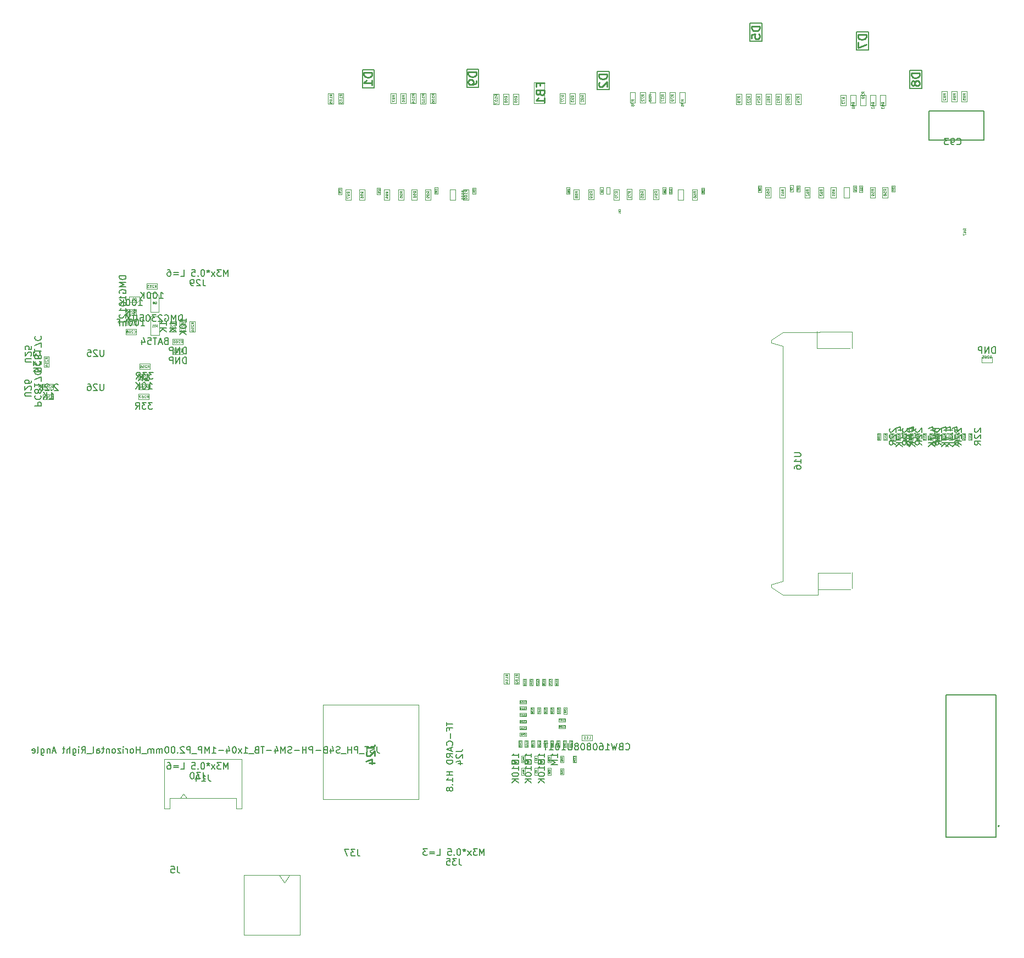
<source format=gbr>
G04 #@! TF.GenerationSoftware,KiCad,Pcbnew,8.0.0-rc1*
G04 #@! TF.CreationDate,2024-04-08T12:56:38+03:00*
G04 #@! TF.ProjectId,MXVR_3566,4d585652-5f33-4353-9636-2e6b69636164,REV1*
G04 #@! TF.SameCoordinates,Original*
G04 #@! TF.FileFunction,AssemblyDrawing,Bot*
%FSLAX46Y46*%
G04 Gerber Fmt 4.6, Leading zero omitted, Abs format (unit mm)*
G04 Created by KiCad (PCBNEW 8.0.0-rc1) date 2024-04-08 12:56:38*
%MOMM*%
%LPD*%
G01*
G04 APERTURE LIST*
%ADD10C,0.150000*%
%ADD11C,0.040000*%
%ADD12C,0.060000*%
%ADD13C,0.050000*%
%ADD14C,0.254000*%
%ADD15C,0.062500*%
%ADD16C,0.100000*%
%ADD17C,0.200000*%
%ADD18C,0.127000*%
G04 APERTURE END LIST*
D10*
X73934333Y-159932319D02*
X73934333Y-160646604D01*
X73934333Y-160646604D02*
X73981952Y-160789461D01*
X73981952Y-160789461D02*
X74077190Y-160884700D01*
X74077190Y-160884700D02*
X74220047Y-160932319D01*
X74220047Y-160932319D02*
X74315285Y-160932319D01*
X72981952Y-159932319D02*
X73458142Y-159932319D01*
X73458142Y-159932319D02*
X73505761Y-160408509D01*
X73505761Y-160408509D02*
X73458142Y-160360890D01*
X73458142Y-160360890D02*
X73362904Y-160313271D01*
X73362904Y-160313271D02*
X73124809Y-160313271D01*
X73124809Y-160313271D02*
X73029571Y-160360890D01*
X73029571Y-160360890D02*
X72981952Y-160408509D01*
X72981952Y-160408509D02*
X72934333Y-160503747D01*
X72934333Y-160503747D02*
X72934333Y-160741842D01*
X72934333Y-160741842D02*
X72981952Y-160837080D01*
X72981952Y-160837080D02*
X73029571Y-160884700D01*
X73029571Y-160884700D02*
X73124809Y-160932319D01*
X73124809Y-160932319D02*
X73362904Y-160932319D01*
X73362904Y-160932319D02*
X73458142Y-160884700D01*
X73458142Y-160884700D02*
X73505761Y-160837080D01*
X187810057Y-92448095D02*
X187762438Y-92495714D01*
X187762438Y-92495714D02*
X187714819Y-92590952D01*
X187714819Y-92590952D02*
X187714819Y-92829047D01*
X187714819Y-92829047D02*
X187762438Y-92924285D01*
X187762438Y-92924285D02*
X187810057Y-92971904D01*
X187810057Y-92971904D02*
X187905295Y-93019523D01*
X187905295Y-93019523D02*
X188000533Y-93019523D01*
X188000533Y-93019523D02*
X188143390Y-92971904D01*
X188143390Y-92971904D02*
X188714819Y-92400476D01*
X188714819Y-92400476D02*
X188714819Y-93019523D01*
X187810057Y-93400476D02*
X187762438Y-93448095D01*
X187762438Y-93448095D02*
X187714819Y-93543333D01*
X187714819Y-93543333D02*
X187714819Y-93781428D01*
X187714819Y-93781428D02*
X187762438Y-93876666D01*
X187762438Y-93876666D02*
X187810057Y-93924285D01*
X187810057Y-93924285D02*
X187905295Y-93971904D01*
X187905295Y-93971904D02*
X188000533Y-93971904D01*
X188000533Y-93971904D02*
X188143390Y-93924285D01*
X188143390Y-93924285D02*
X188714819Y-93352857D01*
X188714819Y-93352857D02*
X188714819Y-93971904D01*
X188714819Y-94971904D02*
X188238628Y-94638571D01*
X188714819Y-94400476D02*
X187714819Y-94400476D01*
X187714819Y-94400476D02*
X187714819Y-94781428D01*
X187714819Y-94781428D02*
X187762438Y-94876666D01*
X187762438Y-94876666D02*
X187810057Y-94924285D01*
X187810057Y-94924285D02*
X187905295Y-94971904D01*
X187905295Y-94971904D02*
X188048152Y-94971904D01*
X188048152Y-94971904D02*
X188143390Y-94924285D01*
X188143390Y-94924285D02*
X188191009Y-94876666D01*
X188191009Y-94876666D02*
X188238628Y-94781428D01*
X188238628Y-94781428D02*
X188238628Y-94400476D01*
D11*
X187208200Y-93419048D02*
X187084391Y-93332381D01*
X187208200Y-93270476D02*
X186948200Y-93270476D01*
X186948200Y-93270476D02*
X186948200Y-93369524D01*
X186948200Y-93369524D02*
X186960581Y-93394286D01*
X186960581Y-93394286D02*
X186972962Y-93406667D01*
X186972962Y-93406667D02*
X186997724Y-93419048D01*
X186997724Y-93419048D02*
X187034867Y-93419048D01*
X187034867Y-93419048D02*
X187059629Y-93406667D01*
X187059629Y-93406667D02*
X187072010Y-93394286D01*
X187072010Y-93394286D02*
X187084391Y-93369524D01*
X187084391Y-93369524D02*
X187084391Y-93270476D01*
X186972962Y-93518095D02*
X186960581Y-93530476D01*
X186960581Y-93530476D02*
X186948200Y-93555238D01*
X186948200Y-93555238D02*
X186948200Y-93617143D01*
X186948200Y-93617143D02*
X186960581Y-93641905D01*
X186960581Y-93641905D02*
X186972962Y-93654286D01*
X186972962Y-93654286D02*
X186997724Y-93666667D01*
X186997724Y-93666667D02*
X187022486Y-93666667D01*
X187022486Y-93666667D02*
X187059629Y-93654286D01*
X187059629Y-93654286D02*
X187208200Y-93505714D01*
X187208200Y-93505714D02*
X187208200Y-93666667D01*
X186948200Y-93827619D02*
X186948200Y-93852381D01*
X186948200Y-93852381D02*
X186960581Y-93877143D01*
X186960581Y-93877143D02*
X186972962Y-93889524D01*
X186972962Y-93889524D02*
X186997724Y-93901905D01*
X186997724Y-93901905D02*
X187047248Y-93914286D01*
X187047248Y-93914286D02*
X187109153Y-93914286D01*
X187109153Y-93914286D02*
X187158677Y-93901905D01*
X187158677Y-93901905D02*
X187183439Y-93889524D01*
X187183439Y-93889524D02*
X187195820Y-93877143D01*
X187195820Y-93877143D02*
X187208200Y-93852381D01*
X187208200Y-93852381D02*
X187208200Y-93827619D01*
X187208200Y-93827619D02*
X187195820Y-93802857D01*
X187195820Y-93802857D02*
X187183439Y-93790476D01*
X187183439Y-93790476D02*
X187158677Y-93778095D01*
X187158677Y-93778095D02*
X187109153Y-93765714D01*
X187109153Y-93765714D02*
X187047248Y-93765714D01*
X187047248Y-93765714D02*
X186997724Y-93778095D01*
X186997724Y-93778095D02*
X186972962Y-93790476D01*
X186972962Y-93790476D02*
X186960581Y-93802857D01*
X186960581Y-93802857D02*
X186948200Y-93827619D01*
X187059629Y-94062857D02*
X187047248Y-94038095D01*
X187047248Y-94038095D02*
X187034867Y-94025714D01*
X187034867Y-94025714D02*
X187010105Y-94013333D01*
X187010105Y-94013333D02*
X186997724Y-94013333D01*
X186997724Y-94013333D02*
X186972962Y-94025714D01*
X186972962Y-94025714D02*
X186960581Y-94038095D01*
X186960581Y-94038095D02*
X186948200Y-94062857D01*
X186948200Y-94062857D02*
X186948200Y-94112381D01*
X186948200Y-94112381D02*
X186960581Y-94137143D01*
X186960581Y-94137143D02*
X186972962Y-94149524D01*
X186972962Y-94149524D02*
X186997724Y-94161905D01*
X186997724Y-94161905D02*
X187010105Y-94161905D01*
X187010105Y-94161905D02*
X187034867Y-94149524D01*
X187034867Y-94149524D02*
X187047248Y-94137143D01*
X187047248Y-94137143D02*
X187059629Y-94112381D01*
X187059629Y-94112381D02*
X187059629Y-94062857D01*
X187059629Y-94062857D02*
X187072010Y-94038095D01*
X187072010Y-94038095D02*
X187084391Y-94025714D01*
X187084391Y-94025714D02*
X187109153Y-94013333D01*
X187109153Y-94013333D02*
X187158677Y-94013333D01*
X187158677Y-94013333D02*
X187183439Y-94025714D01*
X187183439Y-94025714D02*
X187195820Y-94038095D01*
X187195820Y-94038095D02*
X187208200Y-94062857D01*
X187208200Y-94062857D02*
X187208200Y-94112381D01*
X187208200Y-94112381D02*
X187195820Y-94137143D01*
X187195820Y-94137143D02*
X187183439Y-94149524D01*
X187183439Y-94149524D02*
X187158677Y-94161905D01*
X187158677Y-94161905D02*
X187109153Y-94161905D01*
X187109153Y-94161905D02*
X187084391Y-94149524D01*
X187084391Y-94149524D02*
X187072010Y-94137143D01*
X187072010Y-94137143D02*
X187059629Y-94112381D01*
X139439765Y-55778333D02*
X139451670Y-55766429D01*
X139451670Y-55766429D02*
X139463574Y-55730714D01*
X139463574Y-55730714D02*
X139463574Y-55706905D01*
X139463574Y-55706905D02*
X139451670Y-55671191D01*
X139451670Y-55671191D02*
X139427860Y-55647381D01*
X139427860Y-55647381D02*
X139404050Y-55635476D01*
X139404050Y-55635476D02*
X139356431Y-55623572D01*
X139356431Y-55623572D02*
X139320717Y-55623572D01*
X139320717Y-55623572D02*
X139273098Y-55635476D01*
X139273098Y-55635476D02*
X139249289Y-55647381D01*
X139249289Y-55647381D02*
X139225479Y-55671191D01*
X139225479Y-55671191D02*
X139213574Y-55706905D01*
X139213574Y-55706905D02*
X139213574Y-55730714D01*
X139213574Y-55730714D02*
X139225479Y-55766429D01*
X139225479Y-55766429D02*
X139237384Y-55778333D01*
X139320717Y-55921191D02*
X139308812Y-55897381D01*
X139308812Y-55897381D02*
X139296908Y-55885476D01*
X139296908Y-55885476D02*
X139273098Y-55873572D01*
X139273098Y-55873572D02*
X139261193Y-55873572D01*
X139261193Y-55873572D02*
X139237384Y-55885476D01*
X139237384Y-55885476D02*
X139225479Y-55897381D01*
X139225479Y-55897381D02*
X139213574Y-55921191D01*
X139213574Y-55921191D02*
X139213574Y-55968810D01*
X139213574Y-55968810D02*
X139225479Y-55992619D01*
X139225479Y-55992619D02*
X139237384Y-56004524D01*
X139237384Y-56004524D02*
X139261193Y-56016429D01*
X139261193Y-56016429D02*
X139273098Y-56016429D01*
X139273098Y-56016429D02*
X139296908Y-56004524D01*
X139296908Y-56004524D02*
X139308812Y-55992619D01*
X139308812Y-55992619D02*
X139320717Y-55968810D01*
X139320717Y-55968810D02*
X139320717Y-55921191D01*
X139320717Y-55921191D02*
X139332622Y-55897381D01*
X139332622Y-55897381D02*
X139344527Y-55885476D01*
X139344527Y-55885476D02*
X139368336Y-55873572D01*
X139368336Y-55873572D02*
X139415955Y-55873572D01*
X139415955Y-55873572D02*
X139439765Y-55885476D01*
X139439765Y-55885476D02*
X139451670Y-55897381D01*
X139451670Y-55897381D02*
X139463574Y-55921191D01*
X139463574Y-55921191D02*
X139463574Y-55968810D01*
X139463574Y-55968810D02*
X139451670Y-55992619D01*
X139451670Y-55992619D02*
X139439765Y-56004524D01*
X139439765Y-56004524D02*
X139415955Y-56016429D01*
X139415955Y-56016429D02*
X139368336Y-56016429D01*
X139368336Y-56016429D02*
X139344527Y-56004524D01*
X139344527Y-56004524D02*
X139332622Y-55992619D01*
X139332622Y-55992619D02*
X139320717Y-55968810D01*
X134709765Y-140750238D02*
X134721670Y-140738334D01*
X134721670Y-140738334D02*
X134733574Y-140702619D01*
X134733574Y-140702619D02*
X134733574Y-140678810D01*
X134733574Y-140678810D02*
X134721670Y-140643096D01*
X134721670Y-140643096D02*
X134697860Y-140619286D01*
X134697860Y-140619286D02*
X134674050Y-140607381D01*
X134674050Y-140607381D02*
X134626431Y-140595477D01*
X134626431Y-140595477D02*
X134590717Y-140595477D01*
X134590717Y-140595477D02*
X134543098Y-140607381D01*
X134543098Y-140607381D02*
X134519289Y-140619286D01*
X134519289Y-140619286D02*
X134495479Y-140643096D01*
X134495479Y-140643096D02*
X134483574Y-140678810D01*
X134483574Y-140678810D02*
X134483574Y-140702619D01*
X134483574Y-140702619D02*
X134495479Y-140738334D01*
X134495479Y-140738334D02*
X134507384Y-140750238D01*
X134733574Y-140988334D02*
X134733574Y-140845477D01*
X134733574Y-140916905D02*
X134483574Y-140916905D01*
X134483574Y-140916905D02*
X134519289Y-140893096D01*
X134519289Y-140893096D02*
X134543098Y-140869286D01*
X134543098Y-140869286D02*
X134555003Y-140845477D01*
X134483574Y-141071667D02*
X134483574Y-141226429D01*
X134483574Y-141226429D02*
X134578812Y-141143095D01*
X134578812Y-141143095D02*
X134578812Y-141178810D01*
X134578812Y-141178810D02*
X134590717Y-141202619D01*
X134590717Y-141202619D02*
X134602622Y-141214524D01*
X134602622Y-141214524D02*
X134626431Y-141226429D01*
X134626431Y-141226429D02*
X134685955Y-141226429D01*
X134685955Y-141226429D02*
X134709765Y-141214524D01*
X134709765Y-141214524D02*
X134721670Y-141202619D01*
X134721670Y-141202619D02*
X134733574Y-141178810D01*
X134733574Y-141178810D02*
X134733574Y-141107381D01*
X134733574Y-141107381D02*
X134721670Y-141083572D01*
X134721670Y-141083572D02*
X134709765Y-141071667D01*
X134507384Y-141321667D02*
X134495479Y-141333571D01*
X134495479Y-141333571D02*
X134483574Y-141357381D01*
X134483574Y-141357381D02*
X134483574Y-141416905D01*
X134483574Y-141416905D02*
X134495479Y-141440714D01*
X134495479Y-141440714D02*
X134507384Y-141452619D01*
X134507384Y-141452619D02*
X134531193Y-141464524D01*
X134531193Y-141464524D02*
X134555003Y-141464524D01*
X134555003Y-141464524D02*
X134590717Y-141452619D01*
X134590717Y-141452619D02*
X134733574Y-141309762D01*
X134733574Y-141309762D02*
X134733574Y-141464524D01*
D12*
X108631927Y-56142857D02*
X108441451Y-56009524D01*
X108631927Y-55914286D02*
X108231927Y-55914286D01*
X108231927Y-55914286D02*
X108231927Y-56066667D01*
X108231927Y-56066667D02*
X108250975Y-56104762D01*
X108250975Y-56104762D02*
X108270022Y-56123809D01*
X108270022Y-56123809D02*
X108308118Y-56142857D01*
X108308118Y-56142857D02*
X108365260Y-56142857D01*
X108365260Y-56142857D02*
X108403356Y-56123809D01*
X108403356Y-56123809D02*
X108422403Y-56104762D01*
X108422403Y-56104762D02*
X108441451Y-56066667D01*
X108441451Y-56066667D02*
X108441451Y-55914286D01*
X108631927Y-56333333D02*
X108631927Y-56409524D01*
X108631927Y-56409524D02*
X108612880Y-56447619D01*
X108612880Y-56447619D02*
X108593832Y-56466667D01*
X108593832Y-56466667D02*
X108536689Y-56504762D01*
X108536689Y-56504762D02*
X108460499Y-56523809D01*
X108460499Y-56523809D02*
X108308118Y-56523809D01*
X108308118Y-56523809D02*
X108270022Y-56504762D01*
X108270022Y-56504762D02*
X108250975Y-56485714D01*
X108250975Y-56485714D02*
X108231927Y-56447619D01*
X108231927Y-56447619D02*
X108231927Y-56371428D01*
X108231927Y-56371428D02*
X108250975Y-56333333D01*
X108250975Y-56333333D02*
X108270022Y-56314286D01*
X108270022Y-56314286D02*
X108308118Y-56295238D01*
X108308118Y-56295238D02*
X108403356Y-56295238D01*
X108403356Y-56295238D02*
X108441451Y-56314286D01*
X108441451Y-56314286D02*
X108460499Y-56333333D01*
X108460499Y-56333333D02*
X108479546Y-56371428D01*
X108479546Y-56371428D02*
X108479546Y-56447619D01*
X108479546Y-56447619D02*
X108460499Y-56485714D01*
X108460499Y-56485714D02*
X108441451Y-56504762D01*
X108441451Y-56504762D02*
X108403356Y-56523809D01*
X108231927Y-56885714D02*
X108231927Y-56695238D01*
X108231927Y-56695238D02*
X108422403Y-56676190D01*
X108422403Y-56676190D02*
X108403356Y-56695238D01*
X108403356Y-56695238D02*
X108384308Y-56733333D01*
X108384308Y-56733333D02*
X108384308Y-56828571D01*
X108384308Y-56828571D02*
X108403356Y-56866666D01*
X108403356Y-56866666D02*
X108422403Y-56885714D01*
X108422403Y-56885714D02*
X108460499Y-56904761D01*
X108460499Y-56904761D02*
X108555737Y-56904761D01*
X108555737Y-56904761D02*
X108593832Y-56885714D01*
X108593832Y-56885714D02*
X108612880Y-56866666D01*
X108612880Y-56866666D02*
X108631927Y-56828571D01*
X108631927Y-56828571D02*
X108631927Y-56733333D01*
X108631927Y-56733333D02*
X108612880Y-56695238D01*
X108612880Y-56695238D02*
X108593832Y-56676190D01*
X118101927Y-55997381D02*
X117911451Y-55864048D01*
X118101927Y-55768810D02*
X117701927Y-55768810D01*
X117701927Y-55768810D02*
X117701927Y-55921191D01*
X117701927Y-55921191D02*
X117720975Y-55959286D01*
X117720975Y-55959286D02*
X117740022Y-55978333D01*
X117740022Y-55978333D02*
X117778118Y-55997381D01*
X117778118Y-55997381D02*
X117835260Y-55997381D01*
X117835260Y-55997381D02*
X117873356Y-55978333D01*
X117873356Y-55978333D02*
X117892403Y-55959286D01*
X117892403Y-55959286D02*
X117911451Y-55921191D01*
X117911451Y-55921191D02*
X117911451Y-55768810D01*
X118101927Y-56378333D02*
X118101927Y-56149762D01*
X118101927Y-56264048D02*
X117701927Y-56264048D01*
X117701927Y-56264048D02*
X117759070Y-56225952D01*
X117759070Y-56225952D02*
X117797165Y-56187857D01*
X117797165Y-56187857D02*
X117816213Y-56149762D01*
X117701927Y-56625952D02*
X117701927Y-56664047D01*
X117701927Y-56664047D02*
X117720975Y-56702143D01*
X117720975Y-56702143D02*
X117740022Y-56721190D01*
X117740022Y-56721190D02*
X117778118Y-56740238D01*
X117778118Y-56740238D02*
X117854308Y-56759285D01*
X117854308Y-56759285D02*
X117949546Y-56759285D01*
X117949546Y-56759285D02*
X118025737Y-56740238D01*
X118025737Y-56740238D02*
X118063832Y-56721190D01*
X118063832Y-56721190D02*
X118082880Y-56702143D01*
X118082880Y-56702143D02*
X118101927Y-56664047D01*
X118101927Y-56664047D02*
X118101927Y-56625952D01*
X118101927Y-56625952D02*
X118082880Y-56587857D01*
X118082880Y-56587857D02*
X118063832Y-56568809D01*
X118063832Y-56568809D02*
X118025737Y-56549762D01*
X118025737Y-56549762D02*
X117949546Y-56530714D01*
X117949546Y-56530714D02*
X117854308Y-56530714D01*
X117854308Y-56530714D02*
X117778118Y-56549762D01*
X117778118Y-56549762D02*
X117740022Y-56568809D01*
X117740022Y-56568809D02*
X117720975Y-56587857D01*
X117720975Y-56587857D02*
X117701927Y-56625952D01*
X118101927Y-57140237D02*
X118101927Y-56911666D01*
X118101927Y-57025952D02*
X117701927Y-57025952D01*
X117701927Y-57025952D02*
X117759070Y-56987856D01*
X117759070Y-56987856D02*
X117797165Y-56949761D01*
X117797165Y-56949761D02*
X117816213Y-56911666D01*
D11*
X119749765Y-55669285D02*
X119761670Y-55657381D01*
X119761670Y-55657381D02*
X119773574Y-55621666D01*
X119773574Y-55621666D02*
X119773574Y-55597857D01*
X119773574Y-55597857D02*
X119761670Y-55562143D01*
X119761670Y-55562143D02*
X119737860Y-55538333D01*
X119737860Y-55538333D02*
X119714050Y-55526428D01*
X119714050Y-55526428D02*
X119666431Y-55514524D01*
X119666431Y-55514524D02*
X119630717Y-55514524D01*
X119630717Y-55514524D02*
X119583098Y-55526428D01*
X119583098Y-55526428D02*
X119559289Y-55538333D01*
X119559289Y-55538333D02*
X119535479Y-55562143D01*
X119535479Y-55562143D02*
X119523574Y-55597857D01*
X119523574Y-55597857D02*
X119523574Y-55621666D01*
X119523574Y-55621666D02*
X119535479Y-55657381D01*
X119535479Y-55657381D02*
X119547384Y-55669285D01*
X119630717Y-55812143D02*
X119618812Y-55788333D01*
X119618812Y-55788333D02*
X119606908Y-55776428D01*
X119606908Y-55776428D02*
X119583098Y-55764524D01*
X119583098Y-55764524D02*
X119571193Y-55764524D01*
X119571193Y-55764524D02*
X119547384Y-55776428D01*
X119547384Y-55776428D02*
X119535479Y-55788333D01*
X119535479Y-55788333D02*
X119523574Y-55812143D01*
X119523574Y-55812143D02*
X119523574Y-55859762D01*
X119523574Y-55859762D02*
X119535479Y-55883571D01*
X119535479Y-55883571D02*
X119547384Y-55895476D01*
X119547384Y-55895476D02*
X119571193Y-55907381D01*
X119571193Y-55907381D02*
X119583098Y-55907381D01*
X119583098Y-55907381D02*
X119606908Y-55895476D01*
X119606908Y-55895476D02*
X119618812Y-55883571D01*
X119618812Y-55883571D02*
X119630717Y-55859762D01*
X119630717Y-55859762D02*
X119630717Y-55812143D01*
X119630717Y-55812143D02*
X119642622Y-55788333D01*
X119642622Y-55788333D02*
X119654527Y-55776428D01*
X119654527Y-55776428D02*
X119678336Y-55764524D01*
X119678336Y-55764524D02*
X119725955Y-55764524D01*
X119725955Y-55764524D02*
X119749765Y-55776428D01*
X119749765Y-55776428D02*
X119761670Y-55788333D01*
X119761670Y-55788333D02*
X119773574Y-55812143D01*
X119773574Y-55812143D02*
X119773574Y-55859762D01*
X119773574Y-55859762D02*
X119761670Y-55883571D01*
X119761670Y-55883571D02*
X119749765Y-55895476D01*
X119749765Y-55895476D02*
X119725955Y-55907381D01*
X119725955Y-55907381D02*
X119678336Y-55907381D01*
X119678336Y-55907381D02*
X119654527Y-55895476D01*
X119654527Y-55895476D02*
X119642622Y-55883571D01*
X119642622Y-55883571D02*
X119630717Y-55859762D01*
X119773574Y-56145476D02*
X119773574Y-56002619D01*
X119773574Y-56074047D02*
X119523574Y-56074047D01*
X119523574Y-56074047D02*
X119559289Y-56050238D01*
X119559289Y-56050238D02*
X119583098Y-56026428D01*
X119583098Y-56026428D02*
X119595003Y-56002619D01*
D10*
X192078152Y-92696190D02*
X192744819Y-92696190D01*
X191697200Y-92458095D02*
X192411485Y-92220000D01*
X192411485Y-92220000D02*
X192411485Y-92839047D01*
X192649580Y-93220000D02*
X192697200Y-93267619D01*
X192697200Y-93267619D02*
X192744819Y-93220000D01*
X192744819Y-93220000D02*
X192697200Y-93172381D01*
X192697200Y-93172381D02*
X192649580Y-93220000D01*
X192649580Y-93220000D02*
X192744819Y-93220000D01*
X191744819Y-93600952D02*
X191744819Y-94267618D01*
X191744819Y-94267618D02*
X192744819Y-93839047D01*
X192744819Y-94648571D02*
X191744819Y-94648571D01*
X192744819Y-95219999D02*
X192173390Y-94791428D01*
X191744819Y-95219999D02*
X192316247Y-94648571D01*
D11*
X191238200Y-93429048D02*
X191114391Y-93342381D01*
X191238200Y-93280476D02*
X190978200Y-93280476D01*
X190978200Y-93280476D02*
X190978200Y-93379524D01*
X190978200Y-93379524D02*
X190990581Y-93404286D01*
X190990581Y-93404286D02*
X191002962Y-93416667D01*
X191002962Y-93416667D02*
X191027724Y-93429048D01*
X191027724Y-93429048D02*
X191064867Y-93429048D01*
X191064867Y-93429048D02*
X191089629Y-93416667D01*
X191089629Y-93416667D02*
X191102010Y-93404286D01*
X191102010Y-93404286D02*
X191114391Y-93379524D01*
X191114391Y-93379524D02*
X191114391Y-93280476D01*
X191002962Y-93528095D02*
X190990581Y-93540476D01*
X190990581Y-93540476D02*
X190978200Y-93565238D01*
X190978200Y-93565238D02*
X190978200Y-93627143D01*
X190978200Y-93627143D02*
X190990581Y-93651905D01*
X190990581Y-93651905D02*
X191002962Y-93664286D01*
X191002962Y-93664286D02*
X191027724Y-93676667D01*
X191027724Y-93676667D02*
X191052486Y-93676667D01*
X191052486Y-93676667D02*
X191089629Y-93664286D01*
X191089629Y-93664286D02*
X191238200Y-93515714D01*
X191238200Y-93515714D02*
X191238200Y-93676667D01*
X191002962Y-93775714D02*
X190990581Y-93788095D01*
X190990581Y-93788095D02*
X190978200Y-93812857D01*
X190978200Y-93812857D02*
X190978200Y-93874762D01*
X190978200Y-93874762D02*
X190990581Y-93899524D01*
X190990581Y-93899524D02*
X191002962Y-93911905D01*
X191002962Y-93911905D02*
X191027724Y-93924286D01*
X191027724Y-93924286D02*
X191052486Y-93924286D01*
X191052486Y-93924286D02*
X191089629Y-93911905D01*
X191089629Y-93911905D02*
X191238200Y-93763333D01*
X191238200Y-93763333D02*
X191238200Y-93924286D01*
X190978200Y-94085238D02*
X190978200Y-94110000D01*
X190978200Y-94110000D02*
X190990581Y-94134762D01*
X190990581Y-94134762D02*
X191002962Y-94147143D01*
X191002962Y-94147143D02*
X191027724Y-94159524D01*
X191027724Y-94159524D02*
X191077248Y-94171905D01*
X191077248Y-94171905D02*
X191139153Y-94171905D01*
X191139153Y-94171905D02*
X191188677Y-94159524D01*
X191188677Y-94159524D02*
X191213439Y-94147143D01*
X191213439Y-94147143D02*
X191225820Y-94134762D01*
X191225820Y-94134762D02*
X191238200Y-94110000D01*
X191238200Y-94110000D02*
X191238200Y-94085238D01*
X191238200Y-94085238D02*
X191225820Y-94060476D01*
X191225820Y-94060476D02*
X191213439Y-94048095D01*
X191213439Y-94048095D02*
X191188677Y-94035714D01*
X191188677Y-94035714D02*
X191139153Y-94023333D01*
X191139153Y-94023333D02*
X191077248Y-94023333D01*
X191077248Y-94023333D02*
X191027724Y-94035714D01*
X191027724Y-94035714D02*
X191002962Y-94048095D01*
X191002962Y-94048095D02*
X190990581Y-94060476D01*
X190990581Y-94060476D02*
X190978200Y-94085238D01*
D10*
X196880057Y-92438095D02*
X196832438Y-92485714D01*
X196832438Y-92485714D02*
X196784819Y-92580952D01*
X196784819Y-92580952D02*
X196784819Y-92819047D01*
X196784819Y-92819047D02*
X196832438Y-92914285D01*
X196832438Y-92914285D02*
X196880057Y-92961904D01*
X196880057Y-92961904D02*
X196975295Y-93009523D01*
X196975295Y-93009523D02*
X197070533Y-93009523D01*
X197070533Y-93009523D02*
X197213390Y-92961904D01*
X197213390Y-92961904D02*
X197784819Y-92390476D01*
X197784819Y-92390476D02*
X197784819Y-93009523D01*
X196880057Y-93390476D02*
X196832438Y-93438095D01*
X196832438Y-93438095D02*
X196784819Y-93533333D01*
X196784819Y-93533333D02*
X196784819Y-93771428D01*
X196784819Y-93771428D02*
X196832438Y-93866666D01*
X196832438Y-93866666D02*
X196880057Y-93914285D01*
X196880057Y-93914285D02*
X196975295Y-93961904D01*
X196975295Y-93961904D02*
X197070533Y-93961904D01*
X197070533Y-93961904D02*
X197213390Y-93914285D01*
X197213390Y-93914285D02*
X197784819Y-93342857D01*
X197784819Y-93342857D02*
X197784819Y-93961904D01*
X197784819Y-94961904D02*
X197308628Y-94628571D01*
X197784819Y-94390476D02*
X196784819Y-94390476D01*
X196784819Y-94390476D02*
X196784819Y-94771428D01*
X196784819Y-94771428D02*
X196832438Y-94866666D01*
X196832438Y-94866666D02*
X196880057Y-94914285D01*
X196880057Y-94914285D02*
X196975295Y-94961904D01*
X196975295Y-94961904D02*
X197118152Y-94961904D01*
X197118152Y-94961904D02*
X197213390Y-94914285D01*
X197213390Y-94914285D02*
X197261009Y-94866666D01*
X197261009Y-94866666D02*
X197308628Y-94771428D01*
X197308628Y-94771428D02*
X197308628Y-94390476D01*
D11*
X196278200Y-93409048D02*
X196154391Y-93322381D01*
X196278200Y-93260476D02*
X196018200Y-93260476D01*
X196018200Y-93260476D02*
X196018200Y-93359524D01*
X196018200Y-93359524D02*
X196030581Y-93384286D01*
X196030581Y-93384286D02*
X196042962Y-93396667D01*
X196042962Y-93396667D02*
X196067724Y-93409048D01*
X196067724Y-93409048D02*
X196104867Y-93409048D01*
X196104867Y-93409048D02*
X196129629Y-93396667D01*
X196129629Y-93396667D02*
X196142010Y-93384286D01*
X196142010Y-93384286D02*
X196154391Y-93359524D01*
X196154391Y-93359524D02*
X196154391Y-93260476D01*
X196042962Y-93508095D02*
X196030581Y-93520476D01*
X196030581Y-93520476D02*
X196018200Y-93545238D01*
X196018200Y-93545238D02*
X196018200Y-93607143D01*
X196018200Y-93607143D02*
X196030581Y-93631905D01*
X196030581Y-93631905D02*
X196042962Y-93644286D01*
X196042962Y-93644286D02*
X196067724Y-93656667D01*
X196067724Y-93656667D02*
X196092486Y-93656667D01*
X196092486Y-93656667D02*
X196129629Y-93644286D01*
X196129629Y-93644286D02*
X196278200Y-93495714D01*
X196278200Y-93495714D02*
X196278200Y-93656667D01*
X196278200Y-93904286D02*
X196278200Y-93755714D01*
X196278200Y-93830000D02*
X196018200Y-93830000D01*
X196018200Y-93830000D02*
X196055343Y-93805238D01*
X196055343Y-93805238D02*
X196080105Y-93780476D01*
X196080105Y-93780476D02*
X196092486Y-93755714D01*
X196278200Y-94151905D02*
X196278200Y-94003333D01*
X196278200Y-94077619D02*
X196018200Y-94077619D01*
X196018200Y-94077619D02*
X196055343Y-94052857D01*
X196055343Y-94052857D02*
X196080105Y-94028095D01*
X196080105Y-94028095D02*
X196092486Y-94003333D01*
X128819765Y-140750238D02*
X128831670Y-140738334D01*
X128831670Y-140738334D02*
X128843574Y-140702619D01*
X128843574Y-140702619D02*
X128843574Y-140678810D01*
X128843574Y-140678810D02*
X128831670Y-140643096D01*
X128831670Y-140643096D02*
X128807860Y-140619286D01*
X128807860Y-140619286D02*
X128784050Y-140607381D01*
X128784050Y-140607381D02*
X128736431Y-140595477D01*
X128736431Y-140595477D02*
X128700717Y-140595477D01*
X128700717Y-140595477D02*
X128653098Y-140607381D01*
X128653098Y-140607381D02*
X128629289Y-140619286D01*
X128629289Y-140619286D02*
X128605479Y-140643096D01*
X128605479Y-140643096D02*
X128593574Y-140678810D01*
X128593574Y-140678810D02*
X128593574Y-140702619D01*
X128593574Y-140702619D02*
X128605479Y-140738334D01*
X128605479Y-140738334D02*
X128617384Y-140750238D01*
X128843574Y-140988334D02*
X128843574Y-140845477D01*
X128843574Y-140916905D02*
X128593574Y-140916905D01*
X128593574Y-140916905D02*
X128629289Y-140893096D01*
X128629289Y-140893096D02*
X128653098Y-140869286D01*
X128653098Y-140869286D02*
X128665003Y-140845477D01*
X128593574Y-141143095D02*
X128593574Y-141166905D01*
X128593574Y-141166905D02*
X128605479Y-141190714D01*
X128605479Y-141190714D02*
X128617384Y-141202619D01*
X128617384Y-141202619D02*
X128641193Y-141214524D01*
X128641193Y-141214524D02*
X128688812Y-141226429D01*
X128688812Y-141226429D02*
X128748336Y-141226429D01*
X128748336Y-141226429D02*
X128795955Y-141214524D01*
X128795955Y-141214524D02*
X128819765Y-141202619D01*
X128819765Y-141202619D02*
X128831670Y-141190714D01*
X128831670Y-141190714D02*
X128843574Y-141166905D01*
X128843574Y-141166905D02*
X128843574Y-141143095D01*
X128843574Y-141143095D02*
X128831670Y-141119286D01*
X128831670Y-141119286D02*
X128819765Y-141107381D01*
X128819765Y-141107381D02*
X128795955Y-141095476D01*
X128795955Y-141095476D02*
X128748336Y-141083572D01*
X128748336Y-141083572D02*
X128688812Y-141083572D01*
X128688812Y-141083572D02*
X128641193Y-141095476D01*
X128641193Y-141095476D02*
X128617384Y-141107381D01*
X128617384Y-141107381D02*
X128605479Y-141119286D01*
X128605479Y-141119286D02*
X128593574Y-141143095D01*
X128593574Y-141452619D02*
X128593574Y-141333571D01*
X128593574Y-141333571D02*
X128712622Y-141321667D01*
X128712622Y-141321667D02*
X128700717Y-141333571D01*
X128700717Y-141333571D02*
X128688812Y-141357381D01*
X128688812Y-141357381D02*
X128688812Y-141416905D01*
X128688812Y-141416905D02*
X128700717Y-141440714D01*
X128700717Y-141440714D02*
X128712622Y-141452619D01*
X128712622Y-141452619D02*
X128736431Y-141464524D01*
X128736431Y-141464524D02*
X128795955Y-141464524D01*
X128795955Y-141464524D02*
X128819765Y-141452619D01*
X128819765Y-141452619D02*
X128831670Y-141440714D01*
X128831670Y-141440714D02*
X128843574Y-141416905D01*
X128843574Y-141416905D02*
X128843574Y-141357381D01*
X128843574Y-141357381D02*
X128831670Y-141333571D01*
X128831670Y-141333571D02*
X128819765Y-141321667D01*
D10*
X74695594Y-75924819D02*
X74695594Y-74924819D01*
X74695594Y-74924819D02*
X74457499Y-74924819D01*
X74457499Y-74924819D02*
X74314642Y-74972438D01*
X74314642Y-74972438D02*
X74219404Y-75067676D01*
X74219404Y-75067676D02*
X74171785Y-75162914D01*
X74171785Y-75162914D02*
X74124166Y-75353390D01*
X74124166Y-75353390D02*
X74124166Y-75496247D01*
X74124166Y-75496247D02*
X74171785Y-75686723D01*
X74171785Y-75686723D02*
X74219404Y-75781961D01*
X74219404Y-75781961D02*
X74314642Y-75877200D01*
X74314642Y-75877200D02*
X74457499Y-75924819D01*
X74457499Y-75924819D02*
X74695594Y-75924819D01*
X73695594Y-75924819D02*
X73695594Y-74924819D01*
X73695594Y-74924819D02*
X73362261Y-75639104D01*
X73362261Y-75639104D02*
X73028928Y-74924819D01*
X73028928Y-74924819D02*
X73028928Y-75924819D01*
X72028928Y-74972438D02*
X72124166Y-74924819D01*
X72124166Y-74924819D02*
X72267023Y-74924819D01*
X72267023Y-74924819D02*
X72409880Y-74972438D01*
X72409880Y-74972438D02*
X72505118Y-75067676D01*
X72505118Y-75067676D02*
X72552737Y-75162914D01*
X72552737Y-75162914D02*
X72600356Y-75353390D01*
X72600356Y-75353390D02*
X72600356Y-75496247D01*
X72600356Y-75496247D02*
X72552737Y-75686723D01*
X72552737Y-75686723D02*
X72505118Y-75781961D01*
X72505118Y-75781961D02*
X72409880Y-75877200D01*
X72409880Y-75877200D02*
X72267023Y-75924819D01*
X72267023Y-75924819D02*
X72171785Y-75924819D01*
X72171785Y-75924819D02*
X72028928Y-75877200D01*
X72028928Y-75877200D02*
X71981309Y-75829580D01*
X71981309Y-75829580D02*
X71981309Y-75496247D01*
X71981309Y-75496247D02*
X72171785Y-75496247D01*
X71600356Y-75020057D02*
X71552737Y-74972438D01*
X71552737Y-74972438D02*
X71457499Y-74924819D01*
X71457499Y-74924819D02*
X71219404Y-74924819D01*
X71219404Y-74924819D02*
X71124166Y-74972438D01*
X71124166Y-74972438D02*
X71076547Y-75020057D01*
X71076547Y-75020057D02*
X71028928Y-75115295D01*
X71028928Y-75115295D02*
X71028928Y-75210533D01*
X71028928Y-75210533D02*
X71076547Y-75353390D01*
X71076547Y-75353390D02*
X71647975Y-75924819D01*
X71647975Y-75924819D02*
X71028928Y-75924819D01*
X70695594Y-74924819D02*
X70076547Y-74924819D01*
X70076547Y-74924819D02*
X70409880Y-75305771D01*
X70409880Y-75305771D02*
X70267023Y-75305771D01*
X70267023Y-75305771D02*
X70171785Y-75353390D01*
X70171785Y-75353390D02*
X70124166Y-75401009D01*
X70124166Y-75401009D02*
X70076547Y-75496247D01*
X70076547Y-75496247D02*
X70076547Y-75734342D01*
X70076547Y-75734342D02*
X70124166Y-75829580D01*
X70124166Y-75829580D02*
X70171785Y-75877200D01*
X70171785Y-75877200D02*
X70267023Y-75924819D01*
X70267023Y-75924819D02*
X70552737Y-75924819D01*
X70552737Y-75924819D02*
X70647975Y-75877200D01*
X70647975Y-75877200D02*
X70695594Y-75829580D01*
X69457499Y-74924819D02*
X69362261Y-74924819D01*
X69362261Y-74924819D02*
X69267023Y-74972438D01*
X69267023Y-74972438D02*
X69219404Y-75020057D01*
X69219404Y-75020057D02*
X69171785Y-75115295D01*
X69171785Y-75115295D02*
X69124166Y-75305771D01*
X69124166Y-75305771D02*
X69124166Y-75543866D01*
X69124166Y-75543866D02*
X69171785Y-75734342D01*
X69171785Y-75734342D02*
X69219404Y-75829580D01*
X69219404Y-75829580D02*
X69267023Y-75877200D01*
X69267023Y-75877200D02*
X69362261Y-75924819D01*
X69362261Y-75924819D02*
X69457499Y-75924819D01*
X69457499Y-75924819D02*
X69552737Y-75877200D01*
X69552737Y-75877200D02*
X69600356Y-75829580D01*
X69600356Y-75829580D02*
X69647975Y-75734342D01*
X69647975Y-75734342D02*
X69695594Y-75543866D01*
X69695594Y-75543866D02*
X69695594Y-75305771D01*
X69695594Y-75305771D02*
X69647975Y-75115295D01*
X69647975Y-75115295D02*
X69600356Y-75020057D01*
X69600356Y-75020057D02*
X69552737Y-74972438D01*
X69552737Y-74972438D02*
X69457499Y-74924819D01*
X68219404Y-74924819D02*
X68695594Y-74924819D01*
X68695594Y-74924819D02*
X68743213Y-75401009D01*
X68743213Y-75401009D02*
X68695594Y-75353390D01*
X68695594Y-75353390D02*
X68600356Y-75305771D01*
X68600356Y-75305771D02*
X68362261Y-75305771D01*
X68362261Y-75305771D02*
X68267023Y-75353390D01*
X68267023Y-75353390D02*
X68219404Y-75401009D01*
X68219404Y-75401009D02*
X68171785Y-75496247D01*
X68171785Y-75496247D02*
X68171785Y-75734342D01*
X68171785Y-75734342D02*
X68219404Y-75829580D01*
X68219404Y-75829580D02*
X68267023Y-75877200D01*
X68267023Y-75877200D02*
X68362261Y-75924819D01*
X68362261Y-75924819D02*
X68600356Y-75924819D01*
X68600356Y-75924819D02*
X68695594Y-75877200D01*
X68695594Y-75877200D02*
X68743213Y-75829580D01*
X67743213Y-74924819D02*
X67743213Y-75734342D01*
X67743213Y-75734342D02*
X67695594Y-75829580D01*
X67695594Y-75829580D02*
X67647975Y-75877200D01*
X67647975Y-75877200D02*
X67552737Y-75924819D01*
X67552737Y-75924819D02*
X67362261Y-75924819D01*
X67362261Y-75924819D02*
X67267023Y-75877200D01*
X67267023Y-75877200D02*
X67219404Y-75829580D01*
X67219404Y-75829580D02*
X67171785Y-75734342D01*
X67171785Y-75734342D02*
X67171785Y-74924819D01*
X66790832Y-74924819D02*
X66124166Y-75924819D01*
X66124166Y-74924819D02*
X66790832Y-75924819D01*
D13*
X70487976Y-73245914D02*
X70518452Y-73230676D01*
X70518452Y-73230676D02*
X70548928Y-73200200D01*
X70548928Y-73200200D02*
X70594642Y-73154485D01*
X70594642Y-73154485D02*
X70625119Y-73139247D01*
X70625119Y-73139247D02*
X70655595Y-73139247D01*
X70640357Y-73215438D02*
X70670833Y-73200200D01*
X70670833Y-73200200D02*
X70701309Y-73169723D01*
X70701309Y-73169723D02*
X70716547Y-73108771D01*
X70716547Y-73108771D02*
X70716547Y-73002104D01*
X70716547Y-73002104D02*
X70701309Y-72941152D01*
X70701309Y-72941152D02*
X70670833Y-72910676D01*
X70670833Y-72910676D02*
X70640357Y-72895438D01*
X70640357Y-72895438D02*
X70579404Y-72895438D01*
X70579404Y-72895438D02*
X70548928Y-72910676D01*
X70548928Y-72910676D02*
X70518452Y-72941152D01*
X70518452Y-72941152D02*
X70503214Y-73002104D01*
X70503214Y-73002104D02*
X70503214Y-73108771D01*
X70503214Y-73108771D02*
X70518452Y-73169723D01*
X70518452Y-73169723D02*
X70548928Y-73200200D01*
X70548928Y-73200200D02*
X70579404Y-73215438D01*
X70579404Y-73215438D02*
X70640357Y-73215438D01*
X70320357Y-73032580D02*
X70350833Y-73017342D01*
X70350833Y-73017342D02*
X70366071Y-73002104D01*
X70366071Y-73002104D02*
X70381309Y-72971628D01*
X70381309Y-72971628D02*
X70381309Y-72956390D01*
X70381309Y-72956390D02*
X70366071Y-72925914D01*
X70366071Y-72925914D02*
X70350833Y-72910676D01*
X70350833Y-72910676D02*
X70320357Y-72895438D01*
X70320357Y-72895438D02*
X70259404Y-72895438D01*
X70259404Y-72895438D02*
X70228928Y-72910676D01*
X70228928Y-72910676D02*
X70213690Y-72925914D01*
X70213690Y-72925914D02*
X70198452Y-72956390D01*
X70198452Y-72956390D02*
X70198452Y-72971628D01*
X70198452Y-72971628D02*
X70213690Y-73002104D01*
X70213690Y-73002104D02*
X70228928Y-73017342D01*
X70228928Y-73017342D02*
X70259404Y-73032580D01*
X70259404Y-73032580D02*
X70320357Y-73032580D01*
X70320357Y-73032580D02*
X70350833Y-73047819D01*
X70350833Y-73047819D02*
X70366071Y-73063057D01*
X70366071Y-73063057D02*
X70381309Y-73093533D01*
X70381309Y-73093533D02*
X70381309Y-73154485D01*
X70381309Y-73154485D02*
X70366071Y-73184961D01*
X70366071Y-73184961D02*
X70350833Y-73200200D01*
X70350833Y-73200200D02*
X70320357Y-73215438D01*
X70320357Y-73215438D02*
X70259404Y-73215438D01*
X70259404Y-73215438D02*
X70228928Y-73200200D01*
X70228928Y-73200200D02*
X70213690Y-73184961D01*
X70213690Y-73184961D02*
X70198452Y-73154485D01*
X70198452Y-73154485D02*
X70198452Y-73093533D01*
X70198452Y-73093533D02*
X70213690Y-73063057D01*
X70213690Y-73063057D02*
X70228928Y-73047819D01*
X70228928Y-73047819D02*
X70259404Y-73032580D01*
D10*
X72172976Y-78941009D02*
X72030119Y-78988628D01*
X72030119Y-78988628D02*
X71982500Y-79036247D01*
X71982500Y-79036247D02*
X71934881Y-79131485D01*
X71934881Y-79131485D02*
X71934881Y-79274342D01*
X71934881Y-79274342D02*
X71982500Y-79369580D01*
X71982500Y-79369580D02*
X72030119Y-79417200D01*
X72030119Y-79417200D02*
X72125357Y-79464819D01*
X72125357Y-79464819D02*
X72506309Y-79464819D01*
X72506309Y-79464819D02*
X72506309Y-78464819D01*
X72506309Y-78464819D02*
X72172976Y-78464819D01*
X72172976Y-78464819D02*
X72077738Y-78512438D01*
X72077738Y-78512438D02*
X72030119Y-78560057D01*
X72030119Y-78560057D02*
X71982500Y-78655295D01*
X71982500Y-78655295D02*
X71982500Y-78750533D01*
X71982500Y-78750533D02*
X72030119Y-78845771D01*
X72030119Y-78845771D02*
X72077738Y-78893390D01*
X72077738Y-78893390D02*
X72172976Y-78941009D01*
X72172976Y-78941009D02*
X72506309Y-78941009D01*
X71553928Y-79179104D02*
X71077738Y-79179104D01*
X71649166Y-79464819D02*
X71315833Y-78464819D01*
X71315833Y-78464819D02*
X70982500Y-79464819D01*
X70792023Y-78464819D02*
X70220595Y-78464819D01*
X70506309Y-79464819D02*
X70506309Y-78464819D01*
X69411071Y-78464819D02*
X69887261Y-78464819D01*
X69887261Y-78464819D02*
X69934880Y-78941009D01*
X69934880Y-78941009D02*
X69887261Y-78893390D01*
X69887261Y-78893390D02*
X69792023Y-78845771D01*
X69792023Y-78845771D02*
X69553928Y-78845771D01*
X69553928Y-78845771D02*
X69458690Y-78893390D01*
X69458690Y-78893390D02*
X69411071Y-78941009D01*
X69411071Y-78941009D02*
X69363452Y-79036247D01*
X69363452Y-79036247D02*
X69363452Y-79274342D01*
X69363452Y-79274342D02*
X69411071Y-79369580D01*
X69411071Y-79369580D02*
X69458690Y-79417200D01*
X69458690Y-79417200D02*
X69553928Y-79464819D01*
X69553928Y-79464819D02*
X69792023Y-79464819D01*
X69792023Y-79464819D02*
X69887261Y-79417200D01*
X69887261Y-79417200D02*
X69934880Y-79369580D01*
X68506309Y-78798152D02*
X68506309Y-79464819D01*
X68744404Y-78417200D02*
X68982499Y-79131485D01*
X68982499Y-79131485D02*
X68363452Y-79131485D01*
D13*
X70871071Y-76755438D02*
X70871071Y-76435438D01*
X70871071Y-76435438D02*
X70794881Y-76435438D01*
X70794881Y-76435438D02*
X70749166Y-76450676D01*
X70749166Y-76450676D02*
X70718690Y-76481152D01*
X70718690Y-76481152D02*
X70703452Y-76511628D01*
X70703452Y-76511628D02*
X70688214Y-76572580D01*
X70688214Y-76572580D02*
X70688214Y-76618295D01*
X70688214Y-76618295D02*
X70703452Y-76679247D01*
X70703452Y-76679247D02*
X70718690Y-76709723D01*
X70718690Y-76709723D02*
X70749166Y-76740200D01*
X70749166Y-76740200D02*
X70794881Y-76755438D01*
X70794881Y-76755438D02*
X70871071Y-76755438D01*
X70581547Y-76435438D02*
X70383452Y-76435438D01*
X70383452Y-76435438D02*
X70490119Y-76557342D01*
X70490119Y-76557342D02*
X70444404Y-76557342D01*
X70444404Y-76557342D02*
X70413928Y-76572580D01*
X70413928Y-76572580D02*
X70398690Y-76587819D01*
X70398690Y-76587819D02*
X70383452Y-76618295D01*
X70383452Y-76618295D02*
X70383452Y-76694485D01*
X70383452Y-76694485D02*
X70398690Y-76724961D01*
X70398690Y-76724961D02*
X70413928Y-76740200D01*
X70413928Y-76740200D02*
X70444404Y-76755438D01*
X70444404Y-76755438D02*
X70535833Y-76755438D01*
X70535833Y-76755438D02*
X70566309Y-76740200D01*
X70566309Y-76740200D02*
X70581547Y-76724961D01*
X70078690Y-76755438D02*
X70261547Y-76755438D01*
X70170119Y-76755438D02*
X70170119Y-76435438D01*
X70170119Y-76435438D02*
X70200595Y-76481152D01*
X70200595Y-76481152D02*
X70231071Y-76511628D01*
X70231071Y-76511628D02*
X70261547Y-76526866D01*
D11*
X133329765Y-145159285D02*
X133341670Y-145147381D01*
X133341670Y-145147381D02*
X133353574Y-145111666D01*
X133353574Y-145111666D02*
X133353574Y-145087857D01*
X133353574Y-145087857D02*
X133341670Y-145052143D01*
X133341670Y-145052143D02*
X133317860Y-145028333D01*
X133317860Y-145028333D02*
X133294050Y-145016428D01*
X133294050Y-145016428D02*
X133246431Y-145004524D01*
X133246431Y-145004524D02*
X133210717Y-145004524D01*
X133210717Y-145004524D02*
X133163098Y-145016428D01*
X133163098Y-145016428D02*
X133139289Y-145028333D01*
X133139289Y-145028333D02*
X133115479Y-145052143D01*
X133115479Y-145052143D02*
X133103574Y-145087857D01*
X133103574Y-145087857D02*
X133103574Y-145111666D01*
X133103574Y-145111666D02*
X133115479Y-145147381D01*
X133115479Y-145147381D02*
X133127384Y-145159285D01*
X133186908Y-145373571D02*
X133353574Y-145373571D01*
X133091670Y-145314047D02*
X133270241Y-145254524D01*
X133270241Y-145254524D02*
X133270241Y-145409285D01*
X133353574Y-145516428D02*
X133353574Y-145564047D01*
X133353574Y-145564047D02*
X133341670Y-145587857D01*
X133341670Y-145587857D02*
X133329765Y-145599761D01*
X133329765Y-145599761D02*
X133294050Y-145623571D01*
X133294050Y-145623571D02*
X133246431Y-145635476D01*
X133246431Y-145635476D02*
X133151193Y-145635476D01*
X133151193Y-145635476D02*
X133127384Y-145623571D01*
X133127384Y-145623571D02*
X133115479Y-145611666D01*
X133115479Y-145611666D02*
X133103574Y-145587857D01*
X133103574Y-145587857D02*
X133103574Y-145540238D01*
X133103574Y-145540238D02*
X133115479Y-145516428D01*
X133115479Y-145516428D02*
X133127384Y-145504523D01*
X133127384Y-145504523D02*
X133151193Y-145492619D01*
X133151193Y-145492619D02*
X133210717Y-145492619D01*
X133210717Y-145492619D02*
X133234527Y-145504523D01*
X133234527Y-145504523D02*
X133246431Y-145516428D01*
X133246431Y-145516428D02*
X133258336Y-145540238D01*
X133258336Y-145540238D02*
X133258336Y-145587857D01*
X133258336Y-145587857D02*
X133246431Y-145611666D01*
X133246431Y-145611666D02*
X133234527Y-145623571D01*
X133234527Y-145623571D02*
X133210717Y-145635476D01*
D10*
X51794819Y-80632381D02*
X51794819Y-81251428D01*
X51794819Y-81251428D02*
X52175771Y-80918095D01*
X52175771Y-80918095D02*
X52175771Y-81060952D01*
X52175771Y-81060952D02*
X52223390Y-81156190D01*
X52223390Y-81156190D02*
X52271009Y-81203809D01*
X52271009Y-81203809D02*
X52366247Y-81251428D01*
X52366247Y-81251428D02*
X52604342Y-81251428D01*
X52604342Y-81251428D02*
X52699580Y-81203809D01*
X52699580Y-81203809D02*
X52747200Y-81156190D01*
X52747200Y-81156190D02*
X52794819Y-81060952D01*
X52794819Y-81060952D02*
X52794819Y-80775238D01*
X52794819Y-80775238D02*
X52747200Y-80680000D01*
X52747200Y-80680000D02*
X52699580Y-80632381D01*
X52699580Y-81680000D02*
X52747200Y-81727619D01*
X52747200Y-81727619D02*
X52794819Y-81680000D01*
X52794819Y-81680000D02*
X52747200Y-81632381D01*
X52747200Y-81632381D02*
X52699580Y-81680000D01*
X52699580Y-81680000D02*
X52794819Y-81680000D01*
X51794819Y-82060952D02*
X51794819Y-82679999D01*
X51794819Y-82679999D02*
X52175771Y-82346666D01*
X52175771Y-82346666D02*
X52175771Y-82489523D01*
X52175771Y-82489523D02*
X52223390Y-82584761D01*
X52223390Y-82584761D02*
X52271009Y-82632380D01*
X52271009Y-82632380D02*
X52366247Y-82679999D01*
X52366247Y-82679999D02*
X52604342Y-82679999D01*
X52604342Y-82679999D02*
X52699580Y-82632380D01*
X52699580Y-82632380D02*
X52747200Y-82584761D01*
X52747200Y-82584761D02*
X52794819Y-82489523D01*
X52794819Y-82489523D02*
X52794819Y-82203809D01*
X52794819Y-82203809D02*
X52747200Y-82108571D01*
X52747200Y-82108571D02*
X52699580Y-82060952D01*
X52794819Y-83108571D02*
X51794819Y-83108571D01*
X52794819Y-83679999D02*
X52223390Y-83251428D01*
X51794819Y-83679999D02*
X52366247Y-83108571D01*
D12*
X53951927Y-81732381D02*
X53761451Y-81599048D01*
X53951927Y-81503810D02*
X53551927Y-81503810D01*
X53551927Y-81503810D02*
X53551927Y-81656191D01*
X53551927Y-81656191D02*
X53570975Y-81694286D01*
X53570975Y-81694286D02*
X53590022Y-81713333D01*
X53590022Y-81713333D02*
X53628118Y-81732381D01*
X53628118Y-81732381D02*
X53685260Y-81732381D01*
X53685260Y-81732381D02*
X53723356Y-81713333D01*
X53723356Y-81713333D02*
X53742403Y-81694286D01*
X53742403Y-81694286D02*
X53761451Y-81656191D01*
X53761451Y-81656191D02*
X53761451Y-81503810D01*
X53590022Y-81884762D02*
X53570975Y-81903810D01*
X53570975Y-81903810D02*
X53551927Y-81941905D01*
X53551927Y-81941905D02*
X53551927Y-82037143D01*
X53551927Y-82037143D02*
X53570975Y-82075238D01*
X53570975Y-82075238D02*
X53590022Y-82094286D01*
X53590022Y-82094286D02*
X53628118Y-82113333D01*
X53628118Y-82113333D02*
X53666213Y-82113333D01*
X53666213Y-82113333D02*
X53723356Y-82094286D01*
X53723356Y-82094286D02*
X53951927Y-81865714D01*
X53951927Y-81865714D02*
X53951927Y-82113333D01*
X53551927Y-82475238D02*
X53551927Y-82284762D01*
X53551927Y-82284762D02*
X53742403Y-82265714D01*
X53742403Y-82265714D02*
X53723356Y-82284762D01*
X53723356Y-82284762D02*
X53704308Y-82322857D01*
X53704308Y-82322857D02*
X53704308Y-82418095D01*
X53704308Y-82418095D02*
X53723356Y-82456190D01*
X53723356Y-82456190D02*
X53742403Y-82475238D01*
X53742403Y-82475238D02*
X53780499Y-82494285D01*
X53780499Y-82494285D02*
X53875737Y-82494285D01*
X53875737Y-82494285D02*
X53913832Y-82475238D01*
X53913832Y-82475238D02*
X53932880Y-82456190D01*
X53932880Y-82456190D02*
X53951927Y-82418095D01*
X53951927Y-82418095D02*
X53951927Y-82322857D01*
X53951927Y-82322857D02*
X53932880Y-82284762D01*
X53932880Y-82284762D02*
X53913832Y-82265714D01*
X53685260Y-82837142D02*
X53951927Y-82837142D01*
X53532880Y-82741904D02*
X53818594Y-82646666D01*
X53818594Y-82646666D02*
X53818594Y-82894285D01*
D11*
X105079765Y-55679285D02*
X105091670Y-55667381D01*
X105091670Y-55667381D02*
X105103574Y-55631666D01*
X105103574Y-55631666D02*
X105103574Y-55607857D01*
X105103574Y-55607857D02*
X105091670Y-55572143D01*
X105091670Y-55572143D02*
X105067860Y-55548333D01*
X105067860Y-55548333D02*
X105044050Y-55536428D01*
X105044050Y-55536428D02*
X104996431Y-55524524D01*
X104996431Y-55524524D02*
X104960717Y-55524524D01*
X104960717Y-55524524D02*
X104913098Y-55536428D01*
X104913098Y-55536428D02*
X104889289Y-55548333D01*
X104889289Y-55548333D02*
X104865479Y-55572143D01*
X104865479Y-55572143D02*
X104853574Y-55607857D01*
X104853574Y-55607857D02*
X104853574Y-55631666D01*
X104853574Y-55631666D02*
X104865479Y-55667381D01*
X104865479Y-55667381D02*
X104877384Y-55679285D01*
X104853574Y-55762619D02*
X104853574Y-55929285D01*
X104853574Y-55929285D02*
X105103574Y-55822143D01*
X104960717Y-56060238D02*
X104948812Y-56036428D01*
X104948812Y-56036428D02*
X104936908Y-56024523D01*
X104936908Y-56024523D02*
X104913098Y-56012619D01*
X104913098Y-56012619D02*
X104901193Y-56012619D01*
X104901193Y-56012619D02*
X104877384Y-56024523D01*
X104877384Y-56024523D02*
X104865479Y-56036428D01*
X104865479Y-56036428D02*
X104853574Y-56060238D01*
X104853574Y-56060238D02*
X104853574Y-56107857D01*
X104853574Y-56107857D02*
X104865479Y-56131666D01*
X104865479Y-56131666D02*
X104877384Y-56143571D01*
X104877384Y-56143571D02*
X104901193Y-56155476D01*
X104901193Y-56155476D02*
X104913098Y-56155476D01*
X104913098Y-56155476D02*
X104936908Y-56143571D01*
X104936908Y-56143571D02*
X104948812Y-56131666D01*
X104948812Y-56131666D02*
X104960717Y-56107857D01*
X104960717Y-56107857D02*
X104960717Y-56060238D01*
X104960717Y-56060238D02*
X104972622Y-56036428D01*
X104972622Y-56036428D02*
X104984527Y-56024523D01*
X104984527Y-56024523D02*
X105008336Y-56012619D01*
X105008336Y-56012619D02*
X105055955Y-56012619D01*
X105055955Y-56012619D02*
X105079765Y-56024523D01*
X105079765Y-56024523D02*
X105091670Y-56036428D01*
X105091670Y-56036428D02*
X105103574Y-56060238D01*
X105103574Y-56060238D02*
X105103574Y-56107857D01*
X105103574Y-56107857D02*
X105091670Y-56131666D01*
X105091670Y-56131666D02*
X105079765Y-56143571D01*
X105079765Y-56143571D02*
X105055955Y-56155476D01*
X105055955Y-56155476D02*
X105008336Y-56155476D01*
X105008336Y-56155476D02*
X104984527Y-56143571D01*
X104984527Y-56143571D02*
X104972622Y-56131666D01*
X104972622Y-56131666D02*
X104960717Y-56107857D01*
D12*
X167391927Y-55807857D02*
X167201451Y-55674524D01*
X167391927Y-55579286D02*
X166991927Y-55579286D01*
X166991927Y-55579286D02*
X166991927Y-55731667D01*
X166991927Y-55731667D02*
X167010975Y-55769762D01*
X167010975Y-55769762D02*
X167030022Y-55788809D01*
X167030022Y-55788809D02*
X167068118Y-55807857D01*
X167068118Y-55807857D02*
X167125260Y-55807857D01*
X167125260Y-55807857D02*
X167163356Y-55788809D01*
X167163356Y-55788809D02*
X167182403Y-55769762D01*
X167182403Y-55769762D02*
X167201451Y-55731667D01*
X167201451Y-55731667D02*
X167201451Y-55579286D01*
X166991927Y-56150714D02*
X166991927Y-56074524D01*
X166991927Y-56074524D02*
X167010975Y-56036428D01*
X167010975Y-56036428D02*
X167030022Y-56017381D01*
X167030022Y-56017381D02*
X167087165Y-55979286D01*
X167087165Y-55979286D02*
X167163356Y-55960238D01*
X167163356Y-55960238D02*
X167315737Y-55960238D01*
X167315737Y-55960238D02*
X167353832Y-55979286D01*
X167353832Y-55979286D02*
X167372880Y-55998333D01*
X167372880Y-55998333D02*
X167391927Y-56036428D01*
X167391927Y-56036428D02*
X167391927Y-56112619D01*
X167391927Y-56112619D02*
X167372880Y-56150714D01*
X167372880Y-56150714D02*
X167353832Y-56169762D01*
X167353832Y-56169762D02*
X167315737Y-56188809D01*
X167315737Y-56188809D02*
X167220499Y-56188809D01*
X167220499Y-56188809D02*
X167182403Y-56169762D01*
X167182403Y-56169762D02*
X167163356Y-56150714D01*
X167163356Y-56150714D02*
X167144308Y-56112619D01*
X167144308Y-56112619D02*
X167144308Y-56036428D01*
X167144308Y-56036428D02*
X167163356Y-55998333D01*
X167163356Y-55998333D02*
X167182403Y-55979286D01*
X167182403Y-55979286D02*
X167220499Y-55960238D01*
X167391927Y-56569761D02*
X167391927Y-56341190D01*
X167391927Y-56455476D02*
X166991927Y-56455476D01*
X166991927Y-56455476D02*
X167049070Y-56417380D01*
X167049070Y-56417380D02*
X167087165Y-56379285D01*
X167087165Y-56379285D02*
X167106213Y-56341190D01*
X145846927Y-41197857D02*
X145656451Y-41064524D01*
X145846927Y-40969286D02*
X145446927Y-40969286D01*
X145446927Y-40969286D02*
X145446927Y-41121667D01*
X145446927Y-41121667D02*
X145465975Y-41159762D01*
X145465975Y-41159762D02*
X145485022Y-41178809D01*
X145485022Y-41178809D02*
X145523118Y-41197857D01*
X145523118Y-41197857D02*
X145580260Y-41197857D01*
X145580260Y-41197857D02*
X145618356Y-41178809D01*
X145618356Y-41178809D02*
X145637403Y-41159762D01*
X145637403Y-41159762D02*
X145656451Y-41121667D01*
X145656451Y-41121667D02*
X145656451Y-40969286D01*
X145446927Y-41331190D02*
X145446927Y-41597857D01*
X145446927Y-41597857D02*
X145846927Y-41426428D01*
X145485022Y-41731190D02*
X145465975Y-41750238D01*
X145465975Y-41750238D02*
X145446927Y-41788333D01*
X145446927Y-41788333D02*
X145446927Y-41883571D01*
X145446927Y-41883571D02*
X145465975Y-41921666D01*
X145465975Y-41921666D02*
X145485022Y-41940714D01*
X145485022Y-41940714D02*
X145523118Y-41959761D01*
X145523118Y-41959761D02*
X145561213Y-41959761D01*
X145561213Y-41959761D02*
X145618356Y-41940714D01*
X145618356Y-41940714D02*
X145846927Y-41712142D01*
X145846927Y-41712142D02*
X145846927Y-41959761D01*
D11*
X127839765Y-140750238D02*
X127851670Y-140738334D01*
X127851670Y-140738334D02*
X127863574Y-140702619D01*
X127863574Y-140702619D02*
X127863574Y-140678810D01*
X127863574Y-140678810D02*
X127851670Y-140643096D01*
X127851670Y-140643096D02*
X127827860Y-140619286D01*
X127827860Y-140619286D02*
X127804050Y-140607381D01*
X127804050Y-140607381D02*
X127756431Y-140595477D01*
X127756431Y-140595477D02*
X127720717Y-140595477D01*
X127720717Y-140595477D02*
X127673098Y-140607381D01*
X127673098Y-140607381D02*
X127649289Y-140619286D01*
X127649289Y-140619286D02*
X127625479Y-140643096D01*
X127625479Y-140643096D02*
X127613574Y-140678810D01*
X127613574Y-140678810D02*
X127613574Y-140702619D01*
X127613574Y-140702619D02*
X127625479Y-140738334D01*
X127625479Y-140738334D02*
X127637384Y-140750238D01*
X127863574Y-140988334D02*
X127863574Y-140845477D01*
X127863574Y-140916905D02*
X127613574Y-140916905D01*
X127613574Y-140916905D02*
X127649289Y-140893096D01*
X127649289Y-140893096D02*
X127673098Y-140869286D01*
X127673098Y-140869286D02*
X127685003Y-140845477D01*
X127696908Y-141202619D02*
X127863574Y-141202619D01*
X127601670Y-141143095D02*
X127780241Y-141083572D01*
X127780241Y-141083572D02*
X127780241Y-141238333D01*
X127637384Y-141321667D02*
X127625479Y-141333571D01*
X127625479Y-141333571D02*
X127613574Y-141357381D01*
X127613574Y-141357381D02*
X127613574Y-141416905D01*
X127613574Y-141416905D02*
X127625479Y-141440714D01*
X127625479Y-141440714D02*
X127637384Y-141452619D01*
X127637384Y-141452619D02*
X127661193Y-141464524D01*
X127661193Y-141464524D02*
X127685003Y-141464524D01*
X127685003Y-141464524D02*
X127720717Y-141452619D01*
X127720717Y-141452619D02*
X127863574Y-141309762D01*
X127863574Y-141309762D02*
X127863574Y-141464524D01*
X131789765Y-135650238D02*
X131801670Y-135638334D01*
X131801670Y-135638334D02*
X131813574Y-135602619D01*
X131813574Y-135602619D02*
X131813574Y-135578810D01*
X131813574Y-135578810D02*
X131801670Y-135543096D01*
X131801670Y-135543096D02*
X131777860Y-135519286D01*
X131777860Y-135519286D02*
X131754050Y-135507381D01*
X131754050Y-135507381D02*
X131706431Y-135495477D01*
X131706431Y-135495477D02*
X131670717Y-135495477D01*
X131670717Y-135495477D02*
X131623098Y-135507381D01*
X131623098Y-135507381D02*
X131599289Y-135519286D01*
X131599289Y-135519286D02*
X131575479Y-135543096D01*
X131575479Y-135543096D02*
X131563574Y-135578810D01*
X131563574Y-135578810D02*
X131563574Y-135602619D01*
X131563574Y-135602619D02*
X131575479Y-135638334D01*
X131575479Y-135638334D02*
X131587384Y-135650238D01*
X131813574Y-135888334D02*
X131813574Y-135745477D01*
X131813574Y-135816905D02*
X131563574Y-135816905D01*
X131563574Y-135816905D02*
X131599289Y-135793096D01*
X131599289Y-135793096D02*
X131623098Y-135769286D01*
X131623098Y-135769286D02*
X131635003Y-135745477D01*
X131587384Y-135983572D02*
X131575479Y-135995476D01*
X131575479Y-135995476D02*
X131563574Y-136019286D01*
X131563574Y-136019286D02*
X131563574Y-136078810D01*
X131563574Y-136078810D02*
X131575479Y-136102619D01*
X131575479Y-136102619D02*
X131587384Y-136114524D01*
X131587384Y-136114524D02*
X131611193Y-136126429D01*
X131611193Y-136126429D02*
X131635003Y-136126429D01*
X131635003Y-136126429D02*
X131670717Y-136114524D01*
X131670717Y-136114524D02*
X131813574Y-135971667D01*
X131813574Y-135971667D02*
X131813574Y-136126429D01*
X131646908Y-136340714D02*
X131813574Y-136340714D01*
X131551670Y-136281190D02*
X131730241Y-136221667D01*
X131730241Y-136221667D02*
X131730241Y-136376428D01*
D10*
X194092857Y-48619580D02*
X194140476Y-48667200D01*
X194140476Y-48667200D02*
X194283333Y-48714819D01*
X194283333Y-48714819D02*
X194378571Y-48714819D01*
X194378571Y-48714819D02*
X194521428Y-48667200D01*
X194521428Y-48667200D02*
X194616666Y-48571961D01*
X194616666Y-48571961D02*
X194664285Y-48476723D01*
X194664285Y-48476723D02*
X194711904Y-48286247D01*
X194711904Y-48286247D02*
X194711904Y-48143390D01*
X194711904Y-48143390D02*
X194664285Y-47952914D01*
X194664285Y-47952914D02*
X194616666Y-47857676D01*
X194616666Y-47857676D02*
X194521428Y-47762438D01*
X194521428Y-47762438D02*
X194378571Y-47714819D01*
X194378571Y-47714819D02*
X194283333Y-47714819D01*
X194283333Y-47714819D02*
X194140476Y-47762438D01*
X194140476Y-47762438D02*
X194092857Y-47810057D01*
X193616666Y-48714819D02*
X193426190Y-48714819D01*
X193426190Y-48714819D02*
X193330952Y-48667200D01*
X193330952Y-48667200D02*
X193283333Y-48619580D01*
X193283333Y-48619580D02*
X193188095Y-48476723D01*
X193188095Y-48476723D02*
X193140476Y-48286247D01*
X193140476Y-48286247D02*
X193140476Y-47905295D01*
X193140476Y-47905295D02*
X193188095Y-47810057D01*
X193188095Y-47810057D02*
X193235714Y-47762438D01*
X193235714Y-47762438D02*
X193330952Y-47714819D01*
X193330952Y-47714819D02*
X193521428Y-47714819D01*
X193521428Y-47714819D02*
X193616666Y-47762438D01*
X193616666Y-47762438D02*
X193664285Y-47810057D01*
X193664285Y-47810057D02*
X193711904Y-47905295D01*
X193711904Y-47905295D02*
X193711904Y-48143390D01*
X193711904Y-48143390D02*
X193664285Y-48238628D01*
X193664285Y-48238628D02*
X193616666Y-48286247D01*
X193616666Y-48286247D02*
X193521428Y-48333866D01*
X193521428Y-48333866D02*
X193330952Y-48333866D01*
X193330952Y-48333866D02*
X193235714Y-48286247D01*
X193235714Y-48286247D02*
X193188095Y-48238628D01*
X193188095Y-48238628D02*
X193140476Y-48143390D01*
X192807142Y-47714819D02*
X192188095Y-47714819D01*
X192188095Y-47714819D02*
X192521428Y-48095771D01*
X192521428Y-48095771D02*
X192378571Y-48095771D01*
X192378571Y-48095771D02*
X192283333Y-48143390D01*
X192283333Y-48143390D02*
X192235714Y-48191009D01*
X192235714Y-48191009D02*
X192188095Y-48286247D01*
X192188095Y-48286247D02*
X192188095Y-48524342D01*
X192188095Y-48524342D02*
X192235714Y-48619580D01*
X192235714Y-48619580D02*
X192283333Y-48667200D01*
X192283333Y-48667200D02*
X192378571Y-48714819D01*
X192378571Y-48714819D02*
X192664285Y-48714819D01*
X192664285Y-48714819D02*
X192759523Y-48667200D01*
X192759523Y-48667200D02*
X192807142Y-48619580D01*
D14*
X163704318Y-30450618D02*
X162434318Y-30450618D01*
X162434318Y-30450618D02*
X162434318Y-30752999D01*
X162434318Y-30752999D02*
X162494794Y-30934428D01*
X162494794Y-30934428D02*
X162615746Y-31055380D01*
X162615746Y-31055380D02*
X162736699Y-31115857D01*
X162736699Y-31115857D02*
X162978603Y-31176333D01*
X162978603Y-31176333D02*
X163160032Y-31176333D01*
X163160032Y-31176333D02*
X163401937Y-31115857D01*
X163401937Y-31115857D02*
X163522889Y-31055380D01*
X163522889Y-31055380D02*
X163643842Y-30934428D01*
X163643842Y-30934428D02*
X163704318Y-30752999D01*
X163704318Y-30752999D02*
X163704318Y-30450618D01*
X162434318Y-32325380D02*
X162434318Y-31720618D01*
X162434318Y-31720618D02*
X163039080Y-31660142D01*
X163039080Y-31660142D02*
X162978603Y-31720618D01*
X162978603Y-31720618D02*
X162918127Y-31841571D01*
X162918127Y-31841571D02*
X162918127Y-32143952D01*
X162918127Y-32143952D02*
X162978603Y-32264904D01*
X162978603Y-32264904D02*
X163039080Y-32325380D01*
X163039080Y-32325380D02*
X163160032Y-32385857D01*
X163160032Y-32385857D02*
X163462413Y-32385857D01*
X163462413Y-32385857D02*
X163583365Y-32325380D01*
X163583365Y-32325380D02*
X163643842Y-32264904D01*
X163643842Y-32264904D02*
X163704318Y-32143952D01*
X163704318Y-32143952D02*
X163704318Y-31841571D01*
X163704318Y-31841571D02*
X163643842Y-31720618D01*
X163643842Y-31720618D02*
X163583365Y-31660142D01*
D10*
X192768152Y-92686190D02*
X193434819Y-92686190D01*
X192387200Y-92448095D02*
X193101485Y-92210000D01*
X193101485Y-92210000D02*
X193101485Y-92829047D01*
X193339580Y-93210000D02*
X193387200Y-93257619D01*
X193387200Y-93257619D02*
X193434819Y-93210000D01*
X193434819Y-93210000D02*
X193387200Y-93162381D01*
X193387200Y-93162381D02*
X193339580Y-93210000D01*
X193339580Y-93210000D02*
X193434819Y-93210000D01*
X192434819Y-93590952D02*
X192434819Y-94257618D01*
X192434819Y-94257618D02*
X193434819Y-93829047D01*
X193434819Y-94638571D02*
X192434819Y-94638571D01*
X193434819Y-95209999D02*
X192863390Y-94781428D01*
X192434819Y-95209999D02*
X193006247Y-94638571D01*
D11*
X194268200Y-93419048D02*
X194144391Y-93332381D01*
X194268200Y-93270476D02*
X194008200Y-93270476D01*
X194008200Y-93270476D02*
X194008200Y-93369524D01*
X194008200Y-93369524D02*
X194020581Y-93394286D01*
X194020581Y-93394286D02*
X194032962Y-93406667D01*
X194032962Y-93406667D02*
X194057724Y-93419048D01*
X194057724Y-93419048D02*
X194094867Y-93419048D01*
X194094867Y-93419048D02*
X194119629Y-93406667D01*
X194119629Y-93406667D02*
X194132010Y-93394286D01*
X194132010Y-93394286D02*
X194144391Y-93369524D01*
X194144391Y-93369524D02*
X194144391Y-93270476D01*
X194032962Y-93518095D02*
X194020581Y-93530476D01*
X194020581Y-93530476D02*
X194008200Y-93555238D01*
X194008200Y-93555238D02*
X194008200Y-93617143D01*
X194008200Y-93617143D02*
X194020581Y-93641905D01*
X194020581Y-93641905D02*
X194032962Y-93654286D01*
X194032962Y-93654286D02*
X194057724Y-93666667D01*
X194057724Y-93666667D02*
X194082486Y-93666667D01*
X194082486Y-93666667D02*
X194119629Y-93654286D01*
X194119629Y-93654286D02*
X194268200Y-93505714D01*
X194268200Y-93505714D02*
X194268200Y-93666667D01*
X194032962Y-93765714D02*
X194020581Y-93778095D01*
X194020581Y-93778095D02*
X194008200Y-93802857D01*
X194008200Y-93802857D02*
X194008200Y-93864762D01*
X194008200Y-93864762D02*
X194020581Y-93889524D01*
X194020581Y-93889524D02*
X194032962Y-93901905D01*
X194032962Y-93901905D02*
X194057724Y-93914286D01*
X194057724Y-93914286D02*
X194082486Y-93914286D01*
X194082486Y-93914286D02*
X194119629Y-93901905D01*
X194119629Y-93901905D02*
X194268200Y-93753333D01*
X194268200Y-93753333D02*
X194268200Y-93914286D01*
X194008200Y-94000952D02*
X194008200Y-94174286D01*
X194008200Y-94174286D02*
X194268200Y-94062857D01*
D12*
X163711927Y-41462857D02*
X163521451Y-41329524D01*
X163711927Y-41234286D02*
X163311927Y-41234286D01*
X163311927Y-41234286D02*
X163311927Y-41386667D01*
X163311927Y-41386667D02*
X163330975Y-41424762D01*
X163330975Y-41424762D02*
X163350022Y-41443809D01*
X163350022Y-41443809D02*
X163388118Y-41462857D01*
X163388118Y-41462857D02*
X163445260Y-41462857D01*
X163445260Y-41462857D02*
X163483356Y-41443809D01*
X163483356Y-41443809D02*
X163502403Y-41424762D01*
X163502403Y-41424762D02*
X163521451Y-41386667D01*
X163521451Y-41386667D02*
X163521451Y-41234286D01*
X163350022Y-41615238D02*
X163330975Y-41634286D01*
X163330975Y-41634286D02*
X163311927Y-41672381D01*
X163311927Y-41672381D02*
X163311927Y-41767619D01*
X163311927Y-41767619D02*
X163330975Y-41805714D01*
X163330975Y-41805714D02*
X163350022Y-41824762D01*
X163350022Y-41824762D02*
X163388118Y-41843809D01*
X163388118Y-41843809D02*
X163426213Y-41843809D01*
X163426213Y-41843809D02*
X163483356Y-41824762D01*
X163483356Y-41824762D02*
X163711927Y-41596190D01*
X163711927Y-41596190D02*
X163711927Y-41843809D01*
X163445260Y-42186666D02*
X163711927Y-42186666D01*
X163292880Y-42091428D02*
X163578594Y-41996190D01*
X163578594Y-41996190D02*
X163578594Y-42243809D01*
D10*
X187048152Y-92686190D02*
X187714819Y-92686190D01*
X186667200Y-92448095D02*
X187381485Y-92210000D01*
X187381485Y-92210000D02*
X187381485Y-92829047D01*
X187619580Y-93210000D02*
X187667200Y-93257619D01*
X187667200Y-93257619D02*
X187714819Y-93210000D01*
X187714819Y-93210000D02*
X187667200Y-93162381D01*
X187667200Y-93162381D02*
X187619580Y-93210000D01*
X187619580Y-93210000D02*
X187714819Y-93210000D01*
X186714819Y-93590952D02*
X186714819Y-94257618D01*
X186714819Y-94257618D02*
X187714819Y-93829047D01*
X187714819Y-94638571D02*
X186714819Y-94638571D01*
X187714819Y-95209999D02*
X187143390Y-94781428D01*
X186714819Y-95209999D02*
X187286247Y-94638571D01*
D11*
X186208200Y-93419048D02*
X186084391Y-93332381D01*
X186208200Y-93270476D02*
X185948200Y-93270476D01*
X185948200Y-93270476D02*
X185948200Y-93369524D01*
X185948200Y-93369524D02*
X185960581Y-93394286D01*
X185960581Y-93394286D02*
X185972962Y-93406667D01*
X185972962Y-93406667D02*
X185997724Y-93419048D01*
X185997724Y-93419048D02*
X186034867Y-93419048D01*
X186034867Y-93419048D02*
X186059629Y-93406667D01*
X186059629Y-93406667D02*
X186072010Y-93394286D01*
X186072010Y-93394286D02*
X186084391Y-93369524D01*
X186084391Y-93369524D02*
X186084391Y-93270476D01*
X185972962Y-93518095D02*
X185960581Y-93530476D01*
X185960581Y-93530476D02*
X185948200Y-93555238D01*
X185948200Y-93555238D02*
X185948200Y-93617143D01*
X185948200Y-93617143D02*
X185960581Y-93641905D01*
X185960581Y-93641905D02*
X185972962Y-93654286D01*
X185972962Y-93654286D02*
X185997724Y-93666667D01*
X185997724Y-93666667D02*
X186022486Y-93666667D01*
X186022486Y-93666667D02*
X186059629Y-93654286D01*
X186059629Y-93654286D02*
X186208200Y-93505714D01*
X186208200Y-93505714D02*
X186208200Y-93666667D01*
X186208200Y-93914286D02*
X186208200Y-93765714D01*
X186208200Y-93840000D02*
X185948200Y-93840000D01*
X185948200Y-93840000D02*
X185985343Y-93815238D01*
X185985343Y-93815238D02*
X186010105Y-93790476D01*
X186010105Y-93790476D02*
X186022486Y-93765714D01*
X186059629Y-94062857D02*
X186047248Y-94038095D01*
X186047248Y-94038095D02*
X186034867Y-94025714D01*
X186034867Y-94025714D02*
X186010105Y-94013333D01*
X186010105Y-94013333D02*
X185997724Y-94013333D01*
X185997724Y-94013333D02*
X185972962Y-94025714D01*
X185972962Y-94025714D02*
X185960581Y-94038095D01*
X185960581Y-94038095D02*
X185948200Y-94062857D01*
X185948200Y-94062857D02*
X185948200Y-94112381D01*
X185948200Y-94112381D02*
X185960581Y-94137143D01*
X185960581Y-94137143D02*
X185972962Y-94149524D01*
X185972962Y-94149524D02*
X185997724Y-94161905D01*
X185997724Y-94161905D02*
X186010105Y-94161905D01*
X186010105Y-94161905D02*
X186034867Y-94149524D01*
X186034867Y-94149524D02*
X186047248Y-94137143D01*
X186047248Y-94137143D02*
X186059629Y-94112381D01*
X186059629Y-94112381D02*
X186059629Y-94062857D01*
X186059629Y-94062857D02*
X186072010Y-94038095D01*
X186072010Y-94038095D02*
X186084391Y-94025714D01*
X186084391Y-94025714D02*
X186109153Y-94013333D01*
X186109153Y-94013333D02*
X186158677Y-94013333D01*
X186158677Y-94013333D02*
X186183439Y-94025714D01*
X186183439Y-94025714D02*
X186195820Y-94038095D01*
X186195820Y-94038095D02*
X186208200Y-94062857D01*
X186208200Y-94062857D02*
X186208200Y-94112381D01*
X186208200Y-94112381D02*
X186195820Y-94137143D01*
X186195820Y-94137143D02*
X186183439Y-94149524D01*
X186183439Y-94149524D02*
X186158677Y-94161905D01*
X186158677Y-94161905D02*
X186109153Y-94161905D01*
X186109153Y-94161905D02*
X186084391Y-94149524D01*
X186084391Y-94149524D02*
X186072010Y-94137143D01*
X186072010Y-94137143D02*
X186059629Y-94112381D01*
D10*
X143052381Y-141889580D02*
X143100000Y-141937200D01*
X143100000Y-141937200D02*
X143242857Y-141984819D01*
X143242857Y-141984819D02*
X143338095Y-141984819D01*
X143338095Y-141984819D02*
X143480952Y-141937200D01*
X143480952Y-141937200D02*
X143576190Y-141841961D01*
X143576190Y-141841961D02*
X143623809Y-141746723D01*
X143623809Y-141746723D02*
X143671428Y-141556247D01*
X143671428Y-141556247D02*
X143671428Y-141413390D01*
X143671428Y-141413390D02*
X143623809Y-141222914D01*
X143623809Y-141222914D02*
X143576190Y-141127676D01*
X143576190Y-141127676D02*
X143480952Y-141032438D01*
X143480952Y-141032438D02*
X143338095Y-140984819D01*
X143338095Y-140984819D02*
X143242857Y-140984819D01*
X143242857Y-140984819D02*
X143100000Y-141032438D01*
X143100000Y-141032438D02*
X143052381Y-141080057D01*
X142290476Y-141461009D02*
X142147619Y-141508628D01*
X142147619Y-141508628D02*
X142100000Y-141556247D01*
X142100000Y-141556247D02*
X142052381Y-141651485D01*
X142052381Y-141651485D02*
X142052381Y-141794342D01*
X142052381Y-141794342D02*
X142100000Y-141889580D01*
X142100000Y-141889580D02*
X142147619Y-141937200D01*
X142147619Y-141937200D02*
X142242857Y-141984819D01*
X142242857Y-141984819D02*
X142623809Y-141984819D01*
X142623809Y-141984819D02*
X142623809Y-140984819D01*
X142623809Y-140984819D02*
X142290476Y-140984819D01*
X142290476Y-140984819D02*
X142195238Y-141032438D01*
X142195238Y-141032438D02*
X142147619Y-141080057D01*
X142147619Y-141080057D02*
X142100000Y-141175295D01*
X142100000Y-141175295D02*
X142100000Y-141270533D01*
X142100000Y-141270533D02*
X142147619Y-141365771D01*
X142147619Y-141365771D02*
X142195238Y-141413390D01*
X142195238Y-141413390D02*
X142290476Y-141461009D01*
X142290476Y-141461009D02*
X142623809Y-141461009D01*
X141719047Y-140984819D02*
X141480952Y-141984819D01*
X141480952Y-141984819D02*
X141290476Y-141270533D01*
X141290476Y-141270533D02*
X141100000Y-141984819D01*
X141100000Y-141984819D02*
X140861905Y-140984819D01*
X139957143Y-141984819D02*
X140528571Y-141984819D01*
X140242857Y-141984819D02*
X140242857Y-140984819D01*
X140242857Y-140984819D02*
X140338095Y-141127676D01*
X140338095Y-141127676D02*
X140433333Y-141222914D01*
X140433333Y-141222914D02*
X140528571Y-141270533D01*
X139100000Y-140984819D02*
X139290476Y-140984819D01*
X139290476Y-140984819D02*
X139385714Y-141032438D01*
X139385714Y-141032438D02*
X139433333Y-141080057D01*
X139433333Y-141080057D02*
X139528571Y-141222914D01*
X139528571Y-141222914D02*
X139576190Y-141413390D01*
X139576190Y-141413390D02*
X139576190Y-141794342D01*
X139576190Y-141794342D02*
X139528571Y-141889580D01*
X139528571Y-141889580D02*
X139480952Y-141937200D01*
X139480952Y-141937200D02*
X139385714Y-141984819D01*
X139385714Y-141984819D02*
X139195238Y-141984819D01*
X139195238Y-141984819D02*
X139100000Y-141937200D01*
X139100000Y-141937200D02*
X139052381Y-141889580D01*
X139052381Y-141889580D02*
X139004762Y-141794342D01*
X139004762Y-141794342D02*
X139004762Y-141556247D01*
X139004762Y-141556247D02*
X139052381Y-141461009D01*
X139052381Y-141461009D02*
X139100000Y-141413390D01*
X139100000Y-141413390D02*
X139195238Y-141365771D01*
X139195238Y-141365771D02*
X139385714Y-141365771D01*
X139385714Y-141365771D02*
X139480952Y-141413390D01*
X139480952Y-141413390D02*
X139528571Y-141461009D01*
X139528571Y-141461009D02*
X139576190Y-141556247D01*
X138385714Y-140984819D02*
X138290476Y-140984819D01*
X138290476Y-140984819D02*
X138195238Y-141032438D01*
X138195238Y-141032438D02*
X138147619Y-141080057D01*
X138147619Y-141080057D02*
X138100000Y-141175295D01*
X138100000Y-141175295D02*
X138052381Y-141365771D01*
X138052381Y-141365771D02*
X138052381Y-141603866D01*
X138052381Y-141603866D02*
X138100000Y-141794342D01*
X138100000Y-141794342D02*
X138147619Y-141889580D01*
X138147619Y-141889580D02*
X138195238Y-141937200D01*
X138195238Y-141937200D02*
X138290476Y-141984819D01*
X138290476Y-141984819D02*
X138385714Y-141984819D01*
X138385714Y-141984819D02*
X138480952Y-141937200D01*
X138480952Y-141937200D02*
X138528571Y-141889580D01*
X138528571Y-141889580D02*
X138576190Y-141794342D01*
X138576190Y-141794342D02*
X138623809Y-141603866D01*
X138623809Y-141603866D02*
X138623809Y-141365771D01*
X138623809Y-141365771D02*
X138576190Y-141175295D01*
X138576190Y-141175295D02*
X138528571Y-141080057D01*
X138528571Y-141080057D02*
X138480952Y-141032438D01*
X138480952Y-141032438D02*
X138385714Y-140984819D01*
X137480952Y-141413390D02*
X137576190Y-141365771D01*
X137576190Y-141365771D02*
X137623809Y-141318152D01*
X137623809Y-141318152D02*
X137671428Y-141222914D01*
X137671428Y-141222914D02*
X137671428Y-141175295D01*
X137671428Y-141175295D02*
X137623809Y-141080057D01*
X137623809Y-141080057D02*
X137576190Y-141032438D01*
X137576190Y-141032438D02*
X137480952Y-140984819D01*
X137480952Y-140984819D02*
X137290476Y-140984819D01*
X137290476Y-140984819D02*
X137195238Y-141032438D01*
X137195238Y-141032438D02*
X137147619Y-141080057D01*
X137147619Y-141080057D02*
X137100000Y-141175295D01*
X137100000Y-141175295D02*
X137100000Y-141222914D01*
X137100000Y-141222914D02*
X137147619Y-141318152D01*
X137147619Y-141318152D02*
X137195238Y-141365771D01*
X137195238Y-141365771D02*
X137290476Y-141413390D01*
X137290476Y-141413390D02*
X137480952Y-141413390D01*
X137480952Y-141413390D02*
X137576190Y-141461009D01*
X137576190Y-141461009D02*
X137623809Y-141508628D01*
X137623809Y-141508628D02*
X137671428Y-141603866D01*
X137671428Y-141603866D02*
X137671428Y-141794342D01*
X137671428Y-141794342D02*
X137623809Y-141889580D01*
X137623809Y-141889580D02*
X137576190Y-141937200D01*
X137576190Y-141937200D02*
X137480952Y-141984819D01*
X137480952Y-141984819D02*
X137290476Y-141984819D01*
X137290476Y-141984819D02*
X137195238Y-141937200D01*
X137195238Y-141937200D02*
X137147619Y-141889580D01*
X137147619Y-141889580D02*
X137100000Y-141794342D01*
X137100000Y-141794342D02*
X137100000Y-141603866D01*
X137100000Y-141603866D02*
X137147619Y-141508628D01*
X137147619Y-141508628D02*
X137195238Y-141461009D01*
X137195238Y-141461009D02*
X137290476Y-141413390D01*
X136480952Y-140984819D02*
X136385714Y-140984819D01*
X136385714Y-140984819D02*
X136290476Y-141032438D01*
X136290476Y-141032438D02*
X136242857Y-141080057D01*
X136242857Y-141080057D02*
X136195238Y-141175295D01*
X136195238Y-141175295D02*
X136147619Y-141365771D01*
X136147619Y-141365771D02*
X136147619Y-141603866D01*
X136147619Y-141603866D02*
X136195238Y-141794342D01*
X136195238Y-141794342D02*
X136242857Y-141889580D01*
X136242857Y-141889580D02*
X136290476Y-141937200D01*
X136290476Y-141937200D02*
X136385714Y-141984819D01*
X136385714Y-141984819D02*
X136480952Y-141984819D01*
X136480952Y-141984819D02*
X136576190Y-141937200D01*
X136576190Y-141937200D02*
X136623809Y-141889580D01*
X136623809Y-141889580D02*
X136671428Y-141794342D01*
X136671428Y-141794342D02*
X136719047Y-141603866D01*
X136719047Y-141603866D02*
X136719047Y-141365771D01*
X136719047Y-141365771D02*
X136671428Y-141175295D01*
X136671428Y-141175295D02*
X136623809Y-141080057D01*
X136623809Y-141080057D02*
X136576190Y-141032438D01*
X136576190Y-141032438D02*
X136480952Y-140984819D01*
X135576190Y-141413390D02*
X135671428Y-141365771D01*
X135671428Y-141365771D02*
X135719047Y-141318152D01*
X135719047Y-141318152D02*
X135766666Y-141222914D01*
X135766666Y-141222914D02*
X135766666Y-141175295D01*
X135766666Y-141175295D02*
X135719047Y-141080057D01*
X135719047Y-141080057D02*
X135671428Y-141032438D01*
X135671428Y-141032438D02*
X135576190Y-140984819D01*
X135576190Y-140984819D02*
X135385714Y-140984819D01*
X135385714Y-140984819D02*
X135290476Y-141032438D01*
X135290476Y-141032438D02*
X135242857Y-141080057D01*
X135242857Y-141080057D02*
X135195238Y-141175295D01*
X135195238Y-141175295D02*
X135195238Y-141222914D01*
X135195238Y-141222914D02*
X135242857Y-141318152D01*
X135242857Y-141318152D02*
X135290476Y-141365771D01*
X135290476Y-141365771D02*
X135385714Y-141413390D01*
X135385714Y-141413390D02*
X135576190Y-141413390D01*
X135576190Y-141413390D02*
X135671428Y-141461009D01*
X135671428Y-141461009D02*
X135719047Y-141508628D01*
X135719047Y-141508628D02*
X135766666Y-141603866D01*
X135766666Y-141603866D02*
X135766666Y-141794342D01*
X135766666Y-141794342D02*
X135719047Y-141889580D01*
X135719047Y-141889580D02*
X135671428Y-141937200D01*
X135671428Y-141937200D02*
X135576190Y-141984819D01*
X135576190Y-141984819D02*
X135385714Y-141984819D01*
X135385714Y-141984819D02*
X135290476Y-141937200D01*
X135290476Y-141937200D02*
X135242857Y-141889580D01*
X135242857Y-141889580D02*
X135195238Y-141794342D01*
X135195238Y-141794342D02*
X135195238Y-141603866D01*
X135195238Y-141603866D02*
X135242857Y-141508628D01*
X135242857Y-141508628D02*
X135290476Y-141461009D01*
X135290476Y-141461009D02*
X135385714Y-141413390D01*
X134766666Y-140984819D02*
X134766666Y-141794342D01*
X134766666Y-141794342D02*
X134719047Y-141889580D01*
X134719047Y-141889580D02*
X134671428Y-141937200D01*
X134671428Y-141937200D02*
X134576190Y-141984819D01*
X134576190Y-141984819D02*
X134385714Y-141984819D01*
X134385714Y-141984819D02*
X134290476Y-141937200D01*
X134290476Y-141937200D02*
X134242857Y-141889580D01*
X134242857Y-141889580D02*
X134195238Y-141794342D01*
X134195238Y-141794342D02*
X134195238Y-140984819D01*
X133195238Y-141984819D02*
X133766666Y-141984819D01*
X133480952Y-141984819D02*
X133480952Y-140984819D01*
X133480952Y-140984819D02*
X133576190Y-141127676D01*
X133576190Y-141127676D02*
X133671428Y-141222914D01*
X133671428Y-141222914D02*
X133766666Y-141270533D01*
X132576190Y-140984819D02*
X132480952Y-140984819D01*
X132480952Y-140984819D02*
X132385714Y-141032438D01*
X132385714Y-141032438D02*
X132338095Y-141080057D01*
X132338095Y-141080057D02*
X132290476Y-141175295D01*
X132290476Y-141175295D02*
X132242857Y-141365771D01*
X132242857Y-141365771D02*
X132242857Y-141603866D01*
X132242857Y-141603866D02*
X132290476Y-141794342D01*
X132290476Y-141794342D02*
X132338095Y-141889580D01*
X132338095Y-141889580D02*
X132385714Y-141937200D01*
X132385714Y-141937200D02*
X132480952Y-141984819D01*
X132480952Y-141984819D02*
X132576190Y-141984819D01*
X132576190Y-141984819D02*
X132671428Y-141937200D01*
X132671428Y-141937200D02*
X132719047Y-141889580D01*
X132719047Y-141889580D02*
X132766666Y-141794342D01*
X132766666Y-141794342D02*
X132814285Y-141603866D01*
X132814285Y-141603866D02*
X132814285Y-141365771D01*
X132814285Y-141365771D02*
X132766666Y-141175295D01*
X132766666Y-141175295D02*
X132719047Y-141080057D01*
X132719047Y-141080057D02*
X132671428Y-141032438D01*
X132671428Y-141032438D02*
X132576190Y-140984819D01*
X131290476Y-141984819D02*
X131861904Y-141984819D01*
X131576190Y-141984819D02*
X131576190Y-140984819D01*
X131576190Y-140984819D02*
X131671428Y-141127676D01*
X131671428Y-141127676D02*
X131766666Y-141222914D01*
X131766666Y-141222914D02*
X131861904Y-141270533D01*
X131004761Y-140984819D02*
X130433333Y-140984819D01*
X130719047Y-141984819D02*
X130719047Y-140984819D01*
D12*
X137357142Y-140281927D02*
X137547618Y-140281927D01*
X137547618Y-140281927D02*
X137547618Y-139881927D01*
X137014285Y-140281927D02*
X137242856Y-140281927D01*
X137128570Y-140281927D02*
X137128570Y-139881927D01*
X137128570Y-139881927D02*
X137166666Y-139939070D01*
X137166666Y-139939070D02*
X137204761Y-139977165D01*
X137204761Y-139977165D02*
X137242856Y-139996213D01*
X136633333Y-140281927D02*
X136861904Y-140281927D01*
X136747618Y-140281927D02*
X136747618Y-139881927D01*
X136747618Y-139881927D02*
X136785714Y-139939070D01*
X136785714Y-139939070D02*
X136823809Y-139977165D01*
X136823809Y-139977165D02*
X136861904Y-139996213D01*
D10*
X185038152Y-92686190D02*
X185704819Y-92686190D01*
X184657200Y-92448095D02*
X185371485Y-92210000D01*
X185371485Y-92210000D02*
X185371485Y-92829047D01*
X185609580Y-93210000D02*
X185657200Y-93257619D01*
X185657200Y-93257619D02*
X185704819Y-93210000D01*
X185704819Y-93210000D02*
X185657200Y-93162381D01*
X185657200Y-93162381D02*
X185609580Y-93210000D01*
X185609580Y-93210000D02*
X185704819Y-93210000D01*
X184704819Y-93590952D02*
X184704819Y-94257618D01*
X184704819Y-94257618D02*
X185704819Y-93829047D01*
X185704819Y-94638571D02*
X184704819Y-94638571D01*
X185704819Y-95209999D02*
X185133390Y-94781428D01*
X184704819Y-95209999D02*
X185276247Y-94638571D01*
D11*
X184198200Y-93419048D02*
X184074391Y-93332381D01*
X184198200Y-93270476D02*
X183938200Y-93270476D01*
X183938200Y-93270476D02*
X183938200Y-93369524D01*
X183938200Y-93369524D02*
X183950581Y-93394286D01*
X183950581Y-93394286D02*
X183962962Y-93406667D01*
X183962962Y-93406667D02*
X183987724Y-93419048D01*
X183987724Y-93419048D02*
X184024867Y-93419048D01*
X184024867Y-93419048D02*
X184049629Y-93406667D01*
X184049629Y-93406667D02*
X184062010Y-93394286D01*
X184062010Y-93394286D02*
X184074391Y-93369524D01*
X184074391Y-93369524D02*
X184074391Y-93270476D01*
X183962962Y-93518095D02*
X183950581Y-93530476D01*
X183950581Y-93530476D02*
X183938200Y-93555238D01*
X183938200Y-93555238D02*
X183938200Y-93617143D01*
X183938200Y-93617143D02*
X183950581Y-93641905D01*
X183950581Y-93641905D02*
X183962962Y-93654286D01*
X183962962Y-93654286D02*
X183987724Y-93666667D01*
X183987724Y-93666667D02*
X184012486Y-93666667D01*
X184012486Y-93666667D02*
X184049629Y-93654286D01*
X184049629Y-93654286D02*
X184198200Y-93505714D01*
X184198200Y-93505714D02*
X184198200Y-93666667D01*
X184198200Y-93914286D02*
X184198200Y-93765714D01*
X184198200Y-93840000D02*
X183938200Y-93840000D01*
X183938200Y-93840000D02*
X183975343Y-93815238D01*
X183975343Y-93815238D02*
X184000105Y-93790476D01*
X184000105Y-93790476D02*
X184012486Y-93765714D01*
X183938200Y-94000952D02*
X183938200Y-94174286D01*
X183938200Y-94174286D02*
X184198200Y-94062857D01*
D12*
X145771927Y-56122857D02*
X145581451Y-55989524D01*
X145771927Y-55894286D02*
X145371927Y-55894286D01*
X145371927Y-55894286D02*
X145371927Y-56046667D01*
X145371927Y-56046667D02*
X145390975Y-56084762D01*
X145390975Y-56084762D02*
X145410022Y-56103809D01*
X145410022Y-56103809D02*
X145448118Y-56122857D01*
X145448118Y-56122857D02*
X145505260Y-56122857D01*
X145505260Y-56122857D02*
X145543356Y-56103809D01*
X145543356Y-56103809D02*
X145562403Y-56084762D01*
X145562403Y-56084762D02*
X145581451Y-56046667D01*
X145581451Y-56046667D02*
X145581451Y-55894286D01*
X145371927Y-56465714D02*
X145371927Y-56389524D01*
X145371927Y-56389524D02*
X145390975Y-56351428D01*
X145390975Y-56351428D02*
X145410022Y-56332381D01*
X145410022Y-56332381D02*
X145467165Y-56294286D01*
X145467165Y-56294286D02*
X145543356Y-56275238D01*
X145543356Y-56275238D02*
X145695737Y-56275238D01*
X145695737Y-56275238D02*
X145733832Y-56294286D01*
X145733832Y-56294286D02*
X145752880Y-56313333D01*
X145752880Y-56313333D02*
X145771927Y-56351428D01*
X145771927Y-56351428D02*
X145771927Y-56427619D01*
X145771927Y-56427619D02*
X145752880Y-56465714D01*
X145752880Y-56465714D02*
X145733832Y-56484762D01*
X145733832Y-56484762D02*
X145695737Y-56503809D01*
X145695737Y-56503809D02*
X145600499Y-56503809D01*
X145600499Y-56503809D02*
X145562403Y-56484762D01*
X145562403Y-56484762D02*
X145543356Y-56465714D01*
X145543356Y-56465714D02*
X145524308Y-56427619D01*
X145524308Y-56427619D02*
X145524308Y-56351428D01*
X145524308Y-56351428D02*
X145543356Y-56313333D01*
X145543356Y-56313333D02*
X145562403Y-56294286D01*
X145562403Y-56294286D02*
X145600499Y-56275238D01*
X145371927Y-56865714D02*
X145371927Y-56675238D01*
X145371927Y-56675238D02*
X145562403Y-56656190D01*
X145562403Y-56656190D02*
X145543356Y-56675238D01*
X145543356Y-56675238D02*
X145524308Y-56713333D01*
X145524308Y-56713333D02*
X145524308Y-56808571D01*
X145524308Y-56808571D02*
X145543356Y-56846666D01*
X145543356Y-56846666D02*
X145562403Y-56865714D01*
X145562403Y-56865714D02*
X145600499Y-56884761D01*
X145600499Y-56884761D02*
X145695737Y-56884761D01*
X145695737Y-56884761D02*
X145733832Y-56865714D01*
X145733832Y-56865714D02*
X145752880Y-56846666D01*
X145752880Y-56846666D02*
X145771927Y-56808571D01*
X145771927Y-56808571D02*
X145771927Y-56713333D01*
X145771927Y-56713333D02*
X145752880Y-56675238D01*
X145752880Y-56675238D02*
X145733832Y-56656190D01*
X126281927Y-41427857D02*
X126091451Y-41294524D01*
X126281927Y-41199286D02*
X125881927Y-41199286D01*
X125881927Y-41199286D02*
X125881927Y-41351667D01*
X125881927Y-41351667D02*
X125900975Y-41389762D01*
X125900975Y-41389762D02*
X125920022Y-41408809D01*
X125920022Y-41408809D02*
X125958118Y-41427857D01*
X125958118Y-41427857D02*
X126015260Y-41427857D01*
X126015260Y-41427857D02*
X126053356Y-41408809D01*
X126053356Y-41408809D02*
X126072403Y-41389762D01*
X126072403Y-41389762D02*
X126091451Y-41351667D01*
X126091451Y-41351667D02*
X126091451Y-41199286D01*
X126053356Y-41656428D02*
X126034308Y-41618333D01*
X126034308Y-41618333D02*
X126015260Y-41599286D01*
X126015260Y-41599286D02*
X125977165Y-41580238D01*
X125977165Y-41580238D02*
X125958118Y-41580238D01*
X125958118Y-41580238D02*
X125920022Y-41599286D01*
X125920022Y-41599286D02*
X125900975Y-41618333D01*
X125900975Y-41618333D02*
X125881927Y-41656428D01*
X125881927Y-41656428D02*
X125881927Y-41732619D01*
X125881927Y-41732619D02*
X125900975Y-41770714D01*
X125900975Y-41770714D02*
X125920022Y-41789762D01*
X125920022Y-41789762D02*
X125958118Y-41808809D01*
X125958118Y-41808809D02*
X125977165Y-41808809D01*
X125977165Y-41808809D02*
X126015260Y-41789762D01*
X126015260Y-41789762D02*
X126034308Y-41770714D01*
X126034308Y-41770714D02*
X126053356Y-41732619D01*
X126053356Y-41732619D02*
X126053356Y-41656428D01*
X126053356Y-41656428D02*
X126072403Y-41618333D01*
X126072403Y-41618333D02*
X126091451Y-41599286D01*
X126091451Y-41599286D02*
X126129546Y-41580238D01*
X126129546Y-41580238D02*
X126205737Y-41580238D01*
X126205737Y-41580238D02*
X126243832Y-41599286D01*
X126243832Y-41599286D02*
X126262880Y-41618333D01*
X126262880Y-41618333D02*
X126281927Y-41656428D01*
X126281927Y-41656428D02*
X126281927Y-41732619D01*
X126281927Y-41732619D02*
X126262880Y-41770714D01*
X126262880Y-41770714D02*
X126243832Y-41789762D01*
X126243832Y-41789762D02*
X126205737Y-41808809D01*
X126205737Y-41808809D02*
X126129546Y-41808809D01*
X126129546Y-41808809D02*
X126091451Y-41789762D01*
X126091451Y-41789762D02*
X126072403Y-41770714D01*
X126072403Y-41770714D02*
X126053356Y-41732619D01*
X126281927Y-41999285D02*
X126281927Y-42075476D01*
X126281927Y-42075476D02*
X126262880Y-42113571D01*
X126262880Y-42113571D02*
X126243832Y-42132619D01*
X126243832Y-42132619D02*
X126186689Y-42170714D01*
X126186689Y-42170714D02*
X126110499Y-42189761D01*
X126110499Y-42189761D02*
X125958118Y-42189761D01*
X125958118Y-42189761D02*
X125920022Y-42170714D01*
X125920022Y-42170714D02*
X125900975Y-42151666D01*
X125900975Y-42151666D02*
X125881927Y-42113571D01*
X125881927Y-42113571D02*
X125881927Y-42037380D01*
X125881927Y-42037380D02*
X125900975Y-41999285D01*
X125900975Y-41999285D02*
X125920022Y-41980238D01*
X125920022Y-41980238D02*
X125958118Y-41961190D01*
X125958118Y-41961190D02*
X126053356Y-41961190D01*
X126053356Y-41961190D02*
X126091451Y-41980238D01*
X126091451Y-41980238D02*
X126110499Y-41999285D01*
X126110499Y-41999285D02*
X126129546Y-42037380D01*
X126129546Y-42037380D02*
X126129546Y-42113571D01*
X126129546Y-42113571D02*
X126110499Y-42151666D01*
X126110499Y-42151666D02*
X126091451Y-42170714D01*
X126091451Y-42170714D02*
X126053356Y-42189761D01*
X112021927Y-41122381D02*
X111831451Y-40989048D01*
X112021927Y-40893810D02*
X111621927Y-40893810D01*
X111621927Y-40893810D02*
X111621927Y-41046191D01*
X111621927Y-41046191D02*
X111640975Y-41084286D01*
X111640975Y-41084286D02*
X111660022Y-41103333D01*
X111660022Y-41103333D02*
X111698118Y-41122381D01*
X111698118Y-41122381D02*
X111755260Y-41122381D01*
X111755260Y-41122381D02*
X111793356Y-41103333D01*
X111793356Y-41103333D02*
X111812403Y-41084286D01*
X111812403Y-41084286D02*
X111831451Y-41046191D01*
X111831451Y-41046191D02*
X111831451Y-40893810D01*
X112021927Y-41503333D02*
X112021927Y-41274762D01*
X112021927Y-41389048D02*
X111621927Y-41389048D01*
X111621927Y-41389048D02*
X111679070Y-41350952D01*
X111679070Y-41350952D02*
X111717165Y-41312857D01*
X111717165Y-41312857D02*
X111736213Y-41274762D01*
X111621927Y-41750952D02*
X111621927Y-41789047D01*
X111621927Y-41789047D02*
X111640975Y-41827143D01*
X111640975Y-41827143D02*
X111660022Y-41846190D01*
X111660022Y-41846190D02*
X111698118Y-41865238D01*
X111698118Y-41865238D02*
X111774308Y-41884285D01*
X111774308Y-41884285D02*
X111869546Y-41884285D01*
X111869546Y-41884285D02*
X111945737Y-41865238D01*
X111945737Y-41865238D02*
X111983832Y-41846190D01*
X111983832Y-41846190D02*
X112002880Y-41827143D01*
X112002880Y-41827143D02*
X112021927Y-41789047D01*
X112021927Y-41789047D02*
X112021927Y-41750952D01*
X112021927Y-41750952D02*
X112002880Y-41712857D01*
X112002880Y-41712857D02*
X111983832Y-41693809D01*
X111983832Y-41693809D02*
X111945737Y-41674762D01*
X111945737Y-41674762D02*
X111869546Y-41655714D01*
X111869546Y-41655714D02*
X111774308Y-41655714D01*
X111774308Y-41655714D02*
X111698118Y-41674762D01*
X111698118Y-41674762D02*
X111660022Y-41693809D01*
X111660022Y-41693809D02*
X111640975Y-41712857D01*
X111640975Y-41712857D02*
X111621927Y-41750952D01*
X111660022Y-42036666D02*
X111640975Y-42055714D01*
X111640975Y-42055714D02*
X111621927Y-42093809D01*
X111621927Y-42093809D02*
X111621927Y-42189047D01*
X111621927Y-42189047D02*
X111640975Y-42227142D01*
X111640975Y-42227142D02*
X111660022Y-42246190D01*
X111660022Y-42246190D02*
X111698118Y-42265237D01*
X111698118Y-42265237D02*
X111736213Y-42265237D01*
X111736213Y-42265237D02*
X111793356Y-42246190D01*
X111793356Y-42246190D02*
X112021927Y-42017618D01*
X112021927Y-42017618D02*
X112021927Y-42265237D01*
D10*
X127534819Y-144105714D02*
X127534819Y-143629524D01*
X127534819Y-143629524D02*
X128011009Y-143581905D01*
X128011009Y-143581905D02*
X127963390Y-143629524D01*
X127963390Y-143629524D02*
X127915771Y-143724762D01*
X127915771Y-143724762D02*
X127915771Y-143962857D01*
X127915771Y-143962857D02*
X127963390Y-144058095D01*
X127963390Y-144058095D02*
X128011009Y-144105714D01*
X128011009Y-144105714D02*
X128106247Y-144153333D01*
X128106247Y-144153333D02*
X128344342Y-144153333D01*
X128344342Y-144153333D02*
X128439580Y-144105714D01*
X128439580Y-144105714D02*
X128487200Y-144058095D01*
X128487200Y-144058095D02*
X128534819Y-143962857D01*
X128534819Y-143962857D02*
X128534819Y-143724762D01*
X128534819Y-143724762D02*
X128487200Y-143629524D01*
X128487200Y-143629524D02*
X128439580Y-143581905D01*
X128534819Y-145105714D02*
X128534819Y-144534286D01*
X128534819Y-144820000D02*
X127534819Y-144820000D01*
X127534819Y-144820000D02*
X127677676Y-144724762D01*
X127677676Y-144724762D02*
X127772914Y-144629524D01*
X127772914Y-144629524D02*
X127820533Y-144534286D01*
X127534819Y-145724762D02*
X127534819Y-145820000D01*
X127534819Y-145820000D02*
X127582438Y-145915238D01*
X127582438Y-145915238D02*
X127630057Y-145962857D01*
X127630057Y-145962857D02*
X127725295Y-146010476D01*
X127725295Y-146010476D02*
X127915771Y-146058095D01*
X127915771Y-146058095D02*
X128153866Y-146058095D01*
X128153866Y-146058095D02*
X128344342Y-146010476D01*
X128344342Y-146010476D02*
X128439580Y-145962857D01*
X128439580Y-145962857D02*
X128487200Y-145915238D01*
X128487200Y-145915238D02*
X128534819Y-145820000D01*
X128534819Y-145820000D02*
X128534819Y-145724762D01*
X128534819Y-145724762D02*
X128487200Y-145629524D01*
X128487200Y-145629524D02*
X128439580Y-145581905D01*
X128439580Y-145581905D02*
X128344342Y-145534286D01*
X128344342Y-145534286D02*
X128153866Y-145486667D01*
X128153866Y-145486667D02*
X127915771Y-145486667D01*
X127915771Y-145486667D02*
X127725295Y-145534286D01*
X127725295Y-145534286D02*
X127630057Y-145581905D01*
X127630057Y-145581905D02*
X127582438Y-145629524D01*
X127582438Y-145629524D02*
X127534819Y-145724762D01*
X128534819Y-146486667D02*
X127534819Y-146486667D01*
X128534819Y-147058095D02*
X127963390Y-146629524D01*
X127534819Y-147058095D02*
X128106247Y-146486667D01*
D11*
X129368200Y-145276667D02*
X129244391Y-145190000D01*
X129368200Y-145128095D02*
X129108200Y-145128095D01*
X129108200Y-145128095D02*
X129108200Y-145227143D01*
X129108200Y-145227143D02*
X129120581Y-145251905D01*
X129120581Y-145251905D02*
X129132962Y-145264286D01*
X129132962Y-145264286D02*
X129157724Y-145276667D01*
X129157724Y-145276667D02*
X129194867Y-145276667D01*
X129194867Y-145276667D02*
X129219629Y-145264286D01*
X129219629Y-145264286D02*
X129232010Y-145251905D01*
X129232010Y-145251905D02*
X129244391Y-145227143D01*
X129244391Y-145227143D02*
X129244391Y-145128095D01*
X129108200Y-145363333D02*
X129108200Y-145524286D01*
X129108200Y-145524286D02*
X129207248Y-145437619D01*
X129207248Y-145437619D02*
X129207248Y-145474762D01*
X129207248Y-145474762D02*
X129219629Y-145499524D01*
X129219629Y-145499524D02*
X129232010Y-145511905D01*
X129232010Y-145511905D02*
X129256772Y-145524286D01*
X129256772Y-145524286D02*
X129318677Y-145524286D01*
X129318677Y-145524286D02*
X129343439Y-145511905D01*
X129343439Y-145511905D02*
X129355820Y-145499524D01*
X129355820Y-145499524D02*
X129368200Y-145474762D01*
X129368200Y-145474762D02*
X129368200Y-145400476D01*
X129368200Y-145400476D02*
X129355820Y-145375714D01*
X129355820Y-145375714D02*
X129343439Y-145363333D01*
D10*
X193768152Y-92686190D02*
X194434819Y-92686190D01*
X193387200Y-92448095D02*
X194101485Y-92210000D01*
X194101485Y-92210000D02*
X194101485Y-92829047D01*
X194339580Y-93210000D02*
X194387200Y-93257619D01*
X194387200Y-93257619D02*
X194434819Y-93210000D01*
X194434819Y-93210000D02*
X194387200Y-93162381D01*
X194387200Y-93162381D02*
X194339580Y-93210000D01*
X194339580Y-93210000D02*
X194434819Y-93210000D01*
X193434819Y-93590952D02*
X193434819Y-94257618D01*
X193434819Y-94257618D02*
X194434819Y-93829047D01*
X194434819Y-94638571D02*
X193434819Y-94638571D01*
X194434819Y-95209999D02*
X193863390Y-94781428D01*
X193434819Y-95209999D02*
X194006247Y-94638571D01*
D11*
X195268200Y-93419048D02*
X195144391Y-93332381D01*
X195268200Y-93270476D02*
X195008200Y-93270476D01*
X195008200Y-93270476D02*
X195008200Y-93369524D01*
X195008200Y-93369524D02*
X195020581Y-93394286D01*
X195020581Y-93394286D02*
X195032962Y-93406667D01*
X195032962Y-93406667D02*
X195057724Y-93419048D01*
X195057724Y-93419048D02*
X195094867Y-93419048D01*
X195094867Y-93419048D02*
X195119629Y-93406667D01*
X195119629Y-93406667D02*
X195132010Y-93394286D01*
X195132010Y-93394286D02*
X195144391Y-93369524D01*
X195144391Y-93369524D02*
X195144391Y-93270476D01*
X195032962Y-93518095D02*
X195020581Y-93530476D01*
X195020581Y-93530476D02*
X195008200Y-93555238D01*
X195008200Y-93555238D02*
X195008200Y-93617143D01*
X195008200Y-93617143D02*
X195020581Y-93641905D01*
X195020581Y-93641905D02*
X195032962Y-93654286D01*
X195032962Y-93654286D02*
X195057724Y-93666667D01*
X195057724Y-93666667D02*
X195082486Y-93666667D01*
X195082486Y-93666667D02*
X195119629Y-93654286D01*
X195119629Y-93654286D02*
X195268200Y-93505714D01*
X195268200Y-93505714D02*
X195268200Y-93666667D01*
X195032962Y-93765714D02*
X195020581Y-93778095D01*
X195020581Y-93778095D02*
X195008200Y-93802857D01*
X195008200Y-93802857D02*
X195008200Y-93864762D01*
X195008200Y-93864762D02*
X195020581Y-93889524D01*
X195020581Y-93889524D02*
X195032962Y-93901905D01*
X195032962Y-93901905D02*
X195057724Y-93914286D01*
X195057724Y-93914286D02*
X195082486Y-93914286D01*
X195082486Y-93914286D02*
X195119629Y-93901905D01*
X195119629Y-93901905D02*
X195268200Y-93753333D01*
X195268200Y-93753333D02*
X195268200Y-93914286D01*
X195094867Y-94137143D02*
X195268200Y-94137143D01*
X194995820Y-94075238D02*
X195181534Y-94013333D01*
X195181534Y-94013333D02*
X195181534Y-94174286D01*
X133819765Y-135779285D02*
X133831670Y-135767381D01*
X133831670Y-135767381D02*
X133843574Y-135731666D01*
X133843574Y-135731666D02*
X133843574Y-135707857D01*
X133843574Y-135707857D02*
X133831670Y-135672143D01*
X133831670Y-135672143D02*
X133807860Y-135648333D01*
X133807860Y-135648333D02*
X133784050Y-135636428D01*
X133784050Y-135636428D02*
X133736431Y-135624524D01*
X133736431Y-135624524D02*
X133700717Y-135624524D01*
X133700717Y-135624524D02*
X133653098Y-135636428D01*
X133653098Y-135636428D02*
X133629289Y-135648333D01*
X133629289Y-135648333D02*
X133605479Y-135672143D01*
X133605479Y-135672143D02*
X133593574Y-135707857D01*
X133593574Y-135707857D02*
X133593574Y-135731666D01*
X133593574Y-135731666D02*
X133605479Y-135767381D01*
X133605479Y-135767381D02*
X133617384Y-135779285D01*
X133676908Y-135993571D02*
X133843574Y-135993571D01*
X133581670Y-135934047D02*
X133760241Y-135874524D01*
X133760241Y-135874524D02*
X133760241Y-136029285D01*
X133593574Y-136243571D02*
X133593574Y-136124523D01*
X133593574Y-136124523D02*
X133712622Y-136112619D01*
X133712622Y-136112619D02*
X133700717Y-136124523D01*
X133700717Y-136124523D02*
X133688812Y-136148333D01*
X133688812Y-136148333D02*
X133688812Y-136207857D01*
X133688812Y-136207857D02*
X133700717Y-136231666D01*
X133700717Y-136231666D02*
X133712622Y-136243571D01*
X133712622Y-136243571D02*
X133736431Y-136255476D01*
X133736431Y-136255476D02*
X133795955Y-136255476D01*
X133795955Y-136255476D02*
X133819765Y-136243571D01*
X133819765Y-136243571D02*
X133831670Y-136231666D01*
X133831670Y-136231666D02*
X133843574Y-136207857D01*
X133843574Y-136207857D02*
X133843574Y-136148333D01*
X133843574Y-136148333D02*
X133831670Y-136124523D01*
X133831670Y-136124523D02*
X133819765Y-136112619D01*
D12*
X168271927Y-41452857D02*
X168081451Y-41319524D01*
X168271927Y-41224286D02*
X167871927Y-41224286D01*
X167871927Y-41224286D02*
X167871927Y-41376667D01*
X167871927Y-41376667D02*
X167890975Y-41414762D01*
X167890975Y-41414762D02*
X167910022Y-41433809D01*
X167910022Y-41433809D02*
X167948118Y-41452857D01*
X167948118Y-41452857D02*
X168005260Y-41452857D01*
X168005260Y-41452857D02*
X168043356Y-41433809D01*
X168043356Y-41433809D02*
X168062403Y-41414762D01*
X168062403Y-41414762D02*
X168081451Y-41376667D01*
X168081451Y-41376667D02*
X168081451Y-41224286D01*
X168271927Y-41643333D02*
X168271927Y-41719524D01*
X168271927Y-41719524D02*
X168252880Y-41757619D01*
X168252880Y-41757619D02*
X168233832Y-41776667D01*
X168233832Y-41776667D02*
X168176689Y-41814762D01*
X168176689Y-41814762D02*
X168100499Y-41833809D01*
X168100499Y-41833809D02*
X167948118Y-41833809D01*
X167948118Y-41833809D02*
X167910022Y-41814762D01*
X167910022Y-41814762D02*
X167890975Y-41795714D01*
X167890975Y-41795714D02*
X167871927Y-41757619D01*
X167871927Y-41757619D02*
X167871927Y-41681428D01*
X167871927Y-41681428D02*
X167890975Y-41643333D01*
X167890975Y-41643333D02*
X167910022Y-41624286D01*
X167910022Y-41624286D02*
X167948118Y-41605238D01*
X167948118Y-41605238D02*
X168043356Y-41605238D01*
X168043356Y-41605238D02*
X168081451Y-41624286D01*
X168081451Y-41624286D02*
X168100499Y-41643333D01*
X168100499Y-41643333D02*
X168119546Y-41681428D01*
X168119546Y-41681428D02*
X168119546Y-41757619D01*
X168119546Y-41757619D02*
X168100499Y-41795714D01*
X168100499Y-41795714D02*
X168081451Y-41814762D01*
X168081451Y-41814762D02*
X168043356Y-41833809D01*
X167871927Y-42081428D02*
X167871927Y-42119523D01*
X167871927Y-42119523D02*
X167890975Y-42157619D01*
X167890975Y-42157619D02*
X167910022Y-42176666D01*
X167910022Y-42176666D02*
X167948118Y-42195714D01*
X167948118Y-42195714D02*
X168024308Y-42214761D01*
X168024308Y-42214761D02*
X168119546Y-42214761D01*
X168119546Y-42214761D02*
X168195737Y-42195714D01*
X168195737Y-42195714D02*
X168233832Y-42176666D01*
X168233832Y-42176666D02*
X168252880Y-42157619D01*
X168252880Y-42157619D02*
X168271927Y-42119523D01*
X168271927Y-42119523D02*
X168271927Y-42081428D01*
X168271927Y-42081428D02*
X168252880Y-42043333D01*
X168252880Y-42043333D02*
X168233832Y-42024285D01*
X168233832Y-42024285D02*
X168195737Y-42005238D01*
X168195737Y-42005238D02*
X168119546Y-41986190D01*
X168119546Y-41986190D02*
X168024308Y-41986190D01*
X168024308Y-41986190D02*
X167948118Y-42005238D01*
X167948118Y-42005238D02*
X167910022Y-42024285D01*
X167910022Y-42024285D02*
X167890975Y-42043333D01*
X167890975Y-42043333D02*
X167871927Y-42081428D01*
D10*
X81764066Y-144967419D02*
X81764066Y-143967419D01*
X81764066Y-143967419D02*
X81430733Y-144681704D01*
X81430733Y-144681704D02*
X81097400Y-143967419D01*
X81097400Y-143967419D02*
X81097400Y-144967419D01*
X80716447Y-143967419D02*
X80097400Y-143967419D01*
X80097400Y-143967419D02*
X80430733Y-144348371D01*
X80430733Y-144348371D02*
X80287876Y-144348371D01*
X80287876Y-144348371D02*
X80192638Y-144395990D01*
X80192638Y-144395990D02*
X80145019Y-144443609D01*
X80145019Y-144443609D02*
X80097400Y-144538847D01*
X80097400Y-144538847D02*
X80097400Y-144776942D01*
X80097400Y-144776942D02*
X80145019Y-144872180D01*
X80145019Y-144872180D02*
X80192638Y-144919800D01*
X80192638Y-144919800D02*
X80287876Y-144967419D01*
X80287876Y-144967419D02*
X80573590Y-144967419D01*
X80573590Y-144967419D02*
X80668828Y-144919800D01*
X80668828Y-144919800D02*
X80716447Y-144872180D01*
X79764066Y-144967419D02*
X79240257Y-144300752D01*
X79764066Y-144300752D02*
X79240257Y-144967419D01*
X78716447Y-143967419D02*
X78716447Y-144205514D01*
X78954542Y-144110276D02*
X78716447Y-144205514D01*
X78716447Y-144205514D02*
X78478352Y-144110276D01*
X78859304Y-144395990D02*
X78716447Y-144205514D01*
X78716447Y-144205514D02*
X78573590Y-144395990D01*
X77906923Y-143967419D02*
X77811685Y-143967419D01*
X77811685Y-143967419D02*
X77716447Y-144015038D01*
X77716447Y-144015038D02*
X77668828Y-144062657D01*
X77668828Y-144062657D02*
X77621209Y-144157895D01*
X77621209Y-144157895D02*
X77573590Y-144348371D01*
X77573590Y-144348371D02*
X77573590Y-144586466D01*
X77573590Y-144586466D02*
X77621209Y-144776942D01*
X77621209Y-144776942D02*
X77668828Y-144872180D01*
X77668828Y-144872180D02*
X77716447Y-144919800D01*
X77716447Y-144919800D02*
X77811685Y-144967419D01*
X77811685Y-144967419D02*
X77906923Y-144967419D01*
X77906923Y-144967419D02*
X78002161Y-144919800D01*
X78002161Y-144919800D02*
X78049780Y-144872180D01*
X78049780Y-144872180D02*
X78097399Y-144776942D01*
X78097399Y-144776942D02*
X78145018Y-144586466D01*
X78145018Y-144586466D02*
X78145018Y-144348371D01*
X78145018Y-144348371D02*
X78097399Y-144157895D01*
X78097399Y-144157895D02*
X78049780Y-144062657D01*
X78049780Y-144062657D02*
X78002161Y-144015038D01*
X78002161Y-144015038D02*
X77906923Y-143967419D01*
X77145018Y-144872180D02*
X77097399Y-144919800D01*
X77097399Y-144919800D02*
X77145018Y-144967419D01*
X77145018Y-144967419D02*
X77192637Y-144919800D01*
X77192637Y-144919800D02*
X77145018Y-144872180D01*
X77145018Y-144872180D02*
X77145018Y-144967419D01*
X76192638Y-143967419D02*
X76668828Y-143967419D01*
X76668828Y-143967419D02*
X76716447Y-144443609D01*
X76716447Y-144443609D02*
X76668828Y-144395990D01*
X76668828Y-144395990D02*
X76573590Y-144348371D01*
X76573590Y-144348371D02*
X76335495Y-144348371D01*
X76335495Y-144348371D02*
X76240257Y-144395990D01*
X76240257Y-144395990D02*
X76192638Y-144443609D01*
X76192638Y-144443609D02*
X76145019Y-144538847D01*
X76145019Y-144538847D02*
X76145019Y-144776942D01*
X76145019Y-144776942D02*
X76192638Y-144872180D01*
X76192638Y-144872180D02*
X76240257Y-144919800D01*
X76240257Y-144919800D02*
X76335495Y-144967419D01*
X76335495Y-144967419D02*
X76573590Y-144967419D01*
X76573590Y-144967419D02*
X76668828Y-144919800D01*
X76668828Y-144919800D02*
X76716447Y-144872180D01*
X74478352Y-144967419D02*
X74954542Y-144967419D01*
X74954542Y-144967419D02*
X74954542Y-143967419D01*
X74145018Y-144443609D02*
X73383114Y-144443609D01*
X73383114Y-144729323D02*
X74145018Y-144729323D01*
X72478352Y-143967419D02*
X72668828Y-143967419D01*
X72668828Y-143967419D02*
X72764066Y-144015038D01*
X72764066Y-144015038D02*
X72811685Y-144062657D01*
X72811685Y-144062657D02*
X72906923Y-144205514D01*
X72906923Y-144205514D02*
X72954542Y-144395990D01*
X72954542Y-144395990D02*
X72954542Y-144776942D01*
X72954542Y-144776942D02*
X72906923Y-144872180D01*
X72906923Y-144872180D02*
X72859304Y-144919800D01*
X72859304Y-144919800D02*
X72764066Y-144967419D01*
X72764066Y-144967419D02*
X72573590Y-144967419D01*
X72573590Y-144967419D02*
X72478352Y-144919800D01*
X72478352Y-144919800D02*
X72430733Y-144872180D01*
X72430733Y-144872180D02*
X72383114Y-144776942D01*
X72383114Y-144776942D02*
X72383114Y-144538847D01*
X72383114Y-144538847D02*
X72430733Y-144443609D01*
X72430733Y-144443609D02*
X72478352Y-144395990D01*
X72478352Y-144395990D02*
X72573590Y-144348371D01*
X72573590Y-144348371D02*
X72764066Y-144348371D01*
X72764066Y-144348371D02*
X72859304Y-144395990D01*
X72859304Y-144395990D02*
X72906923Y-144443609D01*
X72906923Y-144443609D02*
X72954542Y-144538847D01*
X77906923Y-145467419D02*
X77906923Y-146181704D01*
X77906923Y-146181704D02*
X77954542Y-146324561D01*
X77954542Y-146324561D02*
X78049780Y-146419800D01*
X78049780Y-146419800D02*
X78192637Y-146467419D01*
X78192637Y-146467419D02*
X78287875Y-146467419D01*
X77525970Y-145467419D02*
X76906923Y-145467419D01*
X76906923Y-145467419D02*
X77240256Y-145848371D01*
X77240256Y-145848371D02*
X77097399Y-145848371D01*
X77097399Y-145848371D02*
X77002161Y-145895990D01*
X77002161Y-145895990D02*
X76954542Y-145943609D01*
X76954542Y-145943609D02*
X76906923Y-146038847D01*
X76906923Y-146038847D02*
X76906923Y-146276942D01*
X76906923Y-146276942D02*
X76954542Y-146372180D01*
X76954542Y-146372180D02*
X77002161Y-146419800D01*
X77002161Y-146419800D02*
X77097399Y-146467419D01*
X77097399Y-146467419D02*
X77383113Y-146467419D01*
X77383113Y-146467419D02*
X77478351Y-146419800D01*
X77478351Y-146419800D02*
X77525970Y-146372180D01*
X76287875Y-145467419D02*
X76192637Y-145467419D01*
X76192637Y-145467419D02*
X76097399Y-145515038D01*
X76097399Y-145515038D02*
X76049780Y-145562657D01*
X76049780Y-145562657D02*
X76002161Y-145657895D01*
X76002161Y-145657895D02*
X75954542Y-145848371D01*
X75954542Y-145848371D02*
X75954542Y-146086466D01*
X75954542Y-146086466D02*
X76002161Y-146276942D01*
X76002161Y-146276942D02*
X76049780Y-146372180D01*
X76049780Y-146372180D02*
X76097399Y-146419800D01*
X76097399Y-146419800D02*
X76192637Y-146467419D01*
X76192637Y-146467419D02*
X76287875Y-146467419D01*
X76287875Y-146467419D02*
X76383113Y-146419800D01*
X76383113Y-146419800D02*
X76430732Y-146372180D01*
X76430732Y-146372180D02*
X76478351Y-146276942D01*
X76478351Y-146276942D02*
X76525970Y-146086466D01*
X76525970Y-146086466D02*
X76525970Y-145848371D01*
X76525970Y-145848371D02*
X76478351Y-145657895D01*
X76478351Y-145657895D02*
X76430732Y-145562657D01*
X76430732Y-145562657D02*
X76383113Y-145515038D01*
X76383113Y-145515038D02*
X76287875Y-145467419D01*
D11*
X127489761Y-135659765D02*
X127501665Y-135671670D01*
X127501665Y-135671670D02*
X127537380Y-135683574D01*
X127537380Y-135683574D02*
X127561189Y-135683574D01*
X127561189Y-135683574D02*
X127596903Y-135671670D01*
X127596903Y-135671670D02*
X127620713Y-135647860D01*
X127620713Y-135647860D02*
X127632618Y-135624050D01*
X127632618Y-135624050D02*
X127644522Y-135576431D01*
X127644522Y-135576431D02*
X127644522Y-135540717D01*
X127644522Y-135540717D02*
X127632618Y-135493098D01*
X127632618Y-135493098D02*
X127620713Y-135469289D01*
X127620713Y-135469289D02*
X127596903Y-135445479D01*
X127596903Y-135445479D02*
X127561189Y-135433574D01*
X127561189Y-135433574D02*
X127537380Y-135433574D01*
X127537380Y-135433574D02*
X127501665Y-135445479D01*
X127501665Y-135445479D02*
X127489761Y-135457384D01*
X127251665Y-135683574D02*
X127394522Y-135683574D01*
X127323094Y-135683574D02*
X127323094Y-135433574D01*
X127323094Y-135433574D02*
X127346903Y-135469289D01*
X127346903Y-135469289D02*
X127370713Y-135493098D01*
X127370713Y-135493098D02*
X127394522Y-135505003D01*
X127156427Y-135457384D02*
X127144523Y-135445479D01*
X127144523Y-135445479D02*
X127120713Y-135433574D01*
X127120713Y-135433574D02*
X127061189Y-135433574D01*
X127061189Y-135433574D02*
X127037380Y-135445479D01*
X127037380Y-135445479D02*
X127025475Y-135457384D01*
X127025475Y-135457384D02*
X127013570Y-135481193D01*
X127013570Y-135481193D02*
X127013570Y-135505003D01*
X127013570Y-135505003D02*
X127025475Y-135540717D01*
X127025475Y-135540717D02*
X127168332Y-135683574D01*
X127168332Y-135683574D02*
X127013570Y-135683574D01*
X126858809Y-135433574D02*
X126834999Y-135433574D01*
X126834999Y-135433574D02*
X126811190Y-135445479D01*
X126811190Y-135445479D02*
X126799285Y-135457384D01*
X126799285Y-135457384D02*
X126787380Y-135481193D01*
X126787380Y-135481193D02*
X126775475Y-135528812D01*
X126775475Y-135528812D02*
X126775475Y-135588336D01*
X126775475Y-135588336D02*
X126787380Y-135635955D01*
X126787380Y-135635955D02*
X126799285Y-135659765D01*
X126799285Y-135659765D02*
X126811190Y-135671670D01*
X126811190Y-135671670D02*
X126834999Y-135683574D01*
X126834999Y-135683574D02*
X126858809Y-135683574D01*
X126858809Y-135683574D02*
X126882618Y-135671670D01*
X126882618Y-135671670D02*
X126894523Y-135659765D01*
X126894523Y-135659765D02*
X126906428Y-135635955D01*
X126906428Y-135635955D02*
X126918332Y-135588336D01*
X126918332Y-135588336D02*
X126918332Y-135528812D01*
X126918332Y-135528812D02*
X126906428Y-135481193D01*
X126906428Y-135481193D02*
X126894523Y-135457384D01*
X126894523Y-135457384D02*
X126882618Y-135445479D01*
X126882618Y-135445479D02*
X126858809Y-135433574D01*
D12*
X183181927Y-55792857D02*
X182991451Y-55659524D01*
X183181927Y-55564286D02*
X182781927Y-55564286D01*
X182781927Y-55564286D02*
X182781927Y-55716667D01*
X182781927Y-55716667D02*
X182800975Y-55754762D01*
X182800975Y-55754762D02*
X182820022Y-55773809D01*
X182820022Y-55773809D02*
X182858118Y-55792857D01*
X182858118Y-55792857D02*
X182915260Y-55792857D01*
X182915260Y-55792857D02*
X182953356Y-55773809D01*
X182953356Y-55773809D02*
X182972403Y-55754762D01*
X182972403Y-55754762D02*
X182991451Y-55716667D01*
X182991451Y-55716667D02*
X182991451Y-55564286D01*
X182781927Y-56154762D02*
X182781927Y-55964286D01*
X182781927Y-55964286D02*
X182972403Y-55945238D01*
X182972403Y-55945238D02*
X182953356Y-55964286D01*
X182953356Y-55964286D02*
X182934308Y-56002381D01*
X182934308Y-56002381D02*
X182934308Y-56097619D01*
X182934308Y-56097619D02*
X182953356Y-56135714D01*
X182953356Y-56135714D02*
X182972403Y-56154762D01*
X182972403Y-56154762D02*
X183010499Y-56173809D01*
X183010499Y-56173809D02*
X183105737Y-56173809D01*
X183105737Y-56173809D02*
X183143832Y-56154762D01*
X183143832Y-56154762D02*
X183162880Y-56135714D01*
X183162880Y-56135714D02*
X183181927Y-56097619D01*
X183181927Y-56097619D02*
X183181927Y-56002381D01*
X183181927Y-56002381D02*
X183162880Y-55964286D01*
X183162880Y-55964286D02*
X183143832Y-55945238D01*
X182953356Y-56402380D02*
X182934308Y-56364285D01*
X182934308Y-56364285D02*
X182915260Y-56345238D01*
X182915260Y-56345238D02*
X182877165Y-56326190D01*
X182877165Y-56326190D02*
X182858118Y-56326190D01*
X182858118Y-56326190D02*
X182820022Y-56345238D01*
X182820022Y-56345238D02*
X182800975Y-56364285D01*
X182800975Y-56364285D02*
X182781927Y-56402380D01*
X182781927Y-56402380D02*
X182781927Y-56478571D01*
X182781927Y-56478571D02*
X182800975Y-56516666D01*
X182800975Y-56516666D02*
X182820022Y-56535714D01*
X182820022Y-56535714D02*
X182858118Y-56554761D01*
X182858118Y-56554761D02*
X182877165Y-56554761D01*
X182877165Y-56554761D02*
X182915260Y-56535714D01*
X182915260Y-56535714D02*
X182934308Y-56516666D01*
X182934308Y-56516666D02*
X182953356Y-56478571D01*
X182953356Y-56478571D02*
X182953356Y-56402380D01*
X182953356Y-56402380D02*
X182972403Y-56364285D01*
X182972403Y-56364285D02*
X182991451Y-56345238D01*
X182991451Y-56345238D02*
X183029546Y-56326190D01*
X183029546Y-56326190D02*
X183105737Y-56326190D01*
X183105737Y-56326190D02*
X183143832Y-56345238D01*
X183143832Y-56345238D02*
X183162880Y-56364285D01*
X183162880Y-56364285D02*
X183181927Y-56402380D01*
X183181927Y-56402380D02*
X183181927Y-56478571D01*
X183181927Y-56478571D02*
X183162880Y-56516666D01*
X183162880Y-56516666D02*
X183143832Y-56535714D01*
X183143832Y-56535714D02*
X183105737Y-56554761D01*
X183105737Y-56554761D02*
X183029546Y-56554761D01*
X183029546Y-56554761D02*
X182991451Y-56535714D01*
X182991451Y-56535714D02*
X182972403Y-56516666D01*
X182972403Y-56516666D02*
X182953356Y-56478571D01*
D11*
X126859765Y-140760238D02*
X126871670Y-140748334D01*
X126871670Y-140748334D02*
X126883574Y-140712619D01*
X126883574Y-140712619D02*
X126883574Y-140688810D01*
X126883574Y-140688810D02*
X126871670Y-140653096D01*
X126871670Y-140653096D02*
X126847860Y-140629286D01*
X126847860Y-140629286D02*
X126824050Y-140617381D01*
X126824050Y-140617381D02*
X126776431Y-140605477D01*
X126776431Y-140605477D02*
X126740717Y-140605477D01*
X126740717Y-140605477D02*
X126693098Y-140617381D01*
X126693098Y-140617381D02*
X126669289Y-140629286D01*
X126669289Y-140629286D02*
X126645479Y-140653096D01*
X126645479Y-140653096D02*
X126633574Y-140688810D01*
X126633574Y-140688810D02*
X126633574Y-140712619D01*
X126633574Y-140712619D02*
X126645479Y-140748334D01*
X126645479Y-140748334D02*
X126657384Y-140760238D01*
X126883574Y-140998334D02*
X126883574Y-140855477D01*
X126883574Y-140926905D02*
X126633574Y-140926905D01*
X126633574Y-140926905D02*
X126669289Y-140903096D01*
X126669289Y-140903096D02*
X126693098Y-140879286D01*
X126693098Y-140879286D02*
X126705003Y-140855477D01*
X126633574Y-141153095D02*
X126633574Y-141176905D01*
X126633574Y-141176905D02*
X126645479Y-141200714D01*
X126645479Y-141200714D02*
X126657384Y-141212619D01*
X126657384Y-141212619D02*
X126681193Y-141224524D01*
X126681193Y-141224524D02*
X126728812Y-141236429D01*
X126728812Y-141236429D02*
X126788336Y-141236429D01*
X126788336Y-141236429D02*
X126835955Y-141224524D01*
X126835955Y-141224524D02*
X126859765Y-141212619D01*
X126859765Y-141212619D02*
X126871670Y-141200714D01*
X126871670Y-141200714D02*
X126883574Y-141176905D01*
X126883574Y-141176905D02*
X126883574Y-141153095D01*
X126883574Y-141153095D02*
X126871670Y-141129286D01*
X126871670Y-141129286D02*
X126859765Y-141117381D01*
X126859765Y-141117381D02*
X126835955Y-141105476D01*
X126835955Y-141105476D02*
X126788336Y-141093572D01*
X126788336Y-141093572D02*
X126728812Y-141093572D01*
X126728812Y-141093572D02*
X126681193Y-141105476D01*
X126681193Y-141105476D02*
X126657384Y-141117381D01*
X126657384Y-141117381D02*
X126645479Y-141129286D01*
X126645479Y-141129286D02*
X126633574Y-141153095D01*
X126633574Y-141319762D02*
X126633574Y-141474524D01*
X126633574Y-141474524D02*
X126728812Y-141391190D01*
X126728812Y-141391190D02*
X126728812Y-141426905D01*
X126728812Y-141426905D02*
X126740717Y-141450714D01*
X126740717Y-141450714D02*
X126752622Y-141462619D01*
X126752622Y-141462619D02*
X126776431Y-141474524D01*
X126776431Y-141474524D02*
X126835955Y-141474524D01*
X126835955Y-141474524D02*
X126859765Y-141462619D01*
X126859765Y-141462619D02*
X126871670Y-141450714D01*
X126871670Y-141450714D02*
X126883574Y-141426905D01*
X126883574Y-141426905D02*
X126883574Y-141355476D01*
X126883574Y-141355476D02*
X126871670Y-141331667D01*
X126871670Y-141331667D02*
X126859765Y-141319762D01*
D12*
X124891927Y-130572381D02*
X124701451Y-130439048D01*
X124891927Y-130343810D02*
X124491927Y-130343810D01*
X124491927Y-130343810D02*
X124491927Y-130496191D01*
X124491927Y-130496191D02*
X124510975Y-130534286D01*
X124510975Y-130534286D02*
X124530022Y-130553333D01*
X124530022Y-130553333D02*
X124568118Y-130572381D01*
X124568118Y-130572381D02*
X124625260Y-130572381D01*
X124625260Y-130572381D02*
X124663356Y-130553333D01*
X124663356Y-130553333D02*
X124682403Y-130534286D01*
X124682403Y-130534286D02*
X124701451Y-130496191D01*
X124701451Y-130496191D02*
X124701451Y-130343810D01*
X124891927Y-130953333D02*
X124891927Y-130724762D01*
X124891927Y-130839048D02*
X124491927Y-130839048D01*
X124491927Y-130839048D02*
X124549070Y-130800952D01*
X124549070Y-130800952D02*
X124587165Y-130762857D01*
X124587165Y-130762857D02*
X124606213Y-130724762D01*
X124491927Y-131315238D02*
X124491927Y-131124762D01*
X124491927Y-131124762D02*
X124682403Y-131105714D01*
X124682403Y-131105714D02*
X124663356Y-131124762D01*
X124663356Y-131124762D02*
X124644308Y-131162857D01*
X124644308Y-131162857D02*
X124644308Y-131258095D01*
X124644308Y-131258095D02*
X124663356Y-131296190D01*
X124663356Y-131296190D02*
X124682403Y-131315238D01*
X124682403Y-131315238D02*
X124720499Y-131334285D01*
X124720499Y-131334285D02*
X124815737Y-131334285D01*
X124815737Y-131334285D02*
X124853832Y-131315238D01*
X124853832Y-131315238D02*
X124872880Y-131296190D01*
X124872880Y-131296190D02*
X124891927Y-131258095D01*
X124891927Y-131258095D02*
X124891927Y-131162857D01*
X124891927Y-131162857D02*
X124872880Y-131124762D01*
X124872880Y-131124762D02*
X124853832Y-131105714D01*
X124625260Y-131677142D02*
X124891927Y-131677142D01*
X124472880Y-131581904D02*
X124758594Y-131486666D01*
X124758594Y-131486666D02*
X124758594Y-131734285D01*
D11*
X127479761Y-134669765D02*
X127491665Y-134681670D01*
X127491665Y-134681670D02*
X127527380Y-134693574D01*
X127527380Y-134693574D02*
X127551189Y-134693574D01*
X127551189Y-134693574D02*
X127586903Y-134681670D01*
X127586903Y-134681670D02*
X127610713Y-134657860D01*
X127610713Y-134657860D02*
X127622618Y-134634050D01*
X127622618Y-134634050D02*
X127634522Y-134586431D01*
X127634522Y-134586431D02*
X127634522Y-134550717D01*
X127634522Y-134550717D02*
X127622618Y-134503098D01*
X127622618Y-134503098D02*
X127610713Y-134479289D01*
X127610713Y-134479289D02*
X127586903Y-134455479D01*
X127586903Y-134455479D02*
X127551189Y-134443574D01*
X127551189Y-134443574D02*
X127527380Y-134443574D01*
X127527380Y-134443574D02*
X127491665Y-134455479D01*
X127491665Y-134455479D02*
X127479761Y-134467384D01*
X127241665Y-134693574D02*
X127384522Y-134693574D01*
X127313094Y-134693574D02*
X127313094Y-134443574D01*
X127313094Y-134443574D02*
X127336903Y-134479289D01*
X127336903Y-134479289D02*
X127360713Y-134503098D01*
X127360713Y-134503098D02*
X127384522Y-134515003D01*
X127003570Y-134693574D02*
X127146427Y-134693574D01*
X127074999Y-134693574D02*
X127074999Y-134443574D01*
X127074999Y-134443574D02*
X127098808Y-134479289D01*
X127098808Y-134479289D02*
X127122618Y-134503098D01*
X127122618Y-134503098D02*
X127146427Y-134515003D01*
X126908332Y-134467384D02*
X126896428Y-134455479D01*
X126896428Y-134455479D02*
X126872618Y-134443574D01*
X126872618Y-134443574D02*
X126813094Y-134443574D01*
X126813094Y-134443574D02*
X126789285Y-134455479D01*
X126789285Y-134455479D02*
X126777380Y-134467384D01*
X126777380Y-134467384D02*
X126765475Y-134491193D01*
X126765475Y-134491193D02*
X126765475Y-134515003D01*
X126765475Y-134515003D02*
X126777380Y-134550717D01*
X126777380Y-134550717D02*
X126920237Y-134693574D01*
X126920237Y-134693574D02*
X126765475Y-134693574D01*
X132489765Y-131300238D02*
X132501670Y-131288334D01*
X132501670Y-131288334D02*
X132513574Y-131252619D01*
X132513574Y-131252619D02*
X132513574Y-131228810D01*
X132513574Y-131228810D02*
X132501670Y-131193096D01*
X132501670Y-131193096D02*
X132477860Y-131169286D01*
X132477860Y-131169286D02*
X132454050Y-131157381D01*
X132454050Y-131157381D02*
X132406431Y-131145477D01*
X132406431Y-131145477D02*
X132370717Y-131145477D01*
X132370717Y-131145477D02*
X132323098Y-131157381D01*
X132323098Y-131157381D02*
X132299289Y-131169286D01*
X132299289Y-131169286D02*
X132275479Y-131193096D01*
X132275479Y-131193096D02*
X132263574Y-131228810D01*
X132263574Y-131228810D02*
X132263574Y-131252619D01*
X132263574Y-131252619D02*
X132275479Y-131288334D01*
X132275479Y-131288334D02*
X132287384Y-131300238D01*
X132513574Y-131538334D02*
X132513574Y-131395477D01*
X132513574Y-131466905D02*
X132263574Y-131466905D01*
X132263574Y-131466905D02*
X132299289Y-131443096D01*
X132299289Y-131443096D02*
X132323098Y-131419286D01*
X132323098Y-131419286D02*
X132335003Y-131395477D01*
X132263574Y-131621667D02*
X132263574Y-131776429D01*
X132263574Y-131776429D02*
X132358812Y-131693095D01*
X132358812Y-131693095D02*
X132358812Y-131728810D01*
X132358812Y-131728810D02*
X132370717Y-131752619D01*
X132370717Y-131752619D02*
X132382622Y-131764524D01*
X132382622Y-131764524D02*
X132406431Y-131776429D01*
X132406431Y-131776429D02*
X132465955Y-131776429D01*
X132465955Y-131776429D02*
X132489765Y-131764524D01*
X132489765Y-131764524D02*
X132501670Y-131752619D01*
X132501670Y-131752619D02*
X132513574Y-131728810D01*
X132513574Y-131728810D02*
X132513574Y-131657381D01*
X132513574Y-131657381D02*
X132501670Y-131633572D01*
X132501670Y-131633572D02*
X132489765Y-131621667D01*
X132263574Y-131859762D02*
X132263574Y-132014524D01*
X132263574Y-132014524D02*
X132358812Y-131931190D01*
X132358812Y-131931190D02*
X132358812Y-131966905D01*
X132358812Y-131966905D02*
X132370717Y-131990714D01*
X132370717Y-131990714D02*
X132382622Y-132002619D01*
X132382622Y-132002619D02*
X132406431Y-132014524D01*
X132406431Y-132014524D02*
X132465955Y-132014524D01*
X132465955Y-132014524D02*
X132489765Y-132002619D01*
X132489765Y-132002619D02*
X132501670Y-131990714D01*
X132501670Y-131990714D02*
X132513574Y-131966905D01*
X132513574Y-131966905D02*
X132513574Y-131895476D01*
X132513574Y-131895476D02*
X132501670Y-131871667D01*
X132501670Y-131871667D02*
X132489765Y-131859762D01*
D12*
X173331927Y-55812857D02*
X173141451Y-55679524D01*
X173331927Y-55584286D02*
X172931927Y-55584286D01*
X172931927Y-55584286D02*
X172931927Y-55736667D01*
X172931927Y-55736667D02*
X172950975Y-55774762D01*
X172950975Y-55774762D02*
X172970022Y-55793809D01*
X172970022Y-55793809D02*
X173008118Y-55812857D01*
X173008118Y-55812857D02*
X173065260Y-55812857D01*
X173065260Y-55812857D02*
X173103356Y-55793809D01*
X173103356Y-55793809D02*
X173122403Y-55774762D01*
X173122403Y-55774762D02*
X173141451Y-55736667D01*
X173141451Y-55736667D02*
X173141451Y-55584286D01*
X172931927Y-56155714D02*
X172931927Y-56079524D01*
X172931927Y-56079524D02*
X172950975Y-56041428D01*
X172950975Y-56041428D02*
X172970022Y-56022381D01*
X172970022Y-56022381D02*
X173027165Y-55984286D01*
X173027165Y-55984286D02*
X173103356Y-55965238D01*
X173103356Y-55965238D02*
X173255737Y-55965238D01*
X173255737Y-55965238D02*
X173293832Y-55984286D01*
X173293832Y-55984286D02*
X173312880Y-56003333D01*
X173312880Y-56003333D02*
X173331927Y-56041428D01*
X173331927Y-56041428D02*
X173331927Y-56117619D01*
X173331927Y-56117619D02*
X173312880Y-56155714D01*
X173312880Y-56155714D02*
X173293832Y-56174762D01*
X173293832Y-56174762D02*
X173255737Y-56193809D01*
X173255737Y-56193809D02*
X173160499Y-56193809D01*
X173160499Y-56193809D02*
X173122403Y-56174762D01*
X173122403Y-56174762D02*
X173103356Y-56155714D01*
X173103356Y-56155714D02*
X173084308Y-56117619D01*
X173084308Y-56117619D02*
X173084308Y-56041428D01*
X173084308Y-56041428D02*
X173103356Y-56003333D01*
X173103356Y-56003333D02*
X173122403Y-55984286D01*
X173122403Y-55984286D02*
X173160499Y-55965238D01*
X172931927Y-56327142D02*
X172931927Y-56574761D01*
X172931927Y-56574761D02*
X173084308Y-56441428D01*
X173084308Y-56441428D02*
X173084308Y-56498571D01*
X173084308Y-56498571D02*
X173103356Y-56536666D01*
X173103356Y-56536666D02*
X173122403Y-56555714D01*
X173122403Y-56555714D02*
X173160499Y-56574761D01*
X173160499Y-56574761D02*
X173255737Y-56574761D01*
X173255737Y-56574761D02*
X173293832Y-56555714D01*
X173293832Y-56555714D02*
X173312880Y-56536666D01*
X173312880Y-56536666D02*
X173331927Y-56498571D01*
X173331927Y-56498571D02*
X173331927Y-56384285D01*
X173331927Y-56384285D02*
X173312880Y-56346190D01*
X173312880Y-56346190D02*
X173293832Y-56327142D01*
X182861927Y-42367857D02*
X182671451Y-42234524D01*
X182861927Y-42139286D02*
X182461927Y-42139286D01*
X182461927Y-42139286D02*
X182461927Y-42291667D01*
X182461927Y-42291667D02*
X182480975Y-42329762D01*
X182480975Y-42329762D02*
X182500022Y-42348809D01*
X182500022Y-42348809D02*
X182538118Y-42367857D01*
X182538118Y-42367857D02*
X182595260Y-42367857D01*
X182595260Y-42367857D02*
X182633356Y-42348809D01*
X182633356Y-42348809D02*
X182652403Y-42329762D01*
X182652403Y-42329762D02*
X182671451Y-42291667D01*
X182671451Y-42291667D02*
X182671451Y-42139286D01*
X182633356Y-42596428D02*
X182614308Y-42558333D01*
X182614308Y-42558333D02*
X182595260Y-42539286D01*
X182595260Y-42539286D02*
X182557165Y-42520238D01*
X182557165Y-42520238D02*
X182538118Y-42520238D01*
X182538118Y-42520238D02*
X182500022Y-42539286D01*
X182500022Y-42539286D02*
X182480975Y-42558333D01*
X182480975Y-42558333D02*
X182461927Y-42596428D01*
X182461927Y-42596428D02*
X182461927Y-42672619D01*
X182461927Y-42672619D02*
X182480975Y-42710714D01*
X182480975Y-42710714D02*
X182500022Y-42729762D01*
X182500022Y-42729762D02*
X182538118Y-42748809D01*
X182538118Y-42748809D02*
X182557165Y-42748809D01*
X182557165Y-42748809D02*
X182595260Y-42729762D01*
X182595260Y-42729762D02*
X182614308Y-42710714D01*
X182614308Y-42710714D02*
X182633356Y-42672619D01*
X182633356Y-42672619D02*
X182633356Y-42596428D01*
X182633356Y-42596428D02*
X182652403Y-42558333D01*
X182652403Y-42558333D02*
X182671451Y-42539286D01*
X182671451Y-42539286D02*
X182709546Y-42520238D01*
X182709546Y-42520238D02*
X182785737Y-42520238D01*
X182785737Y-42520238D02*
X182823832Y-42539286D01*
X182823832Y-42539286D02*
X182842880Y-42558333D01*
X182842880Y-42558333D02*
X182861927Y-42596428D01*
X182861927Y-42596428D02*
X182861927Y-42672619D01*
X182861927Y-42672619D02*
X182842880Y-42710714D01*
X182842880Y-42710714D02*
X182823832Y-42729762D01*
X182823832Y-42729762D02*
X182785737Y-42748809D01*
X182785737Y-42748809D02*
X182709546Y-42748809D01*
X182709546Y-42748809D02*
X182671451Y-42729762D01*
X182671451Y-42729762D02*
X182652403Y-42710714D01*
X182652403Y-42710714D02*
X182633356Y-42672619D01*
X182461927Y-42882142D02*
X182461927Y-43129761D01*
X182461927Y-43129761D02*
X182614308Y-42996428D01*
X182614308Y-42996428D02*
X182614308Y-43053571D01*
X182614308Y-43053571D02*
X182633356Y-43091666D01*
X182633356Y-43091666D02*
X182652403Y-43110714D01*
X182652403Y-43110714D02*
X182690499Y-43129761D01*
X182690499Y-43129761D02*
X182785737Y-43129761D01*
X182785737Y-43129761D02*
X182823832Y-43110714D01*
X182823832Y-43110714D02*
X182842880Y-43091666D01*
X182842880Y-43091666D02*
X182861927Y-43053571D01*
X182861927Y-43053571D02*
X182861927Y-42939285D01*
X182861927Y-42939285D02*
X182842880Y-42901190D01*
X182842880Y-42901190D02*
X182823832Y-42882142D01*
X134991927Y-41327857D02*
X134801451Y-41194524D01*
X134991927Y-41099286D02*
X134591927Y-41099286D01*
X134591927Y-41099286D02*
X134591927Y-41251667D01*
X134591927Y-41251667D02*
X134610975Y-41289762D01*
X134610975Y-41289762D02*
X134630022Y-41308809D01*
X134630022Y-41308809D02*
X134668118Y-41327857D01*
X134668118Y-41327857D02*
X134725260Y-41327857D01*
X134725260Y-41327857D02*
X134763356Y-41308809D01*
X134763356Y-41308809D02*
X134782403Y-41289762D01*
X134782403Y-41289762D02*
X134801451Y-41251667D01*
X134801451Y-41251667D02*
X134801451Y-41099286D01*
X134991927Y-41518333D02*
X134991927Y-41594524D01*
X134991927Y-41594524D02*
X134972880Y-41632619D01*
X134972880Y-41632619D02*
X134953832Y-41651667D01*
X134953832Y-41651667D02*
X134896689Y-41689762D01*
X134896689Y-41689762D02*
X134820499Y-41708809D01*
X134820499Y-41708809D02*
X134668118Y-41708809D01*
X134668118Y-41708809D02*
X134630022Y-41689762D01*
X134630022Y-41689762D02*
X134610975Y-41670714D01*
X134610975Y-41670714D02*
X134591927Y-41632619D01*
X134591927Y-41632619D02*
X134591927Y-41556428D01*
X134591927Y-41556428D02*
X134610975Y-41518333D01*
X134610975Y-41518333D02*
X134630022Y-41499286D01*
X134630022Y-41499286D02*
X134668118Y-41480238D01*
X134668118Y-41480238D02*
X134763356Y-41480238D01*
X134763356Y-41480238D02*
X134801451Y-41499286D01*
X134801451Y-41499286D02*
X134820499Y-41518333D01*
X134820499Y-41518333D02*
X134839546Y-41556428D01*
X134839546Y-41556428D02*
X134839546Y-41632619D01*
X134839546Y-41632619D02*
X134820499Y-41670714D01*
X134820499Y-41670714D02*
X134801451Y-41689762D01*
X134801451Y-41689762D02*
X134763356Y-41708809D01*
X134591927Y-41842142D02*
X134591927Y-42089761D01*
X134591927Y-42089761D02*
X134744308Y-41956428D01*
X134744308Y-41956428D02*
X134744308Y-42013571D01*
X134744308Y-42013571D02*
X134763356Y-42051666D01*
X134763356Y-42051666D02*
X134782403Y-42070714D01*
X134782403Y-42070714D02*
X134820499Y-42089761D01*
X134820499Y-42089761D02*
X134915737Y-42089761D01*
X134915737Y-42089761D02*
X134953832Y-42070714D01*
X134953832Y-42070714D02*
X134972880Y-42051666D01*
X134972880Y-42051666D02*
X134991927Y-42013571D01*
X134991927Y-42013571D02*
X134991927Y-41899285D01*
X134991927Y-41899285D02*
X134972880Y-41861190D01*
X134972880Y-41861190D02*
X134953832Y-41842142D01*
D10*
X75320713Y-82454819D02*
X75320713Y-81454819D01*
X75320713Y-81454819D02*
X75082618Y-81454819D01*
X75082618Y-81454819D02*
X74939761Y-81502438D01*
X74939761Y-81502438D02*
X74844523Y-81597676D01*
X74844523Y-81597676D02*
X74796904Y-81692914D01*
X74796904Y-81692914D02*
X74749285Y-81883390D01*
X74749285Y-81883390D02*
X74749285Y-82026247D01*
X74749285Y-82026247D02*
X74796904Y-82216723D01*
X74796904Y-82216723D02*
X74844523Y-82311961D01*
X74844523Y-82311961D02*
X74939761Y-82407200D01*
X74939761Y-82407200D02*
X75082618Y-82454819D01*
X75082618Y-82454819D02*
X75320713Y-82454819D01*
X74320713Y-82454819D02*
X74320713Y-81454819D01*
X74320713Y-81454819D02*
X73749285Y-82454819D01*
X73749285Y-82454819D02*
X73749285Y-81454819D01*
X73273094Y-82454819D02*
X73273094Y-81454819D01*
X73273094Y-81454819D02*
X72892142Y-81454819D01*
X72892142Y-81454819D02*
X72796904Y-81502438D01*
X72796904Y-81502438D02*
X72749285Y-81550057D01*
X72749285Y-81550057D02*
X72701666Y-81645295D01*
X72701666Y-81645295D02*
X72701666Y-81788152D01*
X72701666Y-81788152D02*
X72749285Y-81883390D01*
X72749285Y-81883390D02*
X72796904Y-81931009D01*
X72796904Y-81931009D02*
X72892142Y-81978628D01*
X72892142Y-81978628D02*
X73273094Y-81978628D01*
D12*
X74482618Y-80751927D02*
X74615951Y-80561451D01*
X74711189Y-80751927D02*
X74711189Y-80351927D01*
X74711189Y-80351927D02*
X74558808Y-80351927D01*
X74558808Y-80351927D02*
X74520713Y-80370975D01*
X74520713Y-80370975D02*
X74501666Y-80390022D01*
X74501666Y-80390022D02*
X74482618Y-80428118D01*
X74482618Y-80428118D02*
X74482618Y-80485260D01*
X74482618Y-80485260D02*
X74501666Y-80523356D01*
X74501666Y-80523356D02*
X74520713Y-80542403D01*
X74520713Y-80542403D02*
X74558808Y-80561451D01*
X74558808Y-80561451D02*
X74711189Y-80561451D01*
X74330237Y-80390022D02*
X74311189Y-80370975D01*
X74311189Y-80370975D02*
X74273094Y-80351927D01*
X74273094Y-80351927D02*
X74177856Y-80351927D01*
X74177856Y-80351927D02*
X74139761Y-80370975D01*
X74139761Y-80370975D02*
X74120713Y-80390022D01*
X74120713Y-80390022D02*
X74101666Y-80428118D01*
X74101666Y-80428118D02*
X74101666Y-80466213D01*
X74101666Y-80466213D02*
X74120713Y-80523356D01*
X74120713Y-80523356D02*
X74349285Y-80751927D01*
X74349285Y-80751927D02*
X74101666Y-80751927D01*
X73758809Y-80351927D02*
X73834999Y-80351927D01*
X73834999Y-80351927D02*
X73873095Y-80370975D01*
X73873095Y-80370975D02*
X73892142Y-80390022D01*
X73892142Y-80390022D02*
X73930237Y-80447165D01*
X73930237Y-80447165D02*
X73949285Y-80523356D01*
X73949285Y-80523356D02*
X73949285Y-80675737D01*
X73949285Y-80675737D02*
X73930237Y-80713832D01*
X73930237Y-80713832D02*
X73911190Y-80732880D01*
X73911190Y-80732880D02*
X73873095Y-80751927D01*
X73873095Y-80751927D02*
X73796904Y-80751927D01*
X73796904Y-80751927D02*
X73758809Y-80732880D01*
X73758809Y-80732880D02*
X73739761Y-80713832D01*
X73739761Y-80713832D02*
X73720714Y-80675737D01*
X73720714Y-80675737D02*
X73720714Y-80580499D01*
X73720714Y-80580499D02*
X73739761Y-80542403D01*
X73739761Y-80542403D02*
X73758809Y-80523356D01*
X73758809Y-80523356D02*
X73796904Y-80504308D01*
X73796904Y-80504308D02*
X73873095Y-80504308D01*
X73873095Y-80504308D02*
X73911190Y-80523356D01*
X73911190Y-80523356D02*
X73930237Y-80542403D01*
X73930237Y-80542403D02*
X73949285Y-80580499D01*
X73339762Y-80751927D02*
X73568333Y-80751927D01*
X73454047Y-80751927D02*
X73454047Y-80351927D01*
X73454047Y-80351927D02*
X73492143Y-80409070D01*
X73492143Y-80409070D02*
X73530238Y-80447165D01*
X73530238Y-80447165D02*
X73568333Y-80466213D01*
D10*
X75304819Y-76059523D02*
X75304819Y-75488095D01*
X75304819Y-75773809D02*
X74304819Y-75773809D01*
X74304819Y-75773809D02*
X74447676Y-75678571D01*
X74447676Y-75678571D02*
X74542914Y-75583333D01*
X74542914Y-75583333D02*
X74590533Y-75488095D01*
X74304819Y-76678571D02*
X74304819Y-76773809D01*
X74304819Y-76773809D02*
X74352438Y-76869047D01*
X74352438Y-76869047D02*
X74400057Y-76916666D01*
X74400057Y-76916666D02*
X74495295Y-76964285D01*
X74495295Y-76964285D02*
X74685771Y-77011904D01*
X74685771Y-77011904D02*
X74923866Y-77011904D01*
X74923866Y-77011904D02*
X75114342Y-76964285D01*
X75114342Y-76964285D02*
X75209580Y-76916666D01*
X75209580Y-76916666D02*
X75257200Y-76869047D01*
X75257200Y-76869047D02*
X75304819Y-76773809D01*
X75304819Y-76773809D02*
X75304819Y-76678571D01*
X75304819Y-76678571D02*
X75257200Y-76583333D01*
X75257200Y-76583333D02*
X75209580Y-76535714D01*
X75209580Y-76535714D02*
X75114342Y-76488095D01*
X75114342Y-76488095D02*
X74923866Y-76440476D01*
X74923866Y-76440476D02*
X74685771Y-76440476D01*
X74685771Y-76440476D02*
X74495295Y-76488095D01*
X74495295Y-76488095D02*
X74400057Y-76535714D01*
X74400057Y-76535714D02*
X74352438Y-76583333D01*
X74352438Y-76583333D02*
X74304819Y-76678571D01*
X75304819Y-77440476D02*
X74304819Y-77440476D01*
X75304819Y-78011904D02*
X74733390Y-77583333D01*
X74304819Y-78011904D02*
X74876247Y-77440476D01*
D12*
X76461927Y-76302381D02*
X76271451Y-76169048D01*
X76461927Y-76073810D02*
X76061927Y-76073810D01*
X76061927Y-76073810D02*
X76061927Y-76226191D01*
X76061927Y-76226191D02*
X76080975Y-76264286D01*
X76080975Y-76264286D02*
X76100022Y-76283333D01*
X76100022Y-76283333D02*
X76138118Y-76302381D01*
X76138118Y-76302381D02*
X76195260Y-76302381D01*
X76195260Y-76302381D02*
X76233356Y-76283333D01*
X76233356Y-76283333D02*
X76252403Y-76264286D01*
X76252403Y-76264286D02*
X76271451Y-76226191D01*
X76271451Y-76226191D02*
X76271451Y-76073810D01*
X76100022Y-76454762D02*
X76080975Y-76473810D01*
X76080975Y-76473810D02*
X76061927Y-76511905D01*
X76061927Y-76511905D02*
X76061927Y-76607143D01*
X76061927Y-76607143D02*
X76080975Y-76645238D01*
X76080975Y-76645238D02*
X76100022Y-76664286D01*
X76100022Y-76664286D02*
X76138118Y-76683333D01*
X76138118Y-76683333D02*
X76176213Y-76683333D01*
X76176213Y-76683333D02*
X76233356Y-76664286D01*
X76233356Y-76664286D02*
X76461927Y-76435714D01*
X76461927Y-76435714D02*
X76461927Y-76683333D01*
X76061927Y-77045238D02*
X76061927Y-76854762D01*
X76061927Y-76854762D02*
X76252403Y-76835714D01*
X76252403Y-76835714D02*
X76233356Y-76854762D01*
X76233356Y-76854762D02*
X76214308Y-76892857D01*
X76214308Y-76892857D02*
X76214308Y-76988095D01*
X76214308Y-76988095D02*
X76233356Y-77026190D01*
X76233356Y-77026190D02*
X76252403Y-77045238D01*
X76252403Y-77045238D02*
X76290499Y-77064285D01*
X76290499Y-77064285D02*
X76385737Y-77064285D01*
X76385737Y-77064285D02*
X76423832Y-77045238D01*
X76423832Y-77045238D02*
X76442880Y-77026190D01*
X76442880Y-77026190D02*
X76461927Y-76988095D01*
X76461927Y-76988095D02*
X76461927Y-76892857D01*
X76461927Y-76892857D02*
X76442880Y-76854762D01*
X76442880Y-76854762D02*
X76423832Y-76835714D01*
X76061927Y-77407142D02*
X76061927Y-77330952D01*
X76061927Y-77330952D02*
X76080975Y-77292856D01*
X76080975Y-77292856D02*
X76100022Y-77273809D01*
X76100022Y-77273809D02*
X76157165Y-77235714D01*
X76157165Y-77235714D02*
X76233356Y-77216666D01*
X76233356Y-77216666D02*
X76385737Y-77216666D01*
X76385737Y-77216666D02*
X76423832Y-77235714D01*
X76423832Y-77235714D02*
X76442880Y-77254761D01*
X76442880Y-77254761D02*
X76461927Y-77292856D01*
X76461927Y-77292856D02*
X76461927Y-77369047D01*
X76461927Y-77369047D02*
X76442880Y-77407142D01*
X76442880Y-77407142D02*
X76423832Y-77426190D01*
X76423832Y-77426190D02*
X76385737Y-77445237D01*
X76385737Y-77445237D02*
X76290499Y-77445237D01*
X76290499Y-77445237D02*
X76252403Y-77426190D01*
X76252403Y-77426190D02*
X76233356Y-77407142D01*
X76233356Y-77407142D02*
X76214308Y-77369047D01*
X76214308Y-77369047D02*
X76214308Y-77292856D01*
X76214308Y-77292856D02*
X76233356Y-77254761D01*
X76233356Y-77254761D02*
X76252403Y-77235714D01*
X76252403Y-77235714D02*
X76290499Y-77216666D01*
D10*
X70204523Y-83794819D02*
X69585476Y-83794819D01*
X69585476Y-83794819D02*
X69918809Y-84175771D01*
X69918809Y-84175771D02*
X69775952Y-84175771D01*
X69775952Y-84175771D02*
X69680714Y-84223390D01*
X69680714Y-84223390D02*
X69633095Y-84271009D01*
X69633095Y-84271009D02*
X69585476Y-84366247D01*
X69585476Y-84366247D02*
X69585476Y-84604342D01*
X69585476Y-84604342D02*
X69633095Y-84699580D01*
X69633095Y-84699580D02*
X69680714Y-84747200D01*
X69680714Y-84747200D02*
X69775952Y-84794819D01*
X69775952Y-84794819D02*
X70061666Y-84794819D01*
X70061666Y-84794819D02*
X70156904Y-84747200D01*
X70156904Y-84747200D02*
X70204523Y-84699580D01*
X69252142Y-83794819D02*
X68633095Y-83794819D01*
X68633095Y-83794819D02*
X68966428Y-84175771D01*
X68966428Y-84175771D02*
X68823571Y-84175771D01*
X68823571Y-84175771D02*
X68728333Y-84223390D01*
X68728333Y-84223390D02*
X68680714Y-84271009D01*
X68680714Y-84271009D02*
X68633095Y-84366247D01*
X68633095Y-84366247D02*
X68633095Y-84604342D01*
X68633095Y-84604342D02*
X68680714Y-84699580D01*
X68680714Y-84699580D02*
X68728333Y-84747200D01*
X68728333Y-84747200D02*
X68823571Y-84794819D01*
X68823571Y-84794819D02*
X69109285Y-84794819D01*
X69109285Y-84794819D02*
X69204523Y-84747200D01*
X69204523Y-84747200D02*
X69252142Y-84699580D01*
X67633095Y-84794819D02*
X67966428Y-84318628D01*
X68204523Y-84794819D02*
X68204523Y-83794819D01*
X68204523Y-83794819D02*
X67823571Y-83794819D01*
X67823571Y-83794819D02*
X67728333Y-83842438D01*
X67728333Y-83842438D02*
X67680714Y-83890057D01*
X67680714Y-83890057D02*
X67633095Y-83985295D01*
X67633095Y-83985295D02*
X67633095Y-84128152D01*
X67633095Y-84128152D02*
X67680714Y-84223390D01*
X67680714Y-84223390D02*
X67728333Y-84271009D01*
X67728333Y-84271009D02*
X67823571Y-84318628D01*
X67823571Y-84318628D02*
X68204523Y-84318628D01*
D12*
X69342618Y-83091927D02*
X69475951Y-82901451D01*
X69571189Y-83091927D02*
X69571189Y-82691927D01*
X69571189Y-82691927D02*
X69418808Y-82691927D01*
X69418808Y-82691927D02*
X69380713Y-82710975D01*
X69380713Y-82710975D02*
X69361666Y-82730022D01*
X69361666Y-82730022D02*
X69342618Y-82768118D01*
X69342618Y-82768118D02*
X69342618Y-82825260D01*
X69342618Y-82825260D02*
X69361666Y-82863356D01*
X69361666Y-82863356D02*
X69380713Y-82882403D01*
X69380713Y-82882403D02*
X69418808Y-82901451D01*
X69418808Y-82901451D02*
X69571189Y-82901451D01*
X69190237Y-82730022D02*
X69171189Y-82710975D01*
X69171189Y-82710975D02*
X69133094Y-82691927D01*
X69133094Y-82691927D02*
X69037856Y-82691927D01*
X69037856Y-82691927D02*
X68999761Y-82710975D01*
X68999761Y-82710975D02*
X68980713Y-82730022D01*
X68980713Y-82730022D02*
X68961666Y-82768118D01*
X68961666Y-82768118D02*
X68961666Y-82806213D01*
X68961666Y-82806213D02*
X68980713Y-82863356D01*
X68980713Y-82863356D02*
X69209285Y-83091927D01*
X69209285Y-83091927D02*
X68961666Y-83091927D01*
X68599761Y-82691927D02*
X68790237Y-82691927D01*
X68790237Y-82691927D02*
X68809285Y-82882403D01*
X68809285Y-82882403D02*
X68790237Y-82863356D01*
X68790237Y-82863356D02*
X68752142Y-82844308D01*
X68752142Y-82844308D02*
X68656904Y-82844308D01*
X68656904Y-82844308D02*
X68618809Y-82863356D01*
X68618809Y-82863356D02*
X68599761Y-82882403D01*
X68599761Y-82882403D02*
X68580714Y-82920499D01*
X68580714Y-82920499D02*
X68580714Y-83015737D01*
X68580714Y-83015737D02*
X68599761Y-83053832D01*
X68599761Y-83053832D02*
X68618809Y-83072880D01*
X68618809Y-83072880D02*
X68656904Y-83091927D01*
X68656904Y-83091927D02*
X68752142Y-83091927D01*
X68752142Y-83091927D02*
X68790237Y-83072880D01*
X68790237Y-83072880D02*
X68809285Y-83053832D01*
X68218809Y-82691927D02*
X68409285Y-82691927D01*
X68409285Y-82691927D02*
X68428333Y-82882403D01*
X68428333Y-82882403D02*
X68409285Y-82863356D01*
X68409285Y-82863356D02*
X68371190Y-82844308D01*
X68371190Y-82844308D02*
X68275952Y-82844308D01*
X68275952Y-82844308D02*
X68237857Y-82863356D01*
X68237857Y-82863356D02*
X68218809Y-82882403D01*
X68218809Y-82882403D02*
X68199762Y-82920499D01*
X68199762Y-82920499D02*
X68199762Y-83015737D01*
X68199762Y-83015737D02*
X68218809Y-83053832D01*
X68218809Y-83053832D02*
X68237857Y-83072880D01*
X68237857Y-83072880D02*
X68275952Y-83091927D01*
X68275952Y-83091927D02*
X68371190Y-83091927D01*
X68371190Y-83091927D02*
X68409285Y-83072880D01*
X68409285Y-83072880D02*
X68428333Y-83053832D01*
X171211927Y-55812857D02*
X171021451Y-55679524D01*
X171211927Y-55584286D02*
X170811927Y-55584286D01*
X170811927Y-55584286D02*
X170811927Y-55736667D01*
X170811927Y-55736667D02*
X170830975Y-55774762D01*
X170830975Y-55774762D02*
X170850022Y-55793809D01*
X170850022Y-55793809D02*
X170888118Y-55812857D01*
X170888118Y-55812857D02*
X170945260Y-55812857D01*
X170945260Y-55812857D02*
X170983356Y-55793809D01*
X170983356Y-55793809D02*
X171002403Y-55774762D01*
X171002403Y-55774762D02*
X171021451Y-55736667D01*
X171021451Y-55736667D02*
X171021451Y-55584286D01*
X170811927Y-56155714D02*
X170811927Y-56079524D01*
X170811927Y-56079524D02*
X170830975Y-56041428D01*
X170830975Y-56041428D02*
X170850022Y-56022381D01*
X170850022Y-56022381D02*
X170907165Y-55984286D01*
X170907165Y-55984286D02*
X170983356Y-55965238D01*
X170983356Y-55965238D02*
X171135737Y-55965238D01*
X171135737Y-55965238D02*
X171173832Y-55984286D01*
X171173832Y-55984286D02*
X171192880Y-56003333D01*
X171192880Y-56003333D02*
X171211927Y-56041428D01*
X171211927Y-56041428D02*
X171211927Y-56117619D01*
X171211927Y-56117619D02*
X171192880Y-56155714D01*
X171192880Y-56155714D02*
X171173832Y-56174762D01*
X171173832Y-56174762D02*
X171135737Y-56193809D01*
X171135737Y-56193809D02*
X171040499Y-56193809D01*
X171040499Y-56193809D02*
X171002403Y-56174762D01*
X171002403Y-56174762D02*
X170983356Y-56155714D01*
X170983356Y-56155714D02*
X170964308Y-56117619D01*
X170964308Y-56117619D02*
X170964308Y-56041428D01*
X170964308Y-56041428D02*
X170983356Y-56003333D01*
X170983356Y-56003333D02*
X171002403Y-55984286D01*
X171002403Y-55984286D02*
X171040499Y-55965238D01*
X170850022Y-56346190D02*
X170830975Y-56365238D01*
X170830975Y-56365238D02*
X170811927Y-56403333D01*
X170811927Y-56403333D02*
X170811927Y-56498571D01*
X170811927Y-56498571D02*
X170830975Y-56536666D01*
X170830975Y-56536666D02*
X170850022Y-56555714D01*
X170850022Y-56555714D02*
X170888118Y-56574761D01*
X170888118Y-56574761D02*
X170926213Y-56574761D01*
X170926213Y-56574761D02*
X170983356Y-56555714D01*
X170983356Y-56555714D02*
X171211927Y-56327142D01*
X171211927Y-56327142D02*
X171211927Y-56574761D01*
D10*
X72264819Y-76545714D02*
X72264819Y-75974286D01*
X72264819Y-76260000D02*
X71264819Y-76260000D01*
X71264819Y-76260000D02*
X71407676Y-76164762D01*
X71407676Y-76164762D02*
X71502914Y-76069524D01*
X71502914Y-76069524D02*
X71550533Y-75974286D01*
X72264819Y-76974286D02*
X71264819Y-76974286D01*
X72264819Y-77545714D02*
X71693390Y-77117143D01*
X71264819Y-77545714D02*
X71836247Y-76974286D01*
D12*
X73421927Y-76312381D02*
X73231451Y-76179048D01*
X73421927Y-76083810D02*
X73021927Y-76083810D01*
X73021927Y-76083810D02*
X73021927Y-76236191D01*
X73021927Y-76236191D02*
X73040975Y-76274286D01*
X73040975Y-76274286D02*
X73060022Y-76293333D01*
X73060022Y-76293333D02*
X73098118Y-76312381D01*
X73098118Y-76312381D02*
X73155260Y-76312381D01*
X73155260Y-76312381D02*
X73193356Y-76293333D01*
X73193356Y-76293333D02*
X73212403Y-76274286D01*
X73212403Y-76274286D02*
X73231451Y-76236191D01*
X73231451Y-76236191D02*
X73231451Y-76083810D01*
X73060022Y-76464762D02*
X73040975Y-76483810D01*
X73040975Y-76483810D02*
X73021927Y-76521905D01*
X73021927Y-76521905D02*
X73021927Y-76617143D01*
X73021927Y-76617143D02*
X73040975Y-76655238D01*
X73040975Y-76655238D02*
X73060022Y-76674286D01*
X73060022Y-76674286D02*
X73098118Y-76693333D01*
X73098118Y-76693333D02*
X73136213Y-76693333D01*
X73136213Y-76693333D02*
X73193356Y-76674286D01*
X73193356Y-76674286D02*
X73421927Y-76445714D01*
X73421927Y-76445714D02*
X73421927Y-76693333D01*
X73021927Y-77055238D02*
X73021927Y-76864762D01*
X73021927Y-76864762D02*
X73212403Y-76845714D01*
X73212403Y-76845714D02*
X73193356Y-76864762D01*
X73193356Y-76864762D02*
X73174308Y-76902857D01*
X73174308Y-76902857D02*
X73174308Y-76998095D01*
X73174308Y-76998095D02*
X73193356Y-77036190D01*
X73193356Y-77036190D02*
X73212403Y-77055238D01*
X73212403Y-77055238D02*
X73250499Y-77074285D01*
X73250499Y-77074285D02*
X73345737Y-77074285D01*
X73345737Y-77074285D02*
X73383832Y-77055238D01*
X73383832Y-77055238D02*
X73402880Y-77036190D01*
X73402880Y-77036190D02*
X73421927Y-76998095D01*
X73421927Y-76998095D02*
X73421927Y-76902857D01*
X73421927Y-76902857D02*
X73402880Y-76864762D01*
X73402880Y-76864762D02*
X73383832Y-76845714D01*
X73021927Y-77321904D02*
X73021927Y-77359999D01*
X73021927Y-77359999D02*
X73040975Y-77398095D01*
X73040975Y-77398095D02*
X73060022Y-77417142D01*
X73060022Y-77417142D02*
X73098118Y-77436190D01*
X73098118Y-77436190D02*
X73174308Y-77455237D01*
X73174308Y-77455237D02*
X73269546Y-77455237D01*
X73269546Y-77455237D02*
X73345737Y-77436190D01*
X73345737Y-77436190D02*
X73383832Y-77417142D01*
X73383832Y-77417142D02*
X73402880Y-77398095D01*
X73402880Y-77398095D02*
X73421927Y-77359999D01*
X73421927Y-77359999D02*
X73421927Y-77321904D01*
X73421927Y-77321904D02*
X73402880Y-77283809D01*
X73402880Y-77283809D02*
X73383832Y-77264761D01*
X73383832Y-77264761D02*
X73345737Y-77245714D01*
X73345737Y-77245714D02*
X73269546Y-77226666D01*
X73269546Y-77226666D02*
X73174308Y-77226666D01*
X73174308Y-77226666D02*
X73098118Y-77245714D01*
X73098118Y-77245714D02*
X73060022Y-77264761D01*
X73060022Y-77264761D02*
X73040975Y-77283809D01*
X73040975Y-77283809D02*
X73021927Y-77321904D01*
X118571927Y-55952381D02*
X118381451Y-55819048D01*
X118571927Y-55723810D02*
X118171927Y-55723810D01*
X118171927Y-55723810D02*
X118171927Y-55876191D01*
X118171927Y-55876191D02*
X118190975Y-55914286D01*
X118190975Y-55914286D02*
X118210022Y-55933333D01*
X118210022Y-55933333D02*
X118248118Y-55952381D01*
X118248118Y-55952381D02*
X118305260Y-55952381D01*
X118305260Y-55952381D02*
X118343356Y-55933333D01*
X118343356Y-55933333D02*
X118362403Y-55914286D01*
X118362403Y-55914286D02*
X118381451Y-55876191D01*
X118381451Y-55876191D02*
X118381451Y-55723810D01*
X118571927Y-56333333D02*
X118571927Y-56104762D01*
X118571927Y-56219048D02*
X118171927Y-56219048D01*
X118171927Y-56219048D02*
X118229070Y-56180952D01*
X118229070Y-56180952D02*
X118267165Y-56142857D01*
X118267165Y-56142857D02*
X118286213Y-56104762D01*
X118171927Y-56580952D02*
X118171927Y-56619047D01*
X118171927Y-56619047D02*
X118190975Y-56657143D01*
X118190975Y-56657143D02*
X118210022Y-56676190D01*
X118210022Y-56676190D02*
X118248118Y-56695238D01*
X118248118Y-56695238D02*
X118324308Y-56714285D01*
X118324308Y-56714285D02*
X118419546Y-56714285D01*
X118419546Y-56714285D02*
X118495737Y-56695238D01*
X118495737Y-56695238D02*
X118533832Y-56676190D01*
X118533832Y-56676190D02*
X118552880Y-56657143D01*
X118552880Y-56657143D02*
X118571927Y-56619047D01*
X118571927Y-56619047D02*
X118571927Y-56580952D01*
X118571927Y-56580952D02*
X118552880Y-56542857D01*
X118552880Y-56542857D02*
X118533832Y-56523809D01*
X118533832Y-56523809D02*
X118495737Y-56504762D01*
X118495737Y-56504762D02*
X118419546Y-56485714D01*
X118419546Y-56485714D02*
X118324308Y-56485714D01*
X118324308Y-56485714D02*
X118248118Y-56504762D01*
X118248118Y-56504762D02*
X118210022Y-56523809D01*
X118210022Y-56523809D02*
X118190975Y-56542857D01*
X118190975Y-56542857D02*
X118171927Y-56580952D01*
X118171927Y-56961904D02*
X118171927Y-56999999D01*
X118171927Y-56999999D02*
X118190975Y-57038095D01*
X118190975Y-57038095D02*
X118210022Y-57057142D01*
X118210022Y-57057142D02*
X118248118Y-57076190D01*
X118248118Y-57076190D02*
X118324308Y-57095237D01*
X118324308Y-57095237D02*
X118419546Y-57095237D01*
X118419546Y-57095237D02*
X118495737Y-57076190D01*
X118495737Y-57076190D02*
X118533832Y-57057142D01*
X118533832Y-57057142D02*
X118552880Y-57038095D01*
X118552880Y-57038095D02*
X118571927Y-56999999D01*
X118571927Y-56999999D02*
X118571927Y-56961904D01*
X118571927Y-56961904D02*
X118552880Y-56923809D01*
X118552880Y-56923809D02*
X118533832Y-56904761D01*
X118533832Y-56904761D02*
X118495737Y-56885714D01*
X118495737Y-56885714D02*
X118419546Y-56866666D01*
X118419546Y-56866666D02*
X118324308Y-56866666D01*
X118324308Y-56866666D02*
X118248118Y-56885714D01*
X118248118Y-56885714D02*
X118210022Y-56904761D01*
X118210022Y-56904761D02*
X118190975Y-56923809D01*
X118190975Y-56923809D02*
X118171927Y-56961904D01*
X193891927Y-41037857D02*
X193701451Y-40904524D01*
X193891927Y-40809286D02*
X193491927Y-40809286D01*
X193491927Y-40809286D02*
X193491927Y-40961667D01*
X193491927Y-40961667D02*
X193510975Y-40999762D01*
X193510975Y-40999762D02*
X193530022Y-41018809D01*
X193530022Y-41018809D02*
X193568118Y-41037857D01*
X193568118Y-41037857D02*
X193625260Y-41037857D01*
X193625260Y-41037857D02*
X193663356Y-41018809D01*
X193663356Y-41018809D02*
X193682403Y-40999762D01*
X193682403Y-40999762D02*
X193701451Y-40961667D01*
X193701451Y-40961667D02*
X193701451Y-40809286D01*
X193663356Y-41266428D02*
X193644308Y-41228333D01*
X193644308Y-41228333D02*
X193625260Y-41209286D01*
X193625260Y-41209286D02*
X193587165Y-41190238D01*
X193587165Y-41190238D02*
X193568118Y-41190238D01*
X193568118Y-41190238D02*
X193530022Y-41209286D01*
X193530022Y-41209286D02*
X193510975Y-41228333D01*
X193510975Y-41228333D02*
X193491927Y-41266428D01*
X193491927Y-41266428D02*
X193491927Y-41342619D01*
X193491927Y-41342619D02*
X193510975Y-41380714D01*
X193510975Y-41380714D02*
X193530022Y-41399762D01*
X193530022Y-41399762D02*
X193568118Y-41418809D01*
X193568118Y-41418809D02*
X193587165Y-41418809D01*
X193587165Y-41418809D02*
X193625260Y-41399762D01*
X193625260Y-41399762D02*
X193644308Y-41380714D01*
X193644308Y-41380714D02*
X193663356Y-41342619D01*
X193663356Y-41342619D02*
X193663356Y-41266428D01*
X193663356Y-41266428D02*
X193682403Y-41228333D01*
X193682403Y-41228333D02*
X193701451Y-41209286D01*
X193701451Y-41209286D02*
X193739546Y-41190238D01*
X193739546Y-41190238D02*
X193815737Y-41190238D01*
X193815737Y-41190238D02*
X193853832Y-41209286D01*
X193853832Y-41209286D02*
X193872880Y-41228333D01*
X193872880Y-41228333D02*
X193891927Y-41266428D01*
X193891927Y-41266428D02*
X193891927Y-41342619D01*
X193891927Y-41342619D02*
X193872880Y-41380714D01*
X193872880Y-41380714D02*
X193853832Y-41399762D01*
X193853832Y-41399762D02*
X193815737Y-41418809D01*
X193815737Y-41418809D02*
X193739546Y-41418809D01*
X193739546Y-41418809D02*
X193701451Y-41399762D01*
X193701451Y-41399762D02*
X193682403Y-41380714D01*
X193682403Y-41380714D02*
X193663356Y-41342619D01*
X193625260Y-41761666D02*
X193891927Y-41761666D01*
X193472880Y-41666428D02*
X193758594Y-41571190D01*
X193758594Y-41571190D02*
X193758594Y-41818809D01*
X162171927Y-41462857D02*
X161981451Y-41329524D01*
X162171927Y-41234286D02*
X161771927Y-41234286D01*
X161771927Y-41234286D02*
X161771927Y-41386667D01*
X161771927Y-41386667D02*
X161790975Y-41424762D01*
X161790975Y-41424762D02*
X161810022Y-41443809D01*
X161810022Y-41443809D02*
X161848118Y-41462857D01*
X161848118Y-41462857D02*
X161905260Y-41462857D01*
X161905260Y-41462857D02*
X161943356Y-41443809D01*
X161943356Y-41443809D02*
X161962403Y-41424762D01*
X161962403Y-41424762D02*
X161981451Y-41386667D01*
X161981451Y-41386667D02*
X161981451Y-41234286D01*
X161810022Y-41615238D02*
X161790975Y-41634286D01*
X161790975Y-41634286D02*
X161771927Y-41672381D01*
X161771927Y-41672381D02*
X161771927Y-41767619D01*
X161771927Y-41767619D02*
X161790975Y-41805714D01*
X161790975Y-41805714D02*
X161810022Y-41824762D01*
X161810022Y-41824762D02*
X161848118Y-41843809D01*
X161848118Y-41843809D02*
X161886213Y-41843809D01*
X161886213Y-41843809D02*
X161943356Y-41824762D01*
X161943356Y-41824762D02*
X162171927Y-41596190D01*
X162171927Y-41596190D02*
X162171927Y-41843809D01*
X161771927Y-41977142D02*
X161771927Y-42224761D01*
X161771927Y-42224761D02*
X161924308Y-42091428D01*
X161924308Y-42091428D02*
X161924308Y-42148571D01*
X161924308Y-42148571D02*
X161943356Y-42186666D01*
X161943356Y-42186666D02*
X161962403Y-42205714D01*
X161962403Y-42205714D02*
X162000499Y-42224761D01*
X162000499Y-42224761D02*
X162095737Y-42224761D01*
X162095737Y-42224761D02*
X162133832Y-42205714D01*
X162133832Y-42205714D02*
X162152880Y-42186666D01*
X162152880Y-42186666D02*
X162171927Y-42148571D01*
X162171927Y-42148571D02*
X162171927Y-42034285D01*
X162171927Y-42034285D02*
X162152880Y-41996190D01*
X162152880Y-41996190D02*
X162133832Y-41977142D01*
X136551927Y-41322857D02*
X136361451Y-41189524D01*
X136551927Y-41094286D02*
X136151927Y-41094286D01*
X136151927Y-41094286D02*
X136151927Y-41246667D01*
X136151927Y-41246667D02*
X136170975Y-41284762D01*
X136170975Y-41284762D02*
X136190022Y-41303809D01*
X136190022Y-41303809D02*
X136228118Y-41322857D01*
X136228118Y-41322857D02*
X136285260Y-41322857D01*
X136285260Y-41322857D02*
X136323356Y-41303809D01*
X136323356Y-41303809D02*
X136342403Y-41284762D01*
X136342403Y-41284762D02*
X136361451Y-41246667D01*
X136361451Y-41246667D02*
X136361451Y-41094286D01*
X136551927Y-41513333D02*
X136551927Y-41589524D01*
X136551927Y-41589524D02*
X136532880Y-41627619D01*
X136532880Y-41627619D02*
X136513832Y-41646667D01*
X136513832Y-41646667D02*
X136456689Y-41684762D01*
X136456689Y-41684762D02*
X136380499Y-41703809D01*
X136380499Y-41703809D02*
X136228118Y-41703809D01*
X136228118Y-41703809D02*
X136190022Y-41684762D01*
X136190022Y-41684762D02*
X136170975Y-41665714D01*
X136170975Y-41665714D02*
X136151927Y-41627619D01*
X136151927Y-41627619D02*
X136151927Y-41551428D01*
X136151927Y-41551428D02*
X136170975Y-41513333D01*
X136170975Y-41513333D02*
X136190022Y-41494286D01*
X136190022Y-41494286D02*
X136228118Y-41475238D01*
X136228118Y-41475238D02*
X136323356Y-41475238D01*
X136323356Y-41475238D02*
X136361451Y-41494286D01*
X136361451Y-41494286D02*
X136380499Y-41513333D01*
X136380499Y-41513333D02*
X136399546Y-41551428D01*
X136399546Y-41551428D02*
X136399546Y-41627619D01*
X136399546Y-41627619D02*
X136380499Y-41665714D01*
X136380499Y-41665714D02*
X136361451Y-41684762D01*
X136361451Y-41684762D02*
X136323356Y-41703809D01*
X136190022Y-41856190D02*
X136170975Y-41875238D01*
X136170975Y-41875238D02*
X136151927Y-41913333D01*
X136151927Y-41913333D02*
X136151927Y-42008571D01*
X136151927Y-42008571D02*
X136170975Y-42046666D01*
X136170975Y-42046666D02*
X136190022Y-42065714D01*
X136190022Y-42065714D02*
X136228118Y-42084761D01*
X136228118Y-42084761D02*
X136266213Y-42084761D01*
X136266213Y-42084761D02*
X136323356Y-42065714D01*
X136323356Y-42065714D02*
X136551927Y-41837142D01*
X136551927Y-41837142D02*
X136551927Y-42084761D01*
D11*
X131509765Y-131300238D02*
X131521670Y-131288334D01*
X131521670Y-131288334D02*
X131533574Y-131252619D01*
X131533574Y-131252619D02*
X131533574Y-131228810D01*
X131533574Y-131228810D02*
X131521670Y-131193096D01*
X131521670Y-131193096D02*
X131497860Y-131169286D01*
X131497860Y-131169286D02*
X131474050Y-131157381D01*
X131474050Y-131157381D02*
X131426431Y-131145477D01*
X131426431Y-131145477D02*
X131390717Y-131145477D01*
X131390717Y-131145477D02*
X131343098Y-131157381D01*
X131343098Y-131157381D02*
X131319289Y-131169286D01*
X131319289Y-131169286D02*
X131295479Y-131193096D01*
X131295479Y-131193096D02*
X131283574Y-131228810D01*
X131283574Y-131228810D02*
X131283574Y-131252619D01*
X131283574Y-131252619D02*
X131295479Y-131288334D01*
X131295479Y-131288334D02*
X131307384Y-131300238D01*
X131533574Y-131538334D02*
X131533574Y-131395477D01*
X131533574Y-131466905D02*
X131283574Y-131466905D01*
X131283574Y-131466905D02*
X131319289Y-131443096D01*
X131319289Y-131443096D02*
X131343098Y-131419286D01*
X131343098Y-131419286D02*
X131355003Y-131395477D01*
X131283574Y-131621667D02*
X131283574Y-131776429D01*
X131283574Y-131776429D02*
X131378812Y-131693095D01*
X131378812Y-131693095D02*
X131378812Y-131728810D01*
X131378812Y-131728810D02*
X131390717Y-131752619D01*
X131390717Y-131752619D02*
X131402622Y-131764524D01*
X131402622Y-131764524D02*
X131426431Y-131776429D01*
X131426431Y-131776429D02*
X131485955Y-131776429D01*
X131485955Y-131776429D02*
X131509765Y-131764524D01*
X131509765Y-131764524D02*
X131521670Y-131752619D01*
X131521670Y-131752619D02*
X131533574Y-131728810D01*
X131533574Y-131728810D02*
X131533574Y-131657381D01*
X131533574Y-131657381D02*
X131521670Y-131633572D01*
X131521670Y-131633572D02*
X131509765Y-131621667D01*
X131533574Y-132014524D02*
X131533574Y-131871667D01*
X131533574Y-131943095D02*
X131283574Y-131943095D01*
X131283574Y-131943095D02*
X131319289Y-131919286D01*
X131319289Y-131919286D02*
X131343098Y-131895476D01*
X131343098Y-131895476D02*
X131355003Y-131871667D01*
D10*
X54274285Y-87874819D02*
X54845713Y-87874819D01*
X54559999Y-87874819D02*
X54559999Y-86874819D01*
X54559999Y-86874819D02*
X54655237Y-87017676D01*
X54655237Y-87017676D02*
X54750475Y-87112914D01*
X54750475Y-87112914D02*
X54845713Y-87160533D01*
X53845713Y-87874819D02*
X53845713Y-86874819D01*
X53274285Y-87874819D02*
X53702856Y-87303390D01*
X53274285Y-86874819D02*
X53845713Y-87446247D01*
D12*
X54507618Y-86171927D02*
X54640951Y-85981451D01*
X54736189Y-86171927D02*
X54736189Y-85771927D01*
X54736189Y-85771927D02*
X54583808Y-85771927D01*
X54583808Y-85771927D02*
X54545713Y-85790975D01*
X54545713Y-85790975D02*
X54526666Y-85810022D01*
X54526666Y-85810022D02*
X54507618Y-85848118D01*
X54507618Y-85848118D02*
X54507618Y-85905260D01*
X54507618Y-85905260D02*
X54526666Y-85943356D01*
X54526666Y-85943356D02*
X54545713Y-85962403D01*
X54545713Y-85962403D02*
X54583808Y-85981451D01*
X54583808Y-85981451D02*
X54736189Y-85981451D01*
X54355237Y-85810022D02*
X54336189Y-85790975D01*
X54336189Y-85790975D02*
X54298094Y-85771927D01*
X54298094Y-85771927D02*
X54202856Y-85771927D01*
X54202856Y-85771927D02*
X54164761Y-85790975D01*
X54164761Y-85790975D02*
X54145713Y-85810022D01*
X54145713Y-85810022D02*
X54126666Y-85848118D01*
X54126666Y-85848118D02*
X54126666Y-85886213D01*
X54126666Y-85886213D02*
X54145713Y-85943356D01*
X54145713Y-85943356D02*
X54374285Y-86171927D01*
X54374285Y-86171927D02*
X54126666Y-86171927D01*
X53783809Y-85771927D02*
X53859999Y-85771927D01*
X53859999Y-85771927D02*
X53898095Y-85790975D01*
X53898095Y-85790975D02*
X53917142Y-85810022D01*
X53917142Y-85810022D02*
X53955237Y-85867165D01*
X53955237Y-85867165D02*
X53974285Y-85943356D01*
X53974285Y-85943356D02*
X53974285Y-86095737D01*
X53974285Y-86095737D02*
X53955237Y-86133832D01*
X53955237Y-86133832D02*
X53936190Y-86152880D01*
X53936190Y-86152880D02*
X53898095Y-86171927D01*
X53898095Y-86171927D02*
X53821904Y-86171927D01*
X53821904Y-86171927D02*
X53783809Y-86152880D01*
X53783809Y-86152880D02*
X53764761Y-86133832D01*
X53764761Y-86133832D02*
X53745714Y-86095737D01*
X53745714Y-86095737D02*
X53745714Y-86000499D01*
X53745714Y-86000499D02*
X53764761Y-85962403D01*
X53764761Y-85962403D02*
X53783809Y-85943356D01*
X53783809Y-85943356D02*
X53821904Y-85924308D01*
X53821904Y-85924308D02*
X53898095Y-85924308D01*
X53898095Y-85924308D02*
X53936190Y-85943356D01*
X53936190Y-85943356D02*
X53955237Y-85962403D01*
X53955237Y-85962403D02*
X53974285Y-86000499D01*
X53555238Y-86171927D02*
X53479047Y-86171927D01*
X53479047Y-86171927D02*
X53440952Y-86152880D01*
X53440952Y-86152880D02*
X53421904Y-86133832D01*
X53421904Y-86133832D02*
X53383809Y-86076689D01*
X53383809Y-86076689D02*
X53364762Y-86000499D01*
X53364762Y-86000499D02*
X53364762Y-85848118D01*
X53364762Y-85848118D02*
X53383809Y-85810022D01*
X53383809Y-85810022D02*
X53402857Y-85790975D01*
X53402857Y-85790975D02*
X53440952Y-85771927D01*
X53440952Y-85771927D02*
X53517143Y-85771927D01*
X53517143Y-85771927D02*
X53555238Y-85790975D01*
X53555238Y-85790975D02*
X53574285Y-85810022D01*
X53574285Y-85810022D02*
X53593333Y-85848118D01*
X53593333Y-85848118D02*
X53593333Y-85943356D01*
X53593333Y-85943356D02*
X53574285Y-85981451D01*
X53574285Y-85981451D02*
X53555238Y-86000499D01*
X53555238Y-86000499D02*
X53517143Y-86019546D01*
X53517143Y-86019546D02*
X53440952Y-86019546D01*
X53440952Y-86019546D02*
X53402857Y-86000499D01*
X53402857Y-86000499D02*
X53383809Y-85981451D01*
X53383809Y-85981451D02*
X53364762Y-85943356D01*
D11*
X127499761Y-136679765D02*
X127511665Y-136691670D01*
X127511665Y-136691670D02*
X127547380Y-136703574D01*
X127547380Y-136703574D02*
X127571189Y-136703574D01*
X127571189Y-136703574D02*
X127606903Y-136691670D01*
X127606903Y-136691670D02*
X127630713Y-136667860D01*
X127630713Y-136667860D02*
X127642618Y-136644050D01*
X127642618Y-136644050D02*
X127654522Y-136596431D01*
X127654522Y-136596431D02*
X127654522Y-136560717D01*
X127654522Y-136560717D02*
X127642618Y-136513098D01*
X127642618Y-136513098D02*
X127630713Y-136489289D01*
X127630713Y-136489289D02*
X127606903Y-136465479D01*
X127606903Y-136465479D02*
X127571189Y-136453574D01*
X127571189Y-136453574D02*
X127547380Y-136453574D01*
X127547380Y-136453574D02*
X127511665Y-136465479D01*
X127511665Y-136465479D02*
X127499761Y-136477384D01*
X127261665Y-136703574D02*
X127404522Y-136703574D01*
X127333094Y-136703574D02*
X127333094Y-136453574D01*
X127333094Y-136453574D02*
X127356903Y-136489289D01*
X127356903Y-136489289D02*
X127380713Y-136513098D01*
X127380713Y-136513098D02*
X127404522Y-136525003D01*
X127023570Y-136703574D02*
X127166427Y-136703574D01*
X127094999Y-136703574D02*
X127094999Y-136453574D01*
X127094999Y-136453574D02*
X127118808Y-136489289D01*
X127118808Y-136489289D02*
X127142618Y-136513098D01*
X127142618Y-136513098D02*
X127166427Y-136525003D01*
X126940237Y-136453574D02*
X126773571Y-136453574D01*
X126773571Y-136453574D02*
X126880713Y-136703574D01*
D12*
X195411927Y-41037857D02*
X195221451Y-40904524D01*
X195411927Y-40809286D02*
X195011927Y-40809286D01*
X195011927Y-40809286D02*
X195011927Y-40961667D01*
X195011927Y-40961667D02*
X195030975Y-40999762D01*
X195030975Y-40999762D02*
X195050022Y-41018809D01*
X195050022Y-41018809D02*
X195088118Y-41037857D01*
X195088118Y-41037857D02*
X195145260Y-41037857D01*
X195145260Y-41037857D02*
X195183356Y-41018809D01*
X195183356Y-41018809D02*
X195202403Y-40999762D01*
X195202403Y-40999762D02*
X195221451Y-40961667D01*
X195221451Y-40961667D02*
X195221451Y-40809286D01*
X195183356Y-41266428D02*
X195164308Y-41228333D01*
X195164308Y-41228333D02*
X195145260Y-41209286D01*
X195145260Y-41209286D02*
X195107165Y-41190238D01*
X195107165Y-41190238D02*
X195088118Y-41190238D01*
X195088118Y-41190238D02*
X195050022Y-41209286D01*
X195050022Y-41209286D02*
X195030975Y-41228333D01*
X195030975Y-41228333D02*
X195011927Y-41266428D01*
X195011927Y-41266428D02*
X195011927Y-41342619D01*
X195011927Y-41342619D02*
X195030975Y-41380714D01*
X195030975Y-41380714D02*
X195050022Y-41399762D01*
X195050022Y-41399762D02*
X195088118Y-41418809D01*
X195088118Y-41418809D02*
X195107165Y-41418809D01*
X195107165Y-41418809D02*
X195145260Y-41399762D01*
X195145260Y-41399762D02*
X195164308Y-41380714D01*
X195164308Y-41380714D02*
X195183356Y-41342619D01*
X195183356Y-41342619D02*
X195183356Y-41266428D01*
X195183356Y-41266428D02*
X195202403Y-41228333D01*
X195202403Y-41228333D02*
X195221451Y-41209286D01*
X195221451Y-41209286D02*
X195259546Y-41190238D01*
X195259546Y-41190238D02*
X195335737Y-41190238D01*
X195335737Y-41190238D02*
X195373832Y-41209286D01*
X195373832Y-41209286D02*
X195392880Y-41228333D01*
X195392880Y-41228333D02*
X195411927Y-41266428D01*
X195411927Y-41266428D02*
X195411927Y-41342619D01*
X195411927Y-41342619D02*
X195392880Y-41380714D01*
X195392880Y-41380714D02*
X195373832Y-41399762D01*
X195373832Y-41399762D02*
X195335737Y-41418809D01*
X195335737Y-41418809D02*
X195259546Y-41418809D01*
X195259546Y-41418809D02*
X195221451Y-41399762D01*
X195221451Y-41399762D02*
X195202403Y-41380714D01*
X195202403Y-41380714D02*
X195183356Y-41342619D01*
X195011927Y-41780714D02*
X195011927Y-41590238D01*
X195011927Y-41590238D02*
X195202403Y-41571190D01*
X195202403Y-41571190D02*
X195183356Y-41590238D01*
X195183356Y-41590238D02*
X195164308Y-41628333D01*
X195164308Y-41628333D02*
X195164308Y-41723571D01*
X195164308Y-41723571D02*
X195183356Y-41761666D01*
X195183356Y-41761666D02*
X195202403Y-41780714D01*
X195202403Y-41780714D02*
X195240499Y-41799761D01*
X195240499Y-41799761D02*
X195335737Y-41799761D01*
X195335737Y-41799761D02*
X195373832Y-41780714D01*
X195373832Y-41780714D02*
X195392880Y-41761666D01*
X195392880Y-41761666D02*
X195411927Y-41723571D01*
X195411927Y-41723571D02*
X195411927Y-41628333D01*
X195411927Y-41628333D02*
X195392880Y-41590238D01*
X195392880Y-41590238D02*
X195373832Y-41571190D01*
X141771927Y-56132857D02*
X141581451Y-55999524D01*
X141771927Y-55904286D02*
X141371927Y-55904286D01*
X141371927Y-55904286D02*
X141371927Y-56056667D01*
X141371927Y-56056667D02*
X141390975Y-56094762D01*
X141390975Y-56094762D02*
X141410022Y-56113809D01*
X141410022Y-56113809D02*
X141448118Y-56132857D01*
X141448118Y-56132857D02*
X141505260Y-56132857D01*
X141505260Y-56132857D02*
X141543356Y-56113809D01*
X141543356Y-56113809D02*
X141562403Y-56094762D01*
X141562403Y-56094762D02*
X141581451Y-56056667D01*
X141581451Y-56056667D02*
X141581451Y-55904286D01*
X141371927Y-56266190D02*
X141371927Y-56532857D01*
X141371927Y-56532857D02*
X141771927Y-56361428D01*
X141371927Y-56761428D02*
X141371927Y-56799523D01*
X141371927Y-56799523D02*
X141390975Y-56837619D01*
X141390975Y-56837619D02*
X141410022Y-56856666D01*
X141410022Y-56856666D02*
X141448118Y-56875714D01*
X141448118Y-56875714D02*
X141524308Y-56894761D01*
X141524308Y-56894761D02*
X141619546Y-56894761D01*
X141619546Y-56894761D02*
X141695737Y-56875714D01*
X141695737Y-56875714D02*
X141733832Y-56856666D01*
X141733832Y-56856666D02*
X141752880Y-56837619D01*
X141752880Y-56837619D02*
X141771927Y-56799523D01*
X141771927Y-56799523D02*
X141771927Y-56761428D01*
X141771927Y-56761428D02*
X141752880Y-56723333D01*
X141752880Y-56723333D02*
X141733832Y-56704285D01*
X141733832Y-56704285D02*
X141695737Y-56685238D01*
X141695737Y-56685238D02*
X141619546Y-56666190D01*
X141619546Y-56666190D02*
X141524308Y-56666190D01*
X141524308Y-56666190D02*
X141448118Y-56685238D01*
X141448118Y-56685238D02*
X141410022Y-56704285D01*
X141410022Y-56704285D02*
X141390975Y-56723333D01*
X141390975Y-56723333D02*
X141371927Y-56761428D01*
D11*
X131759765Y-140750238D02*
X131771670Y-140738334D01*
X131771670Y-140738334D02*
X131783574Y-140702619D01*
X131783574Y-140702619D02*
X131783574Y-140678810D01*
X131783574Y-140678810D02*
X131771670Y-140643096D01*
X131771670Y-140643096D02*
X131747860Y-140619286D01*
X131747860Y-140619286D02*
X131724050Y-140607381D01*
X131724050Y-140607381D02*
X131676431Y-140595477D01*
X131676431Y-140595477D02*
X131640717Y-140595477D01*
X131640717Y-140595477D02*
X131593098Y-140607381D01*
X131593098Y-140607381D02*
X131569289Y-140619286D01*
X131569289Y-140619286D02*
X131545479Y-140643096D01*
X131545479Y-140643096D02*
X131533574Y-140678810D01*
X131533574Y-140678810D02*
X131533574Y-140702619D01*
X131533574Y-140702619D02*
X131545479Y-140738334D01*
X131545479Y-140738334D02*
X131557384Y-140750238D01*
X131783574Y-140988334D02*
X131783574Y-140845477D01*
X131783574Y-140916905D02*
X131533574Y-140916905D01*
X131533574Y-140916905D02*
X131569289Y-140893096D01*
X131569289Y-140893096D02*
X131593098Y-140869286D01*
X131593098Y-140869286D02*
X131605003Y-140845477D01*
X131533574Y-141071667D02*
X131533574Y-141226429D01*
X131533574Y-141226429D02*
X131628812Y-141143095D01*
X131628812Y-141143095D02*
X131628812Y-141178810D01*
X131628812Y-141178810D02*
X131640717Y-141202619D01*
X131640717Y-141202619D02*
X131652622Y-141214524D01*
X131652622Y-141214524D02*
X131676431Y-141226429D01*
X131676431Y-141226429D02*
X131735955Y-141226429D01*
X131735955Y-141226429D02*
X131759765Y-141214524D01*
X131759765Y-141214524D02*
X131771670Y-141202619D01*
X131771670Y-141202619D02*
X131783574Y-141178810D01*
X131783574Y-141178810D02*
X131783574Y-141107381D01*
X131783574Y-141107381D02*
X131771670Y-141083572D01*
X131771670Y-141083572D02*
X131759765Y-141071667D01*
X131533574Y-141440714D02*
X131533574Y-141393095D01*
X131533574Y-141393095D02*
X131545479Y-141369286D01*
X131545479Y-141369286D02*
X131557384Y-141357381D01*
X131557384Y-141357381D02*
X131593098Y-141333571D01*
X131593098Y-141333571D02*
X131640717Y-141321667D01*
X131640717Y-141321667D02*
X131735955Y-141321667D01*
X131735955Y-141321667D02*
X131759765Y-141333571D01*
X131759765Y-141333571D02*
X131771670Y-141345476D01*
X131771670Y-141345476D02*
X131783574Y-141369286D01*
X131783574Y-141369286D02*
X131783574Y-141416905D01*
X131783574Y-141416905D02*
X131771670Y-141440714D01*
X131771670Y-141440714D02*
X131759765Y-141452619D01*
X131759765Y-141452619D02*
X131735955Y-141464524D01*
X131735955Y-141464524D02*
X131676431Y-141464524D01*
X131676431Y-141464524D02*
X131652622Y-141452619D01*
X131652622Y-141452619D02*
X131640717Y-141440714D01*
X131640717Y-141440714D02*
X131628812Y-141416905D01*
X131628812Y-141416905D02*
X131628812Y-141369286D01*
X131628812Y-141369286D02*
X131640717Y-141345476D01*
X131640717Y-141345476D02*
X131652622Y-141333571D01*
X131652622Y-141333571D02*
X131676431Y-141321667D01*
D12*
X100451927Y-56152857D02*
X100261451Y-56019524D01*
X100451927Y-55924286D02*
X100051927Y-55924286D01*
X100051927Y-55924286D02*
X100051927Y-56076667D01*
X100051927Y-56076667D02*
X100070975Y-56114762D01*
X100070975Y-56114762D02*
X100090022Y-56133809D01*
X100090022Y-56133809D02*
X100128118Y-56152857D01*
X100128118Y-56152857D02*
X100185260Y-56152857D01*
X100185260Y-56152857D02*
X100223356Y-56133809D01*
X100223356Y-56133809D02*
X100242403Y-56114762D01*
X100242403Y-56114762D02*
X100261451Y-56076667D01*
X100261451Y-56076667D02*
X100261451Y-55924286D01*
X100451927Y-56343333D02*
X100451927Y-56419524D01*
X100451927Y-56419524D02*
X100432880Y-56457619D01*
X100432880Y-56457619D02*
X100413832Y-56476667D01*
X100413832Y-56476667D02*
X100356689Y-56514762D01*
X100356689Y-56514762D02*
X100280499Y-56533809D01*
X100280499Y-56533809D02*
X100128118Y-56533809D01*
X100128118Y-56533809D02*
X100090022Y-56514762D01*
X100090022Y-56514762D02*
X100070975Y-56495714D01*
X100070975Y-56495714D02*
X100051927Y-56457619D01*
X100051927Y-56457619D02*
X100051927Y-56381428D01*
X100051927Y-56381428D02*
X100070975Y-56343333D01*
X100070975Y-56343333D02*
X100090022Y-56324286D01*
X100090022Y-56324286D02*
X100128118Y-56305238D01*
X100128118Y-56305238D02*
X100223356Y-56305238D01*
X100223356Y-56305238D02*
X100261451Y-56324286D01*
X100261451Y-56324286D02*
X100280499Y-56343333D01*
X100280499Y-56343333D02*
X100299546Y-56381428D01*
X100299546Y-56381428D02*
X100299546Y-56457619D01*
X100299546Y-56457619D02*
X100280499Y-56495714D01*
X100280499Y-56495714D02*
X100261451Y-56514762D01*
X100261451Y-56514762D02*
X100223356Y-56533809D01*
X100051927Y-56667142D02*
X100051927Y-56933809D01*
X100051927Y-56933809D02*
X100451927Y-56762380D01*
D14*
X140174318Y-37870618D02*
X138904318Y-37870618D01*
X138904318Y-37870618D02*
X138904318Y-38172999D01*
X138904318Y-38172999D02*
X138964794Y-38354428D01*
X138964794Y-38354428D02*
X139085746Y-38475380D01*
X139085746Y-38475380D02*
X139206699Y-38535857D01*
X139206699Y-38535857D02*
X139448603Y-38596333D01*
X139448603Y-38596333D02*
X139630032Y-38596333D01*
X139630032Y-38596333D02*
X139871937Y-38535857D01*
X139871937Y-38535857D02*
X139992889Y-38475380D01*
X139992889Y-38475380D02*
X140113842Y-38354428D01*
X140113842Y-38354428D02*
X140174318Y-38172999D01*
X140174318Y-38172999D02*
X140174318Y-37870618D01*
X139025270Y-39080142D02*
X138964794Y-39140618D01*
X138964794Y-39140618D02*
X138904318Y-39261571D01*
X138904318Y-39261571D02*
X138904318Y-39563952D01*
X138904318Y-39563952D02*
X138964794Y-39684904D01*
X138964794Y-39684904D02*
X139025270Y-39745380D01*
X139025270Y-39745380D02*
X139146222Y-39805857D01*
X139146222Y-39805857D02*
X139267175Y-39805857D01*
X139267175Y-39805857D02*
X139448603Y-39745380D01*
X139448603Y-39745380D02*
X140174318Y-39019666D01*
X140174318Y-39019666D02*
X140174318Y-39805857D01*
D10*
X115414819Y-137712857D02*
X115414819Y-138284285D01*
X116414819Y-137998571D02*
X115414819Y-137998571D01*
X115891009Y-138950952D02*
X115891009Y-138617619D01*
X116414819Y-138617619D02*
X115414819Y-138617619D01*
X115414819Y-138617619D02*
X115414819Y-139093809D01*
X116033866Y-139474762D02*
X116033866Y-140236667D01*
X116319580Y-141284285D02*
X116367200Y-141236666D01*
X116367200Y-141236666D02*
X116414819Y-141093809D01*
X116414819Y-141093809D02*
X116414819Y-140998571D01*
X116414819Y-140998571D02*
X116367200Y-140855714D01*
X116367200Y-140855714D02*
X116271961Y-140760476D01*
X116271961Y-140760476D02*
X116176723Y-140712857D01*
X116176723Y-140712857D02*
X115986247Y-140665238D01*
X115986247Y-140665238D02*
X115843390Y-140665238D01*
X115843390Y-140665238D02*
X115652914Y-140712857D01*
X115652914Y-140712857D02*
X115557676Y-140760476D01*
X115557676Y-140760476D02*
X115462438Y-140855714D01*
X115462438Y-140855714D02*
X115414819Y-140998571D01*
X115414819Y-140998571D02*
X115414819Y-141093809D01*
X115414819Y-141093809D02*
X115462438Y-141236666D01*
X115462438Y-141236666D02*
X115510057Y-141284285D01*
X116129104Y-141665238D02*
X116129104Y-142141428D01*
X116414819Y-141570000D02*
X115414819Y-141903333D01*
X115414819Y-141903333D02*
X116414819Y-142236666D01*
X116414819Y-143141428D02*
X115938628Y-142808095D01*
X116414819Y-142570000D02*
X115414819Y-142570000D01*
X115414819Y-142570000D02*
X115414819Y-142950952D01*
X115414819Y-142950952D02*
X115462438Y-143046190D01*
X115462438Y-143046190D02*
X115510057Y-143093809D01*
X115510057Y-143093809D02*
X115605295Y-143141428D01*
X115605295Y-143141428D02*
X115748152Y-143141428D01*
X115748152Y-143141428D02*
X115843390Y-143093809D01*
X115843390Y-143093809D02*
X115891009Y-143046190D01*
X115891009Y-143046190D02*
X115938628Y-142950952D01*
X115938628Y-142950952D02*
X115938628Y-142570000D01*
X116414819Y-143570000D02*
X115414819Y-143570000D01*
X115414819Y-143570000D02*
X115414819Y-143808095D01*
X115414819Y-143808095D02*
X115462438Y-143950952D01*
X115462438Y-143950952D02*
X115557676Y-144046190D01*
X115557676Y-144046190D02*
X115652914Y-144093809D01*
X115652914Y-144093809D02*
X115843390Y-144141428D01*
X115843390Y-144141428D02*
X115986247Y-144141428D01*
X115986247Y-144141428D02*
X116176723Y-144093809D01*
X116176723Y-144093809D02*
X116271961Y-144046190D01*
X116271961Y-144046190D02*
X116367200Y-143950952D01*
X116367200Y-143950952D02*
X116414819Y-143808095D01*
X116414819Y-143808095D02*
X116414819Y-143570000D01*
X116414819Y-145331905D02*
X115414819Y-145331905D01*
X115891009Y-145331905D02*
X115891009Y-145903333D01*
X116414819Y-145903333D02*
X115414819Y-145903333D01*
X116414819Y-146903333D02*
X116414819Y-146331905D01*
X116414819Y-146617619D02*
X115414819Y-146617619D01*
X115414819Y-146617619D02*
X115557676Y-146522381D01*
X115557676Y-146522381D02*
X115652914Y-146427143D01*
X115652914Y-146427143D02*
X115700533Y-146331905D01*
X116319580Y-147331905D02*
X116367200Y-147379524D01*
X116367200Y-147379524D02*
X116414819Y-147331905D01*
X116414819Y-147331905D02*
X116367200Y-147284286D01*
X116367200Y-147284286D02*
X116319580Y-147331905D01*
X116319580Y-147331905D02*
X116414819Y-147331905D01*
X115843390Y-147950952D02*
X115795771Y-147855714D01*
X115795771Y-147855714D02*
X115748152Y-147808095D01*
X115748152Y-147808095D02*
X115652914Y-147760476D01*
X115652914Y-147760476D02*
X115605295Y-147760476D01*
X115605295Y-147760476D02*
X115510057Y-147808095D01*
X115510057Y-147808095D02*
X115462438Y-147855714D01*
X115462438Y-147855714D02*
X115414819Y-147950952D01*
X115414819Y-147950952D02*
X115414819Y-148141428D01*
X115414819Y-148141428D02*
X115462438Y-148236666D01*
X115462438Y-148236666D02*
X115510057Y-148284285D01*
X115510057Y-148284285D02*
X115605295Y-148331904D01*
X115605295Y-148331904D02*
X115652914Y-148331904D01*
X115652914Y-148331904D02*
X115748152Y-148284285D01*
X115748152Y-148284285D02*
X115795771Y-148236666D01*
X115795771Y-148236666D02*
X115843390Y-148141428D01*
X115843390Y-148141428D02*
X115843390Y-147950952D01*
X115843390Y-147950952D02*
X115891009Y-147855714D01*
X115891009Y-147855714D02*
X115938628Y-147808095D01*
X115938628Y-147808095D02*
X116033866Y-147760476D01*
X116033866Y-147760476D02*
X116224342Y-147760476D01*
X116224342Y-147760476D02*
X116319580Y-147808095D01*
X116319580Y-147808095D02*
X116367200Y-147855714D01*
X116367200Y-147855714D02*
X116414819Y-147950952D01*
X116414819Y-147950952D02*
X116414819Y-148141428D01*
X116414819Y-148141428D02*
X116367200Y-148236666D01*
X116367200Y-148236666D02*
X116319580Y-148284285D01*
X116319580Y-148284285D02*
X116224342Y-148331904D01*
X116224342Y-148331904D02*
X116033866Y-148331904D01*
X116033866Y-148331904D02*
X115938628Y-148284285D01*
X115938628Y-148284285D02*
X115891009Y-148236666D01*
X115891009Y-148236666D02*
X115843390Y-148141428D01*
X116914819Y-142260476D02*
X117629104Y-142260476D01*
X117629104Y-142260476D02*
X117771961Y-142212857D01*
X117771961Y-142212857D02*
X117867200Y-142117619D01*
X117867200Y-142117619D02*
X117914819Y-141974762D01*
X117914819Y-141974762D02*
X117914819Y-141879524D01*
X117010057Y-142689048D02*
X116962438Y-142736667D01*
X116962438Y-142736667D02*
X116914819Y-142831905D01*
X116914819Y-142831905D02*
X116914819Y-143070000D01*
X116914819Y-143070000D02*
X116962438Y-143165238D01*
X116962438Y-143165238D02*
X117010057Y-143212857D01*
X117010057Y-143212857D02*
X117105295Y-143260476D01*
X117105295Y-143260476D02*
X117200533Y-143260476D01*
X117200533Y-143260476D02*
X117343390Y-143212857D01*
X117343390Y-143212857D02*
X117914819Y-142641429D01*
X117914819Y-142641429D02*
X117914819Y-143260476D01*
X117248152Y-144117619D02*
X117914819Y-144117619D01*
X116867200Y-143879524D02*
X117581485Y-143641429D01*
X117581485Y-143641429D02*
X117581485Y-144260476D01*
D14*
X103054318Y-141681905D02*
X103961461Y-141681905D01*
X103961461Y-141681905D02*
X104142889Y-141621428D01*
X104142889Y-141621428D02*
X104263842Y-141500476D01*
X104263842Y-141500476D02*
X104324318Y-141319047D01*
X104324318Y-141319047D02*
X104324318Y-141198095D01*
X103175270Y-142226190D02*
X103114794Y-142286666D01*
X103114794Y-142286666D02*
X103054318Y-142407619D01*
X103054318Y-142407619D02*
X103054318Y-142710000D01*
X103054318Y-142710000D02*
X103114794Y-142830952D01*
X103114794Y-142830952D02*
X103175270Y-142891428D01*
X103175270Y-142891428D02*
X103296222Y-142951905D01*
X103296222Y-142951905D02*
X103417175Y-142951905D01*
X103417175Y-142951905D02*
X103598603Y-142891428D01*
X103598603Y-142891428D02*
X104324318Y-142165714D01*
X104324318Y-142165714D02*
X104324318Y-142951905D01*
X103477651Y-144040476D02*
X104324318Y-144040476D01*
X102993842Y-143738095D02*
X103900984Y-143435714D01*
X103900984Y-143435714D02*
X103900984Y-144221905D01*
D12*
X106421927Y-56152857D02*
X106231451Y-56019524D01*
X106421927Y-55924286D02*
X106021927Y-55924286D01*
X106021927Y-55924286D02*
X106021927Y-56076667D01*
X106021927Y-56076667D02*
X106040975Y-56114762D01*
X106040975Y-56114762D02*
X106060022Y-56133809D01*
X106060022Y-56133809D02*
X106098118Y-56152857D01*
X106098118Y-56152857D02*
X106155260Y-56152857D01*
X106155260Y-56152857D02*
X106193356Y-56133809D01*
X106193356Y-56133809D02*
X106212403Y-56114762D01*
X106212403Y-56114762D02*
X106231451Y-56076667D01*
X106231451Y-56076667D02*
X106231451Y-55924286D01*
X106421927Y-56343333D02*
X106421927Y-56419524D01*
X106421927Y-56419524D02*
X106402880Y-56457619D01*
X106402880Y-56457619D02*
X106383832Y-56476667D01*
X106383832Y-56476667D02*
X106326689Y-56514762D01*
X106326689Y-56514762D02*
X106250499Y-56533809D01*
X106250499Y-56533809D02*
X106098118Y-56533809D01*
X106098118Y-56533809D02*
X106060022Y-56514762D01*
X106060022Y-56514762D02*
X106040975Y-56495714D01*
X106040975Y-56495714D02*
X106021927Y-56457619D01*
X106021927Y-56457619D02*
X106021927Y-56381428D01*
X106021927Y-56381428D02*
X106040975Y-56343333D01*
X106040975Y-56343333D02*
X106060022Y-56324286D01*
X106060022Y-56324286D02*
X106098118Y-56305238D01*
X106098118Y-56305238D02*
X106193356Y-56305238D01*
X106193356Y-56305238D02*
X106231451Y-56324286D01*
X106231451Y-56324286D02*
X106250499Y-56343333D01*
X106250499Y-56343333D02*
X106269546Y-56381428D01*
X106269546Y-56381428D02*
X106269546Y-56457619D01*
X106269546Y-56457619D02*
X106250499Y-56495714D01*
X106250499Y-56495714D02*
X106231451Y-56514762D01*
X106231451Y-56514762D02*
X106193356Y-56533809D01*
X106155260Y-56876666D02*
X106421927Y-56876666D01*
X106002880Y-56781428D02*
X106288594Y-56686190D01*
X106288594Y-56686190D02*
X106288594Y-56933809D01*
D11*
X142194765Y-58804285D02*
X142206670Y-58792381D01*
X142206670Y-58792381D02*
X142218574Y-58756666D01*
X142218574Y-58756666D02*
X142218574Y-58732857D01*
X142218574Y-58732857D02*
X142206670Y-58697143D01*
X142206670Y-58697143D02*
X142182860Y-58673333D01*
X142182860Y-58673333D02*
X142159050Y-58661428D01*
X142159050Y-58661428D02*
X142111431Y-58649524D01*
X142111431Y-58649524D02*
X142075717Y-58649524D01*
X142075717Y-58649524D02*
X142028098Y-58661428D01*
X142028098Y-58661428D02*
X142004289Y-58673333D01*
X142004289Y-58673333D02*
X141980479Y-58697143D01*
X141980479Y-58697143D02*
X141968574Y-58732857D01*
X141968574Y-58732857D02*
X141968574Y-58756666D01*
X141968574Y-58756666D02*
X141980479Y-58792381D01*
X141980479Y-58792381D02*
X141992384Y-58804285D01*
X142218574Y-58923333D02*
X142218574Y-58970952D01*
X142218574Y-58970952D02*
X142206670Y-58994762D01*
X142206670Y-58994762D02*
X142194765Y-59006666D01*
X142194765Y-59006666D02*
X142159050Y-59030476D01*
X142159050Y-59030476D02*
X142111431Y-59042381D01*
X142111431Y-59042381D02*
X142016193Y-59042381D01*
X142016193Y-59042381D02*
X141992384Y-59030476D01*
X141992384Y-59030476D02*
X141980479Y-59018571D01*
X141980479Y-59018571D02*
X141968574Y-58994762D01*
X141968574Y-58994762D02*
X141968574Y-58947143D01*
X141968574Y-58947143D02*
X141980479Y-58923333D01*
X141980479Y-58923333D02*
X141992384Y-58911428D01*
X141992384Y-58911428D02*
X142016193Y-58899524D01*
X142016193Y-58899524D02*
X142075717Y-58899524D01*
X142075717Y-58899524D02*
X142099527Y-58911428D01*
X142099527Y-58911428D02*
X142111431Y-58923333D01*
X142111431Y-58923333D02*
X142123336Y-58947143D01*
X142123336Y-58947143D02*
X142123336Y-58994762D01*
X142123336Y-58994762D02*
X142111431Y-59018571D01*
X142111431Y-59018571D02*
X142099527Y-59030476D01*
X142099527Y-59030476D02*
X142075717Y-59042381D01*
X142218574Y-59280476D02*
X142218574Y-59137619D01*
X142218574Y-59209047D02*
X141968574Y-59209047D01*
X141968574Y-59209047D02*
X142004289Y-59185238D01*
X142004289Y-59185238D02*
X142028098Y-59161428D01*
X142028098Y-59161428D02*
X142040003Y-59137619D01*
D14*
X129819080Y-39646667D02*
X129819080Y-39223333D01*
X130484318Y-39223333D02*
X129214318Y-39223333D01*
X129214318Y-39223333D02*
X129214318Y-39828095D01*
X129819080Y-40735238D02*
X129879556Y-40916666D01*
X129879556Y-40916666D02*
X129940032Y-40977143D01*
X129940032Y-40977143D02*
X130060984Y-41037619D01*
X130060984Y-41037619D02*
X130242413Y-41037619D01*
X130242413Y-41037619D02*
X130363365Y-40977143D01*
X130363365Y-40977143D02*
X130423842Y-40916666D01*
X130423842Y-40916666D02*
X130484318Y-40795714D01*
X130484318Y-40795714D02*
X130484318Y-40311904D01*
X130484318Y-40311904D02*
X129214318Y-40311904D01*
X129214318Y-40311904D02*
X129214318Y-40735238D01*
X129214318Y-40735238D02*
X129274794Y-40856190D01*
X129274794Y-40856190D02*
X129335270Y-40916666D01*
X129335270Y-40916666D02*
X129456222Y-40977143D01*
X129456222Y-40977143D02*
X129577175Y-40977143D01*
X129577175Y-40977143D02*
X129698127Y-40916666D01*
X129698127Y-40916666D02*
X129758603Y-40856190D01*
X129758603Y-40856190D02*
X129819080Y-40735238D01*
X129819080Y-40735238D02*
X129819080Y-40311904D01*
X130484318Y-42247143D02*
X130484318Y-41521428D01*
X130484318Y-41884285D02*
X129214318Y-41884285D01*
X129214318Y-41884285D02*
X129395746Y-41763333D01*
X129395746Y-41763333D02*
X129516699Y-41642381D01*
X129516699Y-41642381D02*
X129577175Y-41521428D01*
D10*
X121229080Y-158232419D02*
X121229080Y-157232419D01*
X121229080Y-157232419D02*
X120895747Y-157946704D01*
X120895747Y-157946704D02*
X120562414Y-157232419D01*
X120562414Y-157232419D02*
X120562414Y-158232419D01*
X120181461Y-157232419D02*
X119562414Y-157232419D01*
X119562414Y-157232419D02*
X119895747Y-157613371D01*
X119895747Y-157613371D02*
X119752890Y-157613371D01*
X119752890Y-157613371D02*
X119657652Y-157660990D01*
X119657652Y-157660990D02*
X119610033Y-157708609D01*
X119610033Y-157708609D02*
X119562414Y-157803847D01*
X119562414Y-157803847D02*
X119562414Y-158041942D01*
X119562414Y-158041942D02*
X119610033Y-158137180D01*
X119610033Y-158137180D02*
X119657652Y-158184800D01*
X119657652Y-158184800D02*
X119752890Y-158232419D01*
X119752890Y-158232419D02*
X120038604Y-158232419D01*
X120038604Y-158232419D02*
X120133842Y-158184800D01*
X120133842Y-158184800D02*
X120181461Y-158137180D01*
X119229080Y-158232419D02*
X118705271Y-157565752D01*
X119229080Y-157565752D02*
X118705271Y-158232419D01*
X118181461Y-157232419D02*
X118181461Y-157470514D01*
X118419556Y-157375276D02*
X118181461Y-157470514D01*
X118181461Y-157470514D02*
X117943366Y-157375276D01*
X118324318Y-157660990D02*
X118181461Y-157470514D01*
X118181461Y-157470514D02*
X118038604Y-157660990D01*
X117371937Y-157232419D02*
X117276699Y-157232419D01*
X117276699Y-157232419D02*
X117181461Y-157280038D01*
X117181461Y-157280038D02*
X117133842Y-157327657D01*
X117133842Y-157327657D02*
X117086223Y-157422895D01*
X117086223Y-157422895D02*
X117038604Y-157613371D01*
X117038604Y-157613371D02*
X117038604Y-157851466D01*
X117038604Y-157851466D02*
X117086223Y-158041942D01*
X117086223Y-158041942D02*
X117133842Y-158137180D01*
X117133842Y-158137180D02*
X117181461Y-158184800D01*
X117181461Y-158184800D02*
X117276699Y-158232419D01*
X117276699Y-158232419D02*
X117371937Y-158232419D01*
X117371937Y-158232419D02*
X117467175Y-158184800D01*
X117467175Y-158184800D02*
X117514794Y-158137180D01*
X117514794Y-158137180D02*
X117562413Y-158041942D01*
X117562413Y-158041942D02*
X117610032Y-157851466D01*
X117610032Y-157851466D02*
X117610032Y-157613371D01*
X117610032Y-157613371D02*
X117562413Y-157422895D01*
X117562413Y-157422895D02*
X117514794Y-157327657D01*
X117514794Y-157327657D02*
X117467175Y-157280038D01*
X117467175Y-157280038D02*
X117371937Y-157232419D01*
X116610032Y-158137180D02*
X116562413Y-158184800D01*
X116562413Y-158184800D02*
X116610032Y-158232419D01*
X116610032Y-158232419D02*
X116657651Y-158184800D01*
X116657651Y-158184800D02*
X116610032Y-158137180D01*
X116610032Y-158137180D02*
X116610032Y-158232419D01*
X115657652Y-157232419D02*
X116133842Y-157232419D01*
X116133842Y-157232419D02*
X116181461Y-157708609D01*
X116181461Y-157708609D02*
X116133842Y-157660990D01*
X116133842Y-157660990D02*
X116038604Y-157613371D01*
X116038604Y-157613371D02*
X115800509Y-157613371D01*
X115800509Y-157613371D02*
X115705271Y-157660990D01*
X115705271Y-157660990D02*
X115657652Y-157708609D01*
X115657652Y-157708609D02*
X115610033Y-157803847D01*
X115610033Y-157803847D02*
X115610033Y-158041942D01*
X115610033Y-158041942D02*
X115657652Y-158137180D01*
X115657652Y-158137180D02*
X115705271Y-158184800D01*
X115705271Y-158184800D02*
X115800509Y-158232419D01*
X115800509Y-158232419D02*
X116038604Y-158232419D01*
X116038604Y-158232419D02*
X116133842Y-158184800D01*
X116133842Y-158184800D02*
X116181461Y-158137180D01*
X113943366Y-158232419D02*
X114419556Y-158232419D01*
X114419556Y-158232419D02*
X114419556Y-157232419D01*
X113610032Y-157708609D02*
X112848128Y-157708609D01*
X112848128Y-157994323D02*
X113610032Y-157994323D01*
X112467175Y-157232419D02*
X111848128Y-157232419D01*
X111848128Y-157232419D02*
X112181461Y-157613371D01*
X112181461Y-157613371D02*
X112038604Y-157613371D01*
X112038604Y-157613371D02*
X111943366Y-157660990D01*
X111943366Y-157660990D02*
X111895747Y-157708609D01*
X111895747Y-157708609D02*
X111848128Y-157803847D01*
X111848128Y-157803847D02*
X111848128Y-158041942D01*
X111848128Y-158041942D02*
X111895747Y-158137180D01*
X111895747Y-158137180D02*
X111943366Y-158184800D01*
X111943366Y-158184800D02*
X112038604Y-158232419D01*
X112038604Y-158232419D02*
X112324318Y-158232419D01*
X112324318Y-158232419D02*
X112419556Y-158184800D01*
X112419556Y-158184800D02*
X112467175Y-158137180D01*
X117371937Y-158732419D02*
X117371937Y-159446704D01*
X117371937Y-159446704D02*
X117419556Y-159589561D01*
X117419556Y-159589561D02*
X117514794Y-159684800D01*
X117514794Y-159684800D02*
X117657651Y-159732419D01*
X117657651Y-159732419D02*
X117752889Y-159732419D01*
X116990984Y-158732419D02*
X116371937Y-158732419D01*
X116371937Y-158732419D02*
X116705270Y-159113371D01*
X116705270Y-159113371D02*
X116562413Y-159113371D01*
X116562413Y-159113371D02*
X116467175Y-159160990D01*
X116467175Y-159160990D02*
X116419556Y-159208609D01*
X116419556Y-159208609D02*
X116371937Y-159303847D01*
X116371937Y-159303847D02*
X116371937Y-159541942D01*
X116371937Y-159541942D02*
X116419556Y-159637180D01*
X116419556Y-159637180D02*
X116467175Y-159684800D01*
X116467175Y-159684800D02*
X116562413Y-159732419D01*
X116562413Y-159732419D02*
X116848127Y-159732419D01*
X116848127Y-159732419D02*
X116943365Y-159684800D01*
X116943365Y-159684800D02*
X116990984Y-159637180D01*
X115467175Y-158732419D02*
X115943365Y-158732419D01*
X115943365Y-158732419D02*
X115990984Y-159208609D01*
X115990984Y-159208609D02*
X115943365Y-159160990D01*
X115943365Y-159160990D02*
X115848127Y-159113371D01*
X115848127Y-159113371D02*
X115610032Y-159113371D01*
X115610032Y-159113371D02*
X115514794Y-159160990D01*
X115514794Y-159160990D02*
X115467175Y-159208609D01*
X115467175Y-159208609D02*
X115419556Y-159303847D01*
X115419556Y-159303847D02*
X115419556Y-159541942D01*
X115419556Y-159541942D02*
X115467175Y-159637180D01*
X115467175Y-159637180D02*
X115514794Y-159684800D01*
X115514794Y-159684800D02*
X115610032Y-159732419D01*
X115610032Y-159732419D02*
X115848127Y-159732419D01*
X115848127Y-159732419D02*
X115943365Y-159684800D01*
X115943365Y-159684800D02*
X115990984Y-159637180D01*
D12*
X151976927Y-41987857D02*
X151786451Y-41854524D01*
X151976927Y-41759286D02*
X151576927Y-41759286D01*
X151576927Y-41759286D02*
X151576927Y-41911667D01*
X151576927Y-41911667D02*
X151595975Y-41949762D01*
X151595975Y-41949762D02*
X151615022Y-41968809D01*
X151615022Y-41968809D02*
X151653118Y-41987857D01*
X151653118Y-41987857D02*
X151710260Y-41987857D01*
X151710260Y-41987857D02*
X151748356Y-41968809D01*
X151748356Y-41968809D02*
X151767403Y-41949762D01*
X151767403Y-41949762D02*
X151786451Y-41911667D01*
X151786451Y-41911667D02*
X151786451Y-41759286D01*
X151576927Y-42121190D02*
X151576927Y-42387857D01*
X151576927Y-42387857D02*
X151976927Y-42216428D01*
X151576927Y-42730714D02*
X151576927Y-42540238D01*
X151576927Y-42540238D02*
X151767403Y-42521190D01*
X151767403Y-42521190D02*
X151748356Y-42540238D01*
X151748356Y-42540238D02*
X151729308Y-42578333D01*
X151729308Y-42578333D02*
X151729308Y-42673571D01*
X151729308Y-42673571D02*
X151748356Y-42711666D01*
X151748356Y-42711666D02*
X151767403Y-42730714D01*
X151767403Y-42730714D02*
X151805499Y-42749761D01*
X151805499Y-42749761D02*
X151900737Y-42749761D01*
X151900737Y-42749761D02*
X151938832Y-42730714D01*
X151938832Y-42730714D02*
X151957880Y-42711666D01*
X151957880Y-42711666D02*
X151976927Y-42673571D01*
X151976927Y-42673571D02*
X151976927Y-42578333D01*
X151976927Y-42578333D02*
X151957880Y-42540238D01*
X151957880Y-42540238D02*
X151938832Y-42521190D01*
D10*
X129554819Y-144095714D02*
X129554819Y-143619524D01*
X129554819Y-143619524D02*
X130031009Y-143571905D01*
X130031009Y-143571905D02*
X129983390Y-143619524D01*
X129983390Y-143619524D02*
X129935771Y-143714762D01*
X129935771Y-143714762D02*
X129935771Y-143952857D01*
X129935771Y-143952857D02*
X129983390Y-144048095D01*
X129983390Y-144048095D02*
X130031009Y-144095714D01*
X130031009Y-144095714D02*
X130126247Y-144143333D01*
X130126247Y-144143333D02*
X130364342Y-144143333D01*
X130364342Y-144143333D02*
X130459580Y-144095714D01*
X130459580Y-144095714D02*
X130507200Y-144048095D01*
X130507200Y-144048095D02*
X130554819Y-143952857D01*
X130554819Y-143952857D02*
X130554819Y-143714762D01*
X130554819Y-143714762D02*
X130507200Y-143619524D01*
X130507200Y-143619524D02*
X130459580Y-143571905D01*
X130554819Y-145095714D02*
X130554819Y-144524286D01*
X130554819Y-144810000D02*
X129554819Y-144810000D01*
X129554819Y-144810000D02*
X129697676Y-144714762D01*
X129697676Y-144714762D02*
X129792914Y-144619524D01*
X129792914Y-144619524D02*
X129840533Y-144524286D01*
X129554819Y-145714762D02*
X129554819Y-145810000D01*
X129554819Y-145810000D02*
X129602438Y-145905238D01*
X129602438Y-145905238D02*
X129650057Y-145952857D01*
X129650057Y-145952857D02*
X129745295Y-146000476D01*
X129745295Y-146000476D02*
X129935771Y-146048095D01*
X129935771Y-146048095D02*
X130173866Y-146048095D01*
X130173866Y-146048095D02*
X130364342Y-146000476D01*
X130364342Y-146000476D02*
X130459580Y-145952857D01*
X130459580Y-145952857D02*
X130507200Y-145905238D01*
X130507200Y-145905238D02*
X130554819Y-145810000D01*
X130554819Y-145810000D02*
X130554819Y-145714762D01*
X130554819Y-145714762D02*
X130507200Y-145619524D01*
X130507200Y-145619524D02*
X130459580Y-145571905D01*
X130459580Y-145571905D02*
X130364342Y-145524286D01*
X130364342Y-145524286D02*
X130173866Y-145476667D01*
X130173866Y-145476667D02*
X129935771Y-145476667D01*
X129935771Y-145476667D02*
X129745295Y-145524286D01*
X129745295Y-145524286D02*
X129650057Y-145571905D01*
X129650057Y-145571905D02*
X129602438Y-145619524D01*
X129602438Y-145619524D02*
X129554819Y-145714762D01*
X130554819Y-146476667D02*
X129554819Y-146476667D01*
X130554819Y-147048095D02*
X129983390Y-146619524D01*
X129554819Y-147048095D02*
X130126247Y-146476667D01*
D11*
X131388200Y-145142857D02*
X131264391Y-145056190D01*
X131388200Y-144994285D02*
X131128200Y-144994285D01*
X131128200Y-144994285D02*
X131128200Y-145093333D01*
X131128200Y-145093333D02*
X131140581Y-145118095D01*
X131140581Y-145118095D02*
X131152962Y-145130476D01*
X131152962Y-145130476D02*
X131177724Y-145142857D01*
X131177724Y-145142857D02*
X131214867Y-145142857D01*
X131214867Y-145142857D02*
X131239629Y-145130476D01*
X131239629Y-145130476D02*
X131252010Y-145118095D01*
X131252010Y-145118095D02*
X131264391Y-145093333D01*
X131264391Y-145093333D02*
X131264391Y-144994285D01*
X131128200Y-145229523D02*
X131128200Y-145390476D01*
X131128200Y-145390476D02*
X131227248Y-145303809D01*
X131227248Y-145303809D02*
X131227248Y-145340952D01*
X131227248Y-145340952D02*
X131239629Y-145365714D01*
X131239629Y-145365714D02*
X131252010Y-145378095D01*
X131252010Y-145378095D02*
X131276772Y-145390476D01*
X131276772Y-145390476D02*
X131338677Y-145390476D01*
X131338677Y-145390476D02*
X131363439Y-145378095D01*
X131363439Y-145378095D02*
X131375820Y-145365714D01*
X131375820Y-145365714D02*
X131388200Y-145340952D01*
X131388200Y-145340952D02*
X131388200Y-145266666D01*
X131388200Y-145266666D02*
X131375820Y-145241904D01*
X131375820Y-145241904D02*
X131363439Y-145229523D01*
X131128200Y-145613333D02*
X131128200Y-145563809D01*
X131128200Y-145563809D02*
X131140581Y-145539047D01*
X131140581Y-145539047D02*
X131152962Y-145526666D01*
X131152962Y-145526666D02*
X131190105Y-145501904D01*
X131190105Y-145501904D02*
X131239629Y-145489523D01*
X131239629Y-145489523D02*
X131338677Y-145489523D01*
X131338677Y-145489523D02*
X131363439Y-145501904D01*
X131363439Y-145501904D02*
X131375820Y-145514285D01*
X131375820Y-145514285D02*
X131388200Y-145539047D01*
X131388200Y-145539047D02*
X131388200Y-145588571D01*
X131388200Y-145588571D02*
X131375820Y-145613333D01*
X131375820Y-145613333D02*
X131363439Y-145625714D01*
X131363439Y-145625714D02*
X131338677Y-145638095D01*
X131338677Y-145638095D02*
X131276772Y-145638095D01*
X131276772Y-145638095D02*
X131252010Y-145625714D01*
X131252010Y-145625714D02*
X131239629Y-145613333D01*
X131239629Y-145613333D02*
X131227248Y-145588571D01*
X131227248Y-145588571D02*
X131227248Y-145539047D01*
X131227248Y-145539047D02*
X131239629Y-145514285D01*
X131239629Y-145514285D02*
X131252010Y-145501904D01*
X131252010Y-145501904D02*
X131276772Y-145489523D01*
D10*
X190058152Y-92686190D02*
X190724819Y-92686190D01*
X189677200Y-92448095D02*
X190391485Y-92210000D01*
X190391485Y-92210000D02*
X190391485Y-92829047D01*
X190629580Y-93210000D02*
X190677200Y-93257619D01*
X190677200Y-93257619D02*
X190724819Y-93210000D01*
X190724819Y-93210000D02*
X190677200Y-93162381D01*
X190677200Y-93162381D02*
X190629580Y-93210000D01*
X190629580Y-93210000D02*
X190724819Y-93210000D01*
X189724819Y-93590952D02*
X189724819Y-94257618D01*
X189724819Y-94257618D02*
X190724819Y-93829047D01*
X190724819Y-94638571D02*
X189724819Y-94638571D01*
X190724819Y-95209999D02*
X190153390Y-94781428D01*
X189724819Y-95209999D02*
X190296247Y-94638571D01*
D11*
X189218200Y-93419048D02*
X189094391Y-93332381D01*
X189218200Y-93270476D02*
X188958200Y-93270476D01*
X188958200Y-93270476D02*
X188958200Y-93369524D01*
X188958200Y-93369524D02*
X188970581Y-93394286D01*
X188970581Y-93394286D02*
X188982962Y-93406667D01*
X188982962Y-93406667D02*
X189007724Y-93419048D01*
X189007724Y-93419048D02*
X189044867Y-93419048D01*
X189044867Y-93419048D02*
X189069629Y-93406667D01*
X189069629Y-93406667D02*
X189082010Y-93394286D01*
X189082010Y-93394286D02*
X189094391Y-93369524D01*
X189094391Y-93369524D02*
X189094391Y-93270476D01*
X188982962Y-93518095D02*
X188970581Y-93530476D01*
X188970581Y-93530476D02*
X188958200Y-93555238D01*
X188958200Y-93555238D02*
X188958200Y-93617143D01*
X188958200Y-93617143D02*
X188970581Y-93641905D01*
X188970581Y-93641905D02*
X188982962Y-93654286D01*
X188982962Y-93654286D02*
X189007724Y-93666667D01*
X189007724Y-93666667D02*
X189032486Y-93666667D01*
X189032486Y-93666667D02*
X189069629Y-93654286D01*
X189069629Y-93654286D02*
X189218200Y-93505714D01*
X189218200Y-93505714D02*
X189218200Y-93666667D01*
X189218200Y-93914286D02*
X189218200Y-93765714D01*
X189218200Y-93840000D02*
X188958200Y-93840000D01*
X188958200Y-93840000D02*
X188995343Y-93815238D01*
X188995343Y-93815238D02*
X189020105Y-93790476D01*
X189020105Y-93790476D02*
X189032486Y-93765714D01*
X189218200Y-94038095D02*
X189218200Y-94087619D01*
X189218200Y-94087619D02*
X189205820Y-94112381D01*
X189205820Y-94112381D02*
X189193439Y-94124762D01*
X189193439Y-94124762D02*
X189156296Y-94149524D01*
X189156296Y-94149524D02*
X189106772Y-94161905D01*
X189106772Y-94161905D02*
X189007724Y-94161905D01*
X189007724Y-94161905D02*
X188982962Y-94149524D01*
X188982962Y-94149524D02*
X188970581Y-94137143D01*
X188970581Y-94137143D02*
X188958200Y-94112381D01*
X188958200Y-94112381D02*
X188958200Y-94062857D01*
X188958200Y-94062857D02*
X188970581Y-94038095D01*
X188970581Y-94038095D02*
X188982962Y-94025714D01*
X188982962Y-94025714D02*
X189007724Y-94013333D01*
X189007724Y-94013333D02*
X189069629Y-94013333D01*
X189069629Y-94013333D02*
X189094391Y-94025714D01*
X189094391Y-94025714D02*
X189106772Y-94038095D01*
X189106772Y-94038095D02*
X189119153Y-94062857D01*
X189119153Y-94062857D02*
X189119153Y-94112381D01*
X189119153Y-94112381D02*
X189106772Y-94137143D01*
X189106772Y-94137143D02*
X189094391Y-94149524D01*
X189094391Y-94149524D02*
X189069629Y-94161905D01*
D12*
X110491927Y-41117381D02*
X110301451Y-40984048D01*
X110491927Y-40888810D02*
X110091927Y-40888810D01*
X110091927Y-40888810D02*
X110091927Y-41041191D01*
X110091927Y-41041191D02*
X110110975Y-41079286D01*
X110110975Y-41079286D02*
X110130022Y-41098333D01*
X110130022Y-41098333D02*
X110168118Y-41117381D01*
X110168118Y-41117381D02*
X110225260Y-41117381D01*
X110225260Y-41117381D02*
X110263356Y-41098333D01*
X110263356Y-41098333D02*
X110282403Y-41079286D01*
X110282403Y-41079286D02*
X110301451Y-41041191D01*
X110301451Y-41041191D02*
X110301451Y-40888810D01*
X110491927Y-41498333D02*
X110491927Y-41269762D01*
X110491927Y-41384048D02*
X110091927Y-41384048D01*
X110091927Y-41384048D02*
X110149070Y-41345952D01*
X110149070Y-41345952D02*
X110187165Y-41307857D01*
X110187165Y-41307857D02*
X110206213Y-41269762D01*
X110091927Y-41745952D02*
X110091927Y-41784047D01*
X110091927Y-41784047D02*
X110110975Y-41822143D01*
X110110975Y-41822143D02*
X110130022Y-41841190D01*
X110130022Y-41841190D02*
X110168118Y-41860238D01*
X110168118Y-41860238D02*
X110244308Y-41879285D01*
X110244308Y-41879285D02*
X110339546Y-41879285D01*
X110339546Y-41879285D02*
X110415737Y-41860238D01*
X110415737Y-41860238D02*
X110453832Y-41841190D01*
X110453832Y-41841190D02*
X110472880Y-41822143D01*
X110472880Y-41822143D02*
X110491927Y-41784047D01*
X110491927Y-41784047D02*
X110491927Y-41745952D01*
X110491927Y-41745952D02*
X110472880Y-41707857D01*
X110472880Y-41707857D02*
X110453832Y-41688809D01*
X110453832Y-41688809D02*
X110415737Y-41669762D01*
X110415737Y-41669762D02*
X110339546Y-41650714D01*
X110339546Y-41650714D02*
X110244308Y-41650714D01*
X110244308Y-41650714D02*
X110168118Y-41669762D01*
X110168118Y-41669762D02*
X110130022Y-41688809D01*
X110130022Y-41688809D02*
X110110975Y-41707857D01*
X110110975Y-41707857D02*
X110091927Y-41745952D01*
X110225260Y-42222142D02*
X110491927Y-42222142D01*
X110072880Y-42126904D02*
X110358594Y-42031666D01*
X110358594Y-42031666D02*
X110358594Y-42279285D01*
X178291927Y-42367857D02*
X178101451Y-42234524D01*
X178291927Y-42139286D02*
X177891927Y-42139286D01*
X177891927Y-42139286D02*
X177891927Y-42291667D01*
X177891927Y-42291667D02*
X177910975Y-42329762D01*
X177910975Y-42329762D02*
X177930022Y-42348809D01*
X177930022Y-42348809D02*
X177968118Y-42367857D01*
X177968118Y-42367857D02*
X178025260Y-42367857D01*
X178025260Y-42367857D02*
X178063356Y-42348809D01*
X178063356Y-42348809D02*
X178082403Y-42329762D01*
X178082403Y-42329762D02*
X178101451Y-42291667D01*
X178101451Y-42291667D02*
X178101451Y-42139286D01*
X178063356Y-42596428D02*
X178044308Y-42558333D01*
X178044308Y-42558333D02*
X178025260Y-42539286D01*
X178025260Y-42539286D02*
X177987165Y-42520238D01*
X177987165Y-42520238D02*
X177968118Y-42520238D01*
X177968118Y-42520238D02*
X177930022Y-42539286D01*
X177930022Y-42539286D02*
X177910975Y-42558333D01*
X177910975Y-42558333D02*
X177891927Y-42596428D01*
X177891927Y-42596428D02*
X177891927Y-42672619D01*
X177891927Y-42672619D02*
X177910975Y-42710714D01*
X177910975Y-42710714D02*
X177930022Y-42729762D01*
X177930022Y-42729762D02*
X177968118Y-42748809D01*
X177968118Y-42748809D02*
X177987165Y-42748809D01*
X177987165Y-42748809D02*
X178025260Y-42729762D01*
X178025260Y-42729762D02*
X178044308Y-42710714D01*
X178044308Y-42710714D02*
X178063356Y-42672619D01*
X178063356Y-42672619D02*
X178063356Y-42596428D01*
X178063356Y-42596428D02*
X178082403Y-42558333D01*
X178082403Y-42558333D02*
X178101451Y-42539286D01*
X178101451Y-42539286D02*
X178139546Y-42520238D01*
X178139546Y-42520238D02*
X178215737Y-42520238D01*
X178215737Y-42520238D02*
X178253832Y-42539286D01*
X178253832Y-42539286D02*
X178272880Y-42558333D01*
X178272880Y-42558333D02*
X178291927Y-42596428D01*
X178291927Y-42596428D02*
X178291927Y-42672619D01*
X178291927Y-42672619D02*
X178272880Y-42710714D01*
X178272880Y-42710714D02*
X178253832Y-42729762D01*
X178253832Y-42729762D02*
X178215737Y-42748809D01*
X178215737Y-42748809D02*
X178139546Y-42748809D01*
X178139546Y-42748809D02*
X178101451Y-42729762D01*
X178101451Y-42729762D02*
X178082403Y-42710714D01*
X178082403Y-42710714D02*
X178063356Y-42672619D01*
X177891927Y-42996428D02*
X177891927Y-43034523D01*
X177891927Y-43034523D02*
X177910975Y-43072619D01*
X177910975Y-43072619D02*
X177930022Y-43091666D01*
X177930022Y-43091666D02*
X177968118Y-43110714D01*
X177968118Y-43110714D02*
X178044308Y-43129761D01*
X178044308Y-43129761D02*
X178139546Y-43129761D01*
X178139546Y-43129761D02*
X178215737Y-43110714D01*
X178215737Y-43110714D02*
X178253832Y-43091666D01*
X178253832Y-43091666D02*
X178272880Y-43072619D01*
X178272880Y-43072619D02*
X178291927Y-43034523D01*
X178291927Y-43034523D02*
X178291927Y-42996428D01*
X178291927Y-42996428D02*
X178272880Y-42958333D01*
X178272880Y-42958333D02*
X178253832Y-42939285D01*
X178253832Y-42939285D02*
X178215737Y-42920238D01*
X178215737Y-42920238D02*
X178139546Y-42901190D01*
X178139546Y-42901190D02*
X178044308Y-42901190D01*
X178044308Y-42901190D02*
X177968118Y-42920238D01*
X177968118Y-42920238D02*
X177930022Y-42939285D01*
X177930022Y-42939285D02*
X177910975Y-42958333D01*
X177910975Y-42958333D02*
X177891927Y-42996428D01*
X176761927Y-41587857D02*
X176571451Y-41454524D01*
X176761927Y-41359286D02*
X176361927Y-41359286D01*
X176361927Y-41359286D02*
X176361927Y-41511667D01*
X176361927Y-41511667D02*
X176380975Y-41549762D01*
X176380975Y-41549762D02*
X176400022Y-41568809D01*
X176400022Y-41568809D02*
X176438118Y-41587857D01*
X176438118Y-41587857D02*
X176495260Y-41587857D01*
X176495260Y-41587857D02*
X176533356Y-41568809D01*
X176533356Y-41568809D02*
X176552403Y-41549762D01*
X176552403Y-41549762D02*
X176571451Y-41511667D01*
X176571451Y-41511667D02*
X176571451Y-41359286D01*
X176361927Y-41721190D02*
X176361927Y-41987857D01*
X176361927Y-41987857D02*
X176761927Y-41816428D01*
X176361927Y-42102142D02*
X176361927Y-42349761D01*
X176361927Y-42349761D02*
X176514308Y-42216428D01*
X176514308Y-42216428D02*
X176514308Y-42273571D01*
X176514308Y-42273571D02*
X176533356Y-42311666D01*
X176533356Y-42311666D02*
X176552403Y-42330714D01*
X176552403Y-42330714D02*
X176590499Y-42349761D01*
X176590499Y-42349761D02*
X176685737Y-42349761D01*
X176685737Y-42349761D02*
X176723832Y-42330714D01*
X176723832Y-42330714D02*
X176742880Y-42311666D01*
X176742880Y-42311666D02*
X176761927Y-42273571D01*
X176761927Y-42273571D02*
X176761927Y-42159285D01*
X176761927Y-42159285D02*
X176742880Y-42121190D01*
X176742880Y-42121190D02*
X176723832Y-42102142D01*
D11*
X130789765Y-135650238D02*
X130801670Y-135638334D01*
X130801670Y-135638334D02*
X130813574Y-135602619D01*
X130813574Y-135602619D02*
X130813574Y-135578810D01*
X130813574Y-135578810D02*
X130801670Y-135543096D01*
X130801670Y-135543096D02*
X130777860Y-135519286D01*
X130777860Y-135519286D02*
X130754050Y-135507381D01*
X130754050Y-135507381D02*
X130706431Y-135495477D01*
X130706431Y-135495477D02*
X130670717Y-135495477D01*
X130670717Y-135495477D02*
X130623098Y-135507381D01*
X130623098Y-135507381D02*
X130599289Y-135519286D01*
X130599289Y-135519286D02*
X130575479Y-135543096D01*
X130575479Y-135543096D02*
X130563574Y-135578810D01*
X130563574Y-135578810D02*
X130563574Y-135602619D01*
X130563574Y-135602619D02*
X130575479Y-135638334D01*
X130575479Y-135638334D02*
X130587384Y-135650238D01*
X130813574Y-135888334D02*
X130813574Y-135745477D01*
X130813574Y-135816905D02*
X130563574Y-135816905D01*
X130563574Y-135816905D02*
X130599289Y-135793096D01*
X130599289Y-135793096D02*
X130623098Y-135769286D01*
X130623098Y-135769286D02*
X130635003Y-135745477D01*
X130587384Y-135983572D02*
X130575479Y-135995476D01*
X130575479Y-135995476D02*
X130563574Y-136019286D01*
X130563574Y-136019286D02*
X130563574Y-136078810D01*
X130563574Y-136078810D02*
X130575479Y-136102619D01*
X130575479Y-136102619D02*
X130587384Y-136114524D01*
X130587384Y-136114524D02*
X130611193Y-136126429D01*
X130611193Y-136126429D02*
X130635003Y-136126429D01*
X130635003Y-136126429D02*
X130670717Y-136114524D01*
X130670717Y-136114524D02*
X130813574Y-135971667D01*
X130813574Y-135971667D02*
X13
... [315416 chars truncated]
</source>
